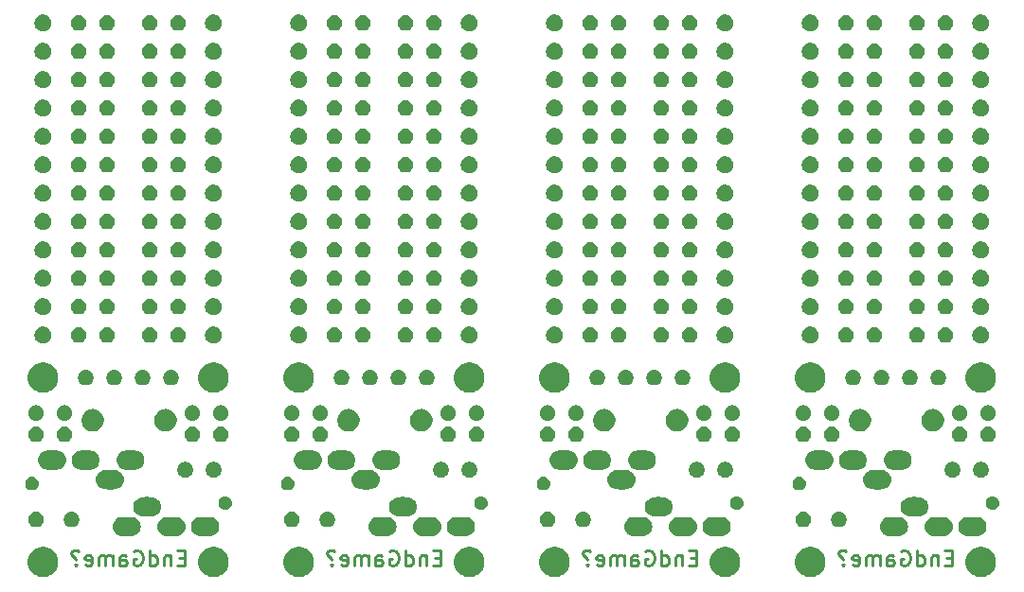
<source format=gbs>
G04 #@! TF.GenerationSoftware,KiCad,Pcbnew,5.0.2-bee76a0~70~ubuntu18.04.1*
G04 #@! TF.CreationDate,2019-11-06T22:06:30+09:00*
G04 #@! TF.ProjectId,promicro-home_panel,70726f6d-6963-4726-9f2d-686f6d655f70,1*
G04 #@! TF.SameCoordinates,Original*
G04 #@! TF.FileFunction,Soldermask,Bot*
G04 #@! TF.FilePolarity,Negative*
%FSLAX46Y46*%
G04 Gerber Fmt 4.6, Leading zero omitted, Abs format (unit mm)*
G04 Created by KiCad (PCBNEW 5.0.2-bee76a0~70~ubuntu18.04.1) date 2019年11月06日 22時06分30秒*
%MOMM*%
%LPD*%
G01*
G04 APERTURE LIST*
%ADD10C,0.250000*%
%ADD11C,0.150000*%
G04 APERTURE END LIST*
D10*
X170768333Y-96762627D02*
X170301666Y-96762627D01*
X170101666Y-97495960D02*
X170768333Y-97495960D01*
X170768333Y-96095960D01*
X170101666Y-96095960D01*
X169501666Y-96562627D02*
X169501666Y-97495960D01*
X169501666Y-96695960D02*
X169435000Y-96629293D01*
X169301666Y-96562627D01*
X169101666Y-96562627D01*
X168968333Y-96629293D01*
X168901666Y-96762627D01*
X168901666Y-97495960D01*
X167635000Y-97495960D02*
X167635000Y-96095960D01*
X167635000Y-97429293D02*
X167768333Y-97495960D01*
X168035000Y-97495960D01*
X168168333Y-97429293D01*
X168235000Y-97362627D01*
X168301666Y-97229293D01*
X168301666Y-96829293D01*
X168235000Y-96695960D01*
X168168333Y-96629293D01*
X168035000Y-96562627D01*
X167768333Y-96562627D01*
X167635000Y-96629293D01*
X166235000Y-96162627D02*
X166368333Y-96095960D01*
X166568333Y-96095960D01*
X166768333Y-96162627D01*
X166901666Y-96295960D01*
X166968333Y-96429293D01*
X167035000Y-96695960D01*
X167035000Y-96895960D01*
X166968333Y-97162627D01*
X166901666Y-97295960D01*
X166768333Y-97429293D01*
X166568333Y-97495960D01*
X166435000Y-97495960D01*
X166235000Y-97429293D01*
X166168333Y-97362627D01*
X166168333Y-96895960D01*
X166435000Y-96895960D01*
X164968333Y-97495960D02*
X164968333Y-96762627D01*
X165035000Y-96629293D01*
X165168333Y-96562627D01*
X165435000Y-96562627D01*
X165568333Y-96629293D01*
X164968333Y-97429293D02*
X165101666Y-97495960D01*
X165435000Y-97495960D01*
X165568333Y-97429293D01*
X165635000Y-97295960D01*
X165635000Y-97162627D01*
X165568333Y-97029293D01*
X165435000Y-96962627D01*
X165101666Y-96962627D01*
X164968333Y-96895960D01*
X164301666Y-97495960D02*
X164301666Y-96562627D01*
X164301666Y-96695960D02*
X164235000Y-96629293D01*
X164101666Y-96562627D01*
X163901666Y-96562627D01*
X163768333Y-96629293D01*
X163701666Y-96762627D01*
X163701666Y-97495960D01*
X163701666Y-96762627D02*
X163635000Y-96629293D01*
X163501666Y-96562627D01*
X163301666Y-96562627D01*
X163168333Y-96629293D01*
X163101666Y-96762627D01*
X163101666Y-97495960D01*
X161901666Y-97429293D02*
X162035000Y-97495960D01*
X162301666Y-97495960D01*
X162435000Y-97429293D01*
X162501666Y-97295960D01*
X162501666Y-96762627D01*
X162435000Y-96629293D01*
X162301666Y-96562627D01*
X162035000Y-96562627D01*
X161901666Y-96629293D01*
X161835000Y-96762627D01*
X161835000Y-96895960D01*
X162501666Y-97029293D01*
X161035000Y-97362627D02*
X160968333Y-97429293D01*
X161035000Y-97495960D01*
X161101666Y-97429293D01*
X161035000Y-97362627D01*
X161035000Y-97495960D01*
X161301666Y-96162627D02*
X161168333Y-96095960D01*
X160835000Y-96095960D01*
X160701666Y-96162627D01*
X160635000Y-96295960D01*
X160635000Y-96429293D01*
X160701666Y-96562627D01*
X160768333Y-96629293D01*
X160901666Y-96695960D01*
X160968333Y-96762627D01*
X161035000Y-96895960D01*
X161035000Y-96962627D01*
X147908333Y-96762627D02*
X147441666Y-96762627D01*
X147241666Y-97495960D02*
X147908333Y-97495960D01*
X147908333Y-96095960D01*
X147241666Y-96095960D01*
X146641666Y-96562627D02*
X146641666Y-97495960D01*
X146641666Y-96695960D02*
X146575000Y-96629293D01*
X146441666Y-96562627D01*
X146241666Y-96562627D01*
X146108333Y-96629293D01*
X146041666Y-96762627D01*
X146041666Y-97495960D01*
X144775000Y-97495960D02*
X144775000Y-96095960D01*
X144775000Y-97429293D02*
X144908333Y-97495960D01*
X145175000Y-97495960D01*
X145308333Y-97429293D01*
X145375000Y-97362627D01*
X145441666Y-97229293D01*
X145441666Y-96829293D01*
X145375000Y-96695960D01*
X145308333Y-96629293D01*
X145175000Y-96562627D01*
X144908333Y-96562627D01*
X144775000Y-96629293D01*
X143375000Y-96162627D02*
X143508333Y-96095960D01*
X143708333Y-96095960D01*
X143908333Y-96162627D01*
X144041666Y-96295960D01*
X144108333Y-96429293D01*
X144175000Y-96695960D01*
X144175000Y-96895960D01*
X144108333Y-97162627D01*
X144041666Y-97295960D01*
X143908333Y-97429293D01*
X143708333Y-97495960D01*
X143575000Y-97495960D01*
X143375000Y-97429293D01*
X143308333Y-97362627D01*
X143308333Y-96895960D01*
X143575000Y-96895960D01*
X142108333Y-97495960D02*
X142108333Y-96762627D01*
X142175000Y-96629293D01*
X142308333Y-96562627D01*
X142575000Y-96562627D01*
X142708333Y-96629293D01*
X142108333Y-97429293D02*
X142241666Y-97495960D01*
X142575000Y-97495960D01*
X142708333Y-97429293D01*
X142775000Y-97295960D01*
X142775000Y-97162627D01*
X142708333Y-97029293D01*
X142575000Y-96962627D01*
X142241666Y-96962627D01*
X142108333Y-96895960D01*
X141441666Y-97495960D02*
X141441666Y-96562627D01*
X141441666Y-96695960D02*
X141375000Y-96629293D01*
X141241666Y-96562627D01*
X141041666Y-96562627D01*
X140908333Y-96629293D01*
X140841666Y-96762627D01*
X140841666Y-97495960D01*
X140841666Y-96762627D02*
X140775000Y-96629293D01*
X140641666Y-96562627D01*
X140441666Y-96562627D01*
X140308333Y-96629293D01*
X140241666Y-96762627D01*
X140241666Y-97495960D01*
X139041666Y-97429293D02*
X139175000Y-97495960D01*
X139441666Y-97495960D01*
X139575000Y-97429293D01*
X139641666Y-97295960D01*
X139641666Y-96762627D01*
X139575000Y-96629293D01*
X139441666Y-96562627D01*
X139175000Y-96562627D01*
X139041666Y-96629293D01*
X138975000Y-96762627D01*
X138975000Y-96895960D01*
X139641666Y-97029293D01*
X138175000Y-97362627D02*
X138108333Y-97429293D01*
X138175000Y-97495960D01*
X138241666Y-97429293D01*
X138175000Y-97362627D01*
X138175000Y-97495960D01*
X138441666Y-96162627D02*
X138308333Y-96095960D01*
X137975000Y-96095960D01*
X137841666Y-96162627D01*
X137775000Y-96295960D01*
X137775000Y-96429293D01*
X137841666Y-96562627D01*
X137908333Y-96629293D01*
X138041666Y-96695960D01*
X138108333Y-96762627D01*
X138175000Y-96895960D01*
X138175000Y-96962627D01*
X125048333Y-96762627D02*
X124581666Y-96762627D01*
X124381666Y-97495960D02*
X125048333Y-97495960D01*
X125048333Y-96095960D01*
X124381666Y-96095960D01*
X123781666Y-96562627D02*
X123781666Y-97495960D01*
X123781666Y-96695960D02*
X123715000Y-96629293D01*
X123581666Y-96562627D01*
X123381666Y-96562627D01*
X123248333Y-96629293D01*
X123181666Y-96762627D01*
X123181666Y-97495960D01*
X121915000Y-97495960D02*
X121915000Y-96095960D01*
X121915000Y-97429293D02*
X122048333Y-97495960D01*
X122315000Y-97495960D01*
X122448333Y-97429293D01*
X122515000Y-97362627D01*
X122581666Y-97229293D01*
X122581666Y-96829293D01*
X122515000Y-96695960D01*
X122448333Y-96629293D01*
X122315000Y-96562627D01*
X122048333Y-96562627D01*
X121915000Y-96629293D01*
X120515000Y-96162627D02*
X120648333Y-96095960D01*
X120848333Y-96095960D01*
X121048333Y-96162627D01*
X121181666Y-96295960D01*
X121248333Y-96429293D01*
X121315000Y-96695960D01*
X121315000Y-96895960D01*
X121248333Y-97162627D01*
X121181666Y-97295960D01*
X121048333Y-97429293D01*
X120848333Y-97495960D01*
X120715000Y-97495960D01*
X120515000Y-97429293D01*
X120448333Y-97362627D01*
X120448333Y-96895960D01*
X120715000Y-96895960D01*
X119248333Y-97495960D02*
X119248333Y-96762627D01*
X119315000Y-96629293D01*
X119448333Y-96562627D01*
X119715000Y-96562627D01*
X119848333Y-96629293D01*
X119248333Y-97429293D02*
X119381666Y-97495960D01*
X119715000Y-97495960D01*
X119848333Y-97429293D01*
X119915000Y-97295960D01*
X119915000Y-97162627D01*
X119848333Y-97029293D01*
X119715000Y-96962627D01*
X119381666Y-96962627D01*
X119248333Y-96895960D01*
X118581666Y-97495960D02*
X118581666Y-96562627D01*
X118581666Y-96695960D02*
X118515000Y-96629293D01*
X118381666Y-96562627D01*
X118181666Y-96562627D01*
X118048333Y-96629293D01*
X117981666Y-96762627D01*
X117981666Y-97495960D01*
X117981666Y-96762627D02*
X117915000Y-96629293D01*
X117781666Y-96562627D01*
X117581666Y-96562627D01*
X117448333Y-96629293D01*
X117381666Y-96762627D01*
X117381666Y-97495960D01*
X116181666Y-97429293D02*
X116315000Y-97495960D01*
X116581666Y-97495960D01*
X116715000Y-97429293D01*
X116781666Y-97295960D01*
X116781666Y-96762627D01*
X116715000Y-96629293D01*
X116581666Y-96562627D01*
X116315000Y-96562627D01*
X116181666Y-96629293D01*
X116115000Y-96762627D01*
X116115000Y-96895960D01*
X116781666Y-97029293D01*
X115315000Y-97362627D02*
X115248333Y-97429293D01*
X115315000Y-97495960D01*
X115381666Y-97429293D01*
X115315000Y-97362627D01*
X115315000Y-97495960D01*
X115581666Y-96162627D02*
X115448333Y-96095960D01*
X115115000Y-96095960D01*
X114981666Y-96162627D01*
X114915000Y-96295960D01*
X114915000Y-96429293D01*
X114981666Y-96562627D01*
X115048333Y-96629293D01*
X115181666Y-96695960D01*
X115248333Y-96762627D01*
X115315000Y-96895960D01*
X115315000Y-96962627D01*
X102188333Y-96762627D02*
X101721666Y-96762627D01*
X101521666Y-97495960D02*
X102188333Y-97495960D01*
X102188333Y-96095960D01*
X101521666Y-96095960D01*
X100921666Y-96562627D02*
X100921666Y-97495960D01*
X100921666Y-96695960D02*
X100855000Y-96629293D01*
X100721666Y-96562627D01*
X100521666Y-96562627D01*
X100388333Y-96629293D01*
X100321666Y-96762627D01*
X100321666Y-97495960D01*
X99055000Y-97495960D02*
X99055000Y-96095960D01*
X99055000Y-97429293D02*
X99188333Y-97495960D01*
X99455000Y-97495960D01*
X99588333Y-97429293D01*
X99655000Y-97362627D01*
X99721666Y-97229293D01*
X99721666Y-96829293D01*
X99655000Y-96695960D01*
X99588333Y-96629293D01*
X99455000Y-96562627D01*
X99188333Y-96562627D01*
X99055000Y-96629293D01*
X97655000Y-96162627D02*
X97788333Y-96095960D01*
X97988333Y-96095960D01*
X98188333Y-96162627D01*
X98321666Y-96295960D01*
X98388333Y-96429293D01*
X98455000Y-96695960D01*
X98455000Y-96895960D01*
X98388333Y-97162627D01*
X98321666Y-97295960D01*
X98188333Y-97429293D01*
X97988333Y-97495960D01*
X97855000Y-97495960D01*
X97655000Y-97429293D01*
X97588333Y-97362627D01*
X97588333Y-96895960D01*
X97855000Y-96895960D01*
X96388333Y-97495960D02*
X96388333Y-96762627D01*
X96455000Y-96629293D01*
X96588333Y-96562627D01*
X96855000Y-96562627D01*
X96988333Y-96629293D01*
X96388333Y-97429293D02*
X96521666Y-97495960D01*
X96855000Y-97495960D01*
X96988333Y-97429293D01*
X97055000Y-97295960D01*
X97055000Y-97162627D01*
X96988333Y-97029293D01*
X96855000Y-96962627D01*
X96521666Y-96962627D01*
X96388333Y-96895960D01*
X95721666Y-97495960D02*
X95721666Y-96562627D01*
X95721666Y-96695960D02*
X95655000Y-96629293D01*
X95521666Y-96562627D01*
X95321666Y-96562627D01*
X95188333Y-96629293D01*
X95121666Y-96762627D01*
X95121666Y-97495960D01*
X95121666Y-96762627D02*
X95055000Y-96629293D01*
X94921666Y-96562627D01*
X94721666Y-96562627D01*
X94588333Y-96629293D01*
X94521666Y-96762627D01*
X94521666Y-97495960D01*
X93321666Y-97429293D02*
X93455000Y-97495960D01*
X93721666Y-97495960D01*
X93855000Y-97429293D01*
X93921666Y-97295960D01*
X93921666Y-96762627D01*
X93855000Y-96629293D01*
X93721666Y-96562627D01*
X93455000Y-96562627D01*
X93321666Y-96629293D01*
X93255000Y-96762627D01*
X93255000Y-96895960D01*
X93921666Y-97029293D01*
X92455000Y-97362627D02*
X92388333Y-97429293D01*
X92455000Y-97495960D01*
X92521666Y-97429293D01*
X92455000Y-97362627D01*
X92455000Y-97495960D01*
X92721666Y-96162627D02*
X92588333Y-96095960D01*
X92255000Y-96095960D01*
X92121666Y-96162627D01*
X92055000Y-96295960D01*
X92055000Y-96429293D01*
X92121666Y-96562627D01*
X92188333Y-96629293D01*
X92321666Y-96695960D01*
X92388333Y-96762627D01*
X92455000Y-96895960D01*
X92455000Y-96962627D01*
D11*
G36*
X89928778Y-95856879D02*
X90174466Y-95958646D01*
X90395578Y-96106389D01*
X90583611Y-96294422D01*
X90731354Y-96515534D01*
X90833121Y-96761222D01*
X90885000Y-97022035D01*
X90885000Y-97287965D01*
X90833121Y-97548778D01*
X90731354Y-97794466D01*
X90583611Y-98015578D01*
X90395578Y-98203611D01*
X90174466Y-98351354D01*
X89928778Y-98453121D01*
X89667965Y-98505000D01*
X89402035Y-98505000D01*
X89141222Y-98453121D01*
X88895534Y-98351354D01*
X88674422Y-98203611D01*
X88486389Y-98015578D01*
X88338646Y-97794466D01*
X88236879Y-97548778D01*
X88185000Y-97287965D01*
X88185000Y-97022035D01*
X88236879Y-96761222D01*
X88338646Y-96515534D01*
X88486389Y-96294422D01*
X88674422Y-96106389D01*
X88895534Y-95958646D01*
X89141222Y-95856879D01*
X89402035Y-95805000D01*
X89667965Y-95805000D01*
X89928778Y-95856879D01*
X89928778Y-95856879D01*
G37*
G36*
X105168778Y-95856879D02*
X105414466Y-95958646D01*
X105635578Y-96106389D01*
X105823611Y-96294422D01*
X105971354Y-96515534D01*
X106073121Y-96761222D01*
X106125000Y-97022035D01*
X106125000Y-97287965D01*
X106073121Y-97548778D01*
X105971354Y-97794466D01*
X105823611Y-98015578D01*
X105635578Y-98203611D01*
X105414466Y-98351354D01*
X105168778Y-98453121D01*
X104907965Y-98505000D01*
X104642035Y-98505000D01*
X104381222Y-98453121D01*
X104135534Y-98351354D01*
X103914422Y-98203611D01*
X103726389Y-98015578D01*
X103578646Y-97794466D01*
X103476879Y-97548778D01*
X103425000Y-97287965D01*
X103425000Y-97022035D01*
X103476879Y-96761222D01*
X103578646Y-96515534D01*
X103726389Y-96294422D01*
X103914422Y-96106389D01*
X104135534Y-95958646D01*
X104381222Y-95856879D01*
X104642035Y-95805000D01*
X104907965Y-95805000D01*
X105168778Y-95856879D01*
X105168778Y-95856879D01*
G37*
G36*
X112788778Y-95856879D02*
X113034466Y-95958646D01*
X113255578Y-96106389D01*
X113443611Y-96294422D01*
X113591354Y-96515534D01*
X113693121Y-96761222D01*
X113745000Y-97022035D01*
X113745000Y-97287965D01*
X113693121Y-97548778D01*
X113591354Y-97794466D01*
X113443611Y-98015578D01*
X113255578Y-98203611D01*
X113034466Y-98351354D01*
X112788778Y-98453121D01*
X112527965Y-98505000D01*
X112262035Y-98505000D01*
X112001222Y-98453121D01*
X111755534Y-98351354D01*
X111534422Y-98203611D01*
X111346389Y-98015578D01*
X111198646Y-97794466D01*
X111096879Y-97548778D01*
X111045000Y-97287965D01*
X111045000Y-97022035D01*
X111096879Y-96761222D01*
X111198646Y-96515534D01*
X111346389Y-96294422D01*
X111534422Y-96106389D01*
X111755534Y-95958646D01*
X112001222Y-95856879D01*
X112262035Y-95805000D01*
X112527965Y-95805000D01*
X112788778Y-95856879D01*
X112788778Y-95856879D01*
G37*
G36*
X128028778Y-95856879D02*
X128274466Y-95958646D01*
X128495578Y-96106389D01*
X128683611Y-96294422D01*
X128831354Y-96515534D01*
X128933121Y-96761222D01*
X128985000Y-97022035D01*
X128985000Y-97287965D01*
X128933121Y-97548778D01*
X128831354Y-97794466D01*
X128683611Y-98015578D01*
X128495578Y-98203611D01*
X128274466Y-98351354D01*
X128028778Y-98453121D01*
X127767965Y-98505000D01*
X127502035Y-98505000D01*
X127241222Y-98453121D01*
X126995534Y-98351354D01*
X126774422Y-98203611D01*
X126586389Y-98015578D01*
X126438646Y-97794466D01*
X126336879Y-97548778D01*
X126285000Y-97287965D01*
X126285000Y-97022035D01*
X126336879Y-96761222D01*
X126438646Y-96515534D01*
X126586389Y-96294422D01*
X126774422Y-96106389D01*
X126995534Y-95958646D01*
X127241222Y-95856879D01*
X127502035Y-95805000D01*
X127767965Y-95805000D01*
X128028778Y-95856879D01*
X128028778Y-95856879D01*
G37*
G36*
X150888778Y-95856879D02*
X151134466Y-95958646D01*
X151355578Y-96106389D01*
X151543611Y-96294422D01*
X151691354Y-96515534D01*
X151793121Y-96761222D01*
X151845000Y-97022035D01*
X151845000Y-97287965D01*
X151793121Y-97548778D01*
X151691354Y-97794466D01*
X151543611Y-98015578D01*
X151355578Y-98203611D01*
X151134466Y-98351354D01*
X150888778Y-98453121D01*
X150627965Y-98505000D01*
X150362035Y-98505000D01*
X150101222Y-98453121D01*
X149855534Y-98351354D01*
X149634422Y-98203611D01*
X149446389Y-98015578D01*
X149298646Y-97794466D01*
X149196879Y-97548778D01*
X149145000Y-97287965D01*
X149145000Y-97022035D01*
X149196879Y-96761222D01*
X149298646Y-96515534D01*
X149446389Y-96294422D01*
X149634422Y-96106389D01*
X149855534Y-95958646D01*
X150101222Y-95856879D01*
X150362035Y-95805000D01*
X150627965Y-95805000D01*
X150888778Y-95856879D01*
X150888778Y-95856879D01*
G37*
G36*
X135648778Y-95856879D02*
X135894466Y-95958646D01*
X136115578Y-96106389D01*
X136303611Y-96294422D01*
X136451354Y-96515534D01*
X136553121Y-96761222D01*
X136605000Y-97022035D01*
X136605000Y-97287965D01*
X136553121Y-97548778D01*
X136451354Y-97794466D01*
X136303611Y-98015578D01*
X136115578Y-98203611D01*
X135894466Y-98351354D01*
X135648778Y-98453121D01*
X135387965Y-98505000D01*
X135122035Y-98505000D01*
X134861222Y-98453121D01*
X134615534Y-98351354D01*
X134394422Y-98203611D01*
X134206389Y-98015578D01*
X134058646Y-97794466D01*
X133956879Y-97548778D01*
X133905000Y-97287965D01*
X133905000Y-97022035D01*
X133956879Y-96761222D01*
X134058646Y-96515534D01*
X134206389Y-96294422D01*
X134394422Y-96106389D01*
X134615534Y-95958646D01*
X134861222Y-95856879D01*
X135122035Y-95805000D01*
X135387965Y-95805000D01*
X135648778Y-95856879D01*
X135648778Y-95856879D01*
G37*
G36*
X173748778Y-95856879D02*
X173994466Y-95958646D01*
X174215578Y-96106389D01*
X174403611Y-96294422D01*
X174551354Y-96515534D01*
X174653121Y-96761222D01*
X174705000Y-97022035D01*
X174705000Y-97287965D01*
X174653121Y-97548778D01*
X174551354Y-97794466D01*
X174403611Y-98015578D01*
X174215578Y-98203611D01*
X173994466Y-98351354D01*
X173748778Y-98453121D01*
X173487965Y-98505000D01*
X173222035Y-98505000D01*
X172961222Y-98453121D01*
X172715534Y-98351354D01*
X172494422Y-98203611D01*
X172306389Y-98015578D01*
X172158646Y-97794466D01*
X172056879Y-97548778D01*
X172005000Y-97287965D01*
X172005000Y-97022035D01*
X172056879Y-96761222D01*
X172158646Y-96515534D01*
X172306389Y-96294422D01*
X172494422Y-96106389D01*
X172715534Y-95958646D01*
X172961222Y-95856879D01*
X173222035Y-95805000D01*
X173487965Y-95805000D01*
X173748778Y-95856879D01*
X173748778Y-95856879D01*
G37*
G36*
X158508778Y-95856879D02*
X158754466Y-95958646D01*
X158975578Y-96106389D01*
X159163611Y-96294422D01*
X159311354Y-96515534D01*
X159413121Y-96761222D01*
X159465000Y-97022035D01*
X159465000Y-97287965D01*
X159413121Y-97548778D01*
X159311354Y-97794466D01*
X159163611Y-98015578D01*
X158975578Y-98203611D01*
X158754466Y-98351354D01*
X158508778Y-98453121D01*
X158247965Y-98505000D01*
X157982035Y-98505000D01*
X157721222Y-98453121D01*
X157475534Y-98351354D01*
X157254422Y-98203611D01*
X157066389Y-98015578D01*
X156918646Y-97794466D01*
X156816879Y-97548778D01*
X156765000Y-97287965D01*
X156765000Y-97022035D01*
X156816879Y-96761222D01*
X156918646Y-96515534D01*
X157066389Y-96294422D01*
X157254422Y-96106389D01*
X157475534Y-95958646D01*
X157721222Y-95856879D01*
X157982035Y-95805000D01*
X158247965Y-95805000D01*
X158508778Y-95856879D01*
X158508778Y-95856879D01*
G37*
G36*
X143301630Y-93142299D02*
X143461855Y-93190903D01*
X143609520Y-93269831D01*
X143738949Y-93376051D01*
X143845169Y-93505480D01*
X143924097Y-93653145D01*
X143972701Y-93813370D01*
X143989112Y-93980000D01*
X143972701Y-94146630D01*
X143924097Y-94306855D01*
X143845169Y-94454520D01*
X143738949Y-94583949D01*
X143609520Y-94690169D01*
X143461855Y-94769097D01*
X143301630Y-94817701D01*
X143176752Y-94830000D01*
X142293248Y-94830000D01*
X142168370Y-94817701D01*
X142008145Y-94769097D01*
X141860480Y-94690169D01*
X141731051Y-94583949D01*
X141624831Y-94454520D01*
X141545903Y-94306855D01*
X141497299Y-94146630D01*
X141480888Y-93980000D01*
X141497299Y-93813370D01*
X141545903Y-93653145D01*
X141624831Y-93505480D01*
X141731051Y-93376051D01*
X141860480Y-93269831D01*
X142008145Y-93190903D01*
X142168370Y-93142299D01*
X142293248Y-93130000D01*
X143176752Y-93130000D01*
X143301630Y-93142299D01*
X143301630Y-93142299D01*
G37*
G36*
X173161630Y-93142299D02*
X173321855Y-93190903D01*
X173469520Y-93269831D01*
X173598949Y-93376051D01*
X173705169Y-93505480D01*
X173784097Y-93653145D01*
X173832701Y-93813370D01*
X173849112Y-93980000D01*
X173832701Y-94146630D01*
X173784097Y-94306855D01*
X173705169Y-94454520D01*
X173598949Y-94583949D01*
X173469520Y-94690169D01*
X173321855Y-94769097D01*
X173161630Y-94817701D01*
X173036752Y-94830000D01*
X172153248Y-94830000D01*
X172028370Y-94817701D01*
X171868145Y-94769097D01*
X171720480Y-94690169D01*
X171591051Y-94583949D01*
X171484831Y-94454520D01*
X171405903Y-94306855D01*
X171357299Y-94146630D01*
X171340888Y-93980000D01*
X171357299Y-93813370D01*
X171405903Y-93653145D01*
X171484831Y-93505480D01*
X171591051Y-93376051D01*
X171720480Y-93269831D01*
X171868145Y-93190903D01*
X172028370Y-93142299D01*
X172153248Y-93130000D01*
X173036752Y-93130000D01*
X173161630Y-93142299D01*
X173161630Y-93142299D01*
G37*
G36*
X170161630Y-93142299D02*
X170321855Y-93190903D01*
X170469520Y-93269831D01*
X170598949Y-93376051D01*
X170705169Y-93505480D01*
X170784097Y-93653145D01*
X170832701Y-93813370D01*
X170849112Y-93980000D01*
X170832701Y-94146630D01*
X170784097Y-94306855D01*
X170705169Y-94454520D01*
X170598949Y-94583949D01*
X170469520Y-94690169D01*
X170321855Y-94769097D01*
X170161630Y-94817701D01*
X170036752Y-94830000D01*
X169153248Y-94830000D01*
X169028370Y-94817701D01*
X168868145Y-94769097D01*
X168720480Y-94690169D01*
X168591051Y-94583949D01*
X168484831Y-94454520D01*
X168405903Y-94306855D01*
X168357299Y-94146630D01*
X168340888Y-93980000D01*
X168357299Y-93813370D01*
X168405903Y-93653145D01*
X168484831Y-93505480D01*
X168591051Y-93376051D01*
X168720480Y-93269831D01*
X168868145Y-93190903D01*
X169028370Y-93142299D01*
X169153248Y-93130000D01*
X170036752Y-93130000D01*
X170161630Y-93142299D01*
X170161630Y-93142299D01*
G37*
G36*
X150301630Y-93142299D02*
X150461855Y-93190903D01*
X150609520Y-93269831D01*
X150738949Y-93376051D01*
X150845169Y-93505480D01*
X150924097Y-93653145D01*
X150972701Y-93813370D01*
X150989112Y-93980000D01*
X150972701Y-94146630D01*
X150924097Y-94306855D01*
X150845169Y-94454520D01*
X150738949Y-94583949D01*
X150609520Y-94690169D01*
X150461855Y-94769097D01*
X150301630Y-94817701D01*
X150176752Y-94830000D01*
X149293248Y-94830000D01*
X149168370Y-94817701D01*
X149008145Y-94769097D01*
X148860480Y-94690169D01*
X148731051Y-94583949D01*
X148624831Y-94454520D01*
X148545903Y-94306855D01*
X148497299Y-94146630D01*
X148480888Y-93980000D01*
X148497299Y-93813370D01*
X148545903Y-93653145D01*
X148624831Y-93505480D01*
X148731051Y-93376051D01*
X148860480Y-93269831D01*
X149008145Y-93190903D01*
X149168370Y-93142299D01*
X149293248Y-93130000D01*
X150176752Y-93130000D01*
X150301630Y-93142299D01*
X150301630Y-93142299D01*
G37*
G36*
X147301630Y-93142299D02*
X147461855Y-93190903D01*
X147609520Y-93269831D01*
X147738949Y-93376051D01*
X147845169Y-93505480D01*
X147924097Y-93653145D01*
X147972701Y-93813370D01*
X147989112Y-93980000D01*
X147972701Y-94146630D01*
X147924097Y-94306855D01*
X147845169Y-94454520D01*
X147738949Y-94583949D01*
X147609520Y-94690169D01*
X147461855Y-94769097D01*
X147301630Y-94817701D01*
X147176752Y-94830000D01*
X146293248Y-94830000D01*
X146168370Y-94817701D01*
X146008145Y-94769097D01*
X145860480Y-94690169D01*
X145731051Y-94583949D01*
X145624831Y-94454520D01*
X145545903Y-94306855D01*
X145497299Y-94146630D01*
X145480888Y-93980000D01*
X145497299Y-93813370D01*
X145545903Y-93653145D01*
X145624831Y-93505480D01*
X145731051Y-93376051D01*
X145860480Y-93269831D01*
X146008145Y-93190903D01*
X146168370Y-93142299D01*
X146293248Y-93130000D01*
X147176752Y-93130000D01*
X147301630Y-93142299D01*
X147301630Y-93142299D01*
G37*
G36*
X127441630Y-93142299D02*
X127601855Y-93190903D01*
X127749520Y-93269831D01*
X127878949Y-93376051D01*
X127985169Y-93505480D01*
X128064097Y-93653145D01*
X128112701Y-93813370D01*
X128129112Y-93980000D01*
X128112701Y-94146630D01*
X128064097Y-94306855D01*
X127985169Y-94454520D01*
X127878949Y-94583949D01*
X127749520Y-94690169D01*
X127601855Y-94769097D01*
X127441630Y-94817701D01*
X127316752Y-94830000D01*
X126433248Y-94830000D01*
X126308370Y-94817701D01*
X126148145Y-94769097D01*
X126000480Y-94690169D01*
X125871051Y-94583949D01*
X125764831Y-94454520D01*
X125685903Y-94306855D01*
X125637299Y-94146630D01*
X125620888Y-93980000D01*
X125637299Y-93813370D01*
X125685903Y-93653145D01*
X125764831Y-93505480D01*
X125871051Y-93376051D01*
X126000480Y-93269831D01*
X126148145Y-93190903D01*
X126308370Y-93142299D01*
X126433248Y-93130000D01*
X127316752Y-93130000D01*
X127441630Y-93142299D01*
X127441630Y-93142299D01*
G37*
G36*
X124441630Y-93142299D02*
X124601855Y-93190903D01*
X124749520Y-93269831D01*
X124878949Y-93376051D01*
X124985169Y-93505480D01*
X125064097Y-93653145D01*
X125112701Y-93813370D01*
X125129112Y-93980000D01*
X125112701Y-94146630D01*
X125064097Y-94306855D01*
X124985169Y-94454520D01*
X124878949Y-94583949D01*
X124749520Y-94690169D01*
X124601855Y-94769097D01*
X124441630Y-94817701D01*
X124316752Y-94830000D01*
X123433248Y-94830000D01*
X123308370Y-94817701D01*
X123148145Y-94769097D01*
X123000480Y-94690169D01*
X122871051Y-94583949D01*
X122764831Y-94454520D01*
X122685903Y-94306855D01*
X122637299Y-94146630D01*
X122620888Y-93980000D01*
X122637299Y-93813370D01*
X122685903Y-93653145D01*
X122764831Y-93505480D01*
X122871051Y-93376051D01*
X123000480Y-93269831D01*
X123148145Y-93190903D01*
X123308370Y-93142299D01*
X123433248Y-93130000D01*
X124316752Y-93130000D01*
X124441630Y-93142299D01*
X124441630Y-93142299D01*
G37*
G36*
X120441630Y-93142299D02*
X120601855Y-93190903D01*
X120749520Y-93269831D01*
X120878949Y-93376051D01*
X120985169Y-93505480D01*
X121064097Y-93653145D01*
X121112701Y-93813370D01*
X121129112Y-93980000D01*
X121112701Y-94146630D01*
X121064097Y-94306855D01*
X120985169Y-94454520D01*
X120878949Y-94583949D01*
X120749520Y-94690169D01*
X120601855Y-94769097D01*
X120441630Y-94817701D01*
X120316752Y-94830000D01*
X119433248Y-94830000D01*
X119308370Y-94817701D01*
X119148145Y-94769097D01*
X119000480Y-94690169D01*
X118871051Y-94583949D01*
X118764831Y-94454520D01*
X118685903Y-94306855D01*
X118637299Y-94146630D01*
X118620888Y-93980000D01*
X118637299Y-93813370D01*
X118685903Y-93653145D01*
X118764831Y-93505480D01*
X118871051Y-93376051D01*
X119000480Y-93269831D01*
X119148145Y-93190903D01*
X119308370Y-93142299D01*
X119433248Y-93130000D01*
X120316752Y-93130000D01*
X120441630Y-93142299D01*
X120441630Y-93142299D01*
G37*
G36*
X97581630Y-93142299D02*
X97741855Y-93190903D01*
X97889520Y-93269831D01*
X98018949Y-93376051D01*
X98125169Y-93505480D01*
X98204097Y-93653145D01*
X98252701Y-93813370D01*
X98269112Y-93980000D01*
X98252701Y-94146630D01*
X98204097Y-94306855D01*
X98125169Y-94454520D01*
X98018949Y-94583949D01*
X97889520Y-94690169D01*
X97741855Y-94769097D01*
X97581630Y-94817701D01*
X97456752Y-94830000D01*
X96573248Y-94830000D01*
X96448370Y-94817701D01*
X96288145Y-94769097D01*
X96140480Y-94690169D01*
X96011051Y-94583949D01*
X95904831Y-94454520D01*
X95825903Y-94306855D01*
X95777299Y-94146630D01*
X95760888Y-93980000D01*
X95777299Y-93813370D01*
X95825903Y-93653145D01*
X95904831Y-93505480D01*
X96011051Y-93376051D01*
X96140480Y-93269831D01*
X96288145Y-93190903D01*
X96448370Y-93142299D01*
X96573248Y-93130000D01*
X97456752Y-93130000D01*
X97581630Y-93142299D01*
X97581630Y-93142299D01*
G37*
G36*
X101581630Y-93142299D02*
X101741855Y-93190903D01*
X101889520Y-93269831D01*
X102018949Y-93376051D01*
X102125169Y-93505480D01*
X102204097Y-93653145D01*
X102252701Y-93813370D01*
X102269112Y-93980000D01*
X102252701Y-94146630D01*
X102204097Y-94306855D01*
X102125169Y-94454520D01*
X102018949Y-94583949D01*
X101889520Y-94690169D01*
X101741855Y-94769097D01*
X101581630Y-94817701D01*
X101456752Y-94830000D01*
X100573248Y-94830000D01*
X100448370Y-94817701D01*
X100288145Y-94769097D01*
X100140480Y-94690169D01*
X100011051Y-94583949D01*
X99904831Y-94454520D01*
X99825903Y-94306855D01*
X99777299Y-94146630D01*
X99760888Y-93980000D01*
X99777299Y-93813370D01*
X99825903Y-93653145D01*
X99904831Y-93505480D01*
X100011051Y-93376051D01*
X100140480Y-93269831D01*
X100288145Y-93190903D01*
X100448370Y-93142299D01*
X100573248Y-93130000D01*
X101456752Y-93130000D01*
X101581630Y-93142299D01*
X101581630Y-93142299D01*
G37*
G36*
X166161630Y-93142299D02*
X166321855Y-93190903D01*
X166469520Y-93269831D01*
X166598949Y-93376051D01*
X166705169Y-93505480D01*
X166784097Y-93653145D01*
X166832701Y-93813370D01*
X166849112Y-93980000D01*
X166832701Y-94146630D01*
X166784097Y-94306855D01*
X166705169Y-94454520D01*
X166598949Y-94583949D01*
X166469520Y-94690169D01*
X166321855Y-94769097D01*
X166161630Y-94817701D01*
X166036752Y-94830000D01*
X165153248Y-94830000D01*
X165028370Y-94817701D01*
X164868145Y-94769097D01*
X164720480Y-94690169D01*
X164591051Y-94583949D01*
X164484831Y-94454520D01*
X164405903Y-94306855D01*
X164357299Y-94146630D01*
X164340888Y-93980000D01*
X164357299Y-93813370D01*
X164405903Y-93653145D01*
X164484831Y-93505480D01*
X164591051Y-93376051D01*
X164720480Y-93269831D01*
X164868145Y-93190903D01*
X165028370Y-93142299D01*
X165153248Y-93130000D01*
X166036752Y-93130000D01*
X166161630Y-93142299D01*
X166161630Y-93142299D01*
G37*
G36*
X104581630Y-93142299D02*
X104741855Y-93190903D01*
X104889520Y-93269831D01*
X105018949Y-93376051D01*
X105125169Y-93505480D01*
X105204097Y-93653145D01*
X105252701Y-93813370D01*
X105269112Y-93980000D01*
X105252701Y-94146630D01*
X105204097Y-94306855D01*
X105125169Y-94454520D01*
X105018949Y-94583949D01*
X104889520Y-94690169D01*
X104741855Y-94769097D01*
X104581630Y-94817701D01*
X104456752Y-94830000D01*
X103573248Y-94830000D01*
X103448370Y-94817701D01*
X103288145Y-94769097D01*
X103140480Y-94690169D01*
X103011051Y-94583949D01*
X102904831Y-94454520D01*
X102825903Y-94306855D01*
X102777299Y-94146630D01*
X102760888Y-93980000D01*
X102777299Y-93813370D01*
X102825903Y-93653145D01*
X102904831Y-93505480D01*
X103011051Y-93376051D01*
X103140480Y-93269831D01*
X103288145Y-93190903D01*
X103448370Y-93142299D01*
X103573248Y-93130000D01*
X104456752Y-93130000D01*
X104581630Y-93142299D01*
X104581630Y-93142299D01*
G37*
G36*
X160858745Y-92673342D02*
X160985863Y-92725996D01*
X161100271Y-92802441D01*
X161197559Y-92899729D01*
X161274004Y-93014137D01*
X161326658Y-93141255D01*
X161353500Y-93276202D01*
X161353500Y-93413798D01*
X161326658Y-93548745D01*
X161274004Y-93675863D01*
X161197559Y-93790271D01*
X161100271Y-93887559D01*
X160985863Y-93964004D01*
X160858745Y-94016658D01*
X160723798Y-94043500D01*
X160586202Y-94043500D01*
X160451255Y-94016658D01*
X160324137Y-93964004D01*
X160209729Y-93887559D01*
X160112441Y-93790271D01*
X160035996Y-93675863D01*
X159983342Y-93548745D01*
X159956500Y-93413798D01*
X159956500Y-93276202D01*
X159983342Y-93141255D01*
X160035996Y-93014137D01*
X160112441Y-92899729D01*
X160209729Y-92802441D01*
X160324137Y-92725996D01*
X160451255Y-92673342D01*
X160586202Y-92646500D01*
X160723798Y-92646500D01*
X160858745Y-92673342D01*
X160858745Y-92673342D01*
G37*
G36*
X115138745Y-92673342D02*
X115265863Y-92725996D01*
X115380271Y-92802441D01*
X115477559Y-92899729D01*
X115554004Y-93014137D01*
X115606658Y-93141255D01*
X115633500Y-93276202D01*
X115633500Y-93413798D01*
X115606658Y-93548745D01*
X115554004Y-93675863D01*
X115477559Y-93790271D01*
X115380271Y-93887559D01*
X115265863Y-93964004D01*
X115138745Y-94016658D01*
X115003798Y-94043500D01*
X114866202Y-94043500D01*
X114731255Y-94016658D01*
X114604137Y-93964004D01*
X114489729Y-93887559D01*
X114392441Y-93790271D01*
X114315996Y-93675863D01*
X114263342Y-93548745D01*
X114236500Y-93413798D01*
X114236500Y-93276202D01*
X114263342Y-93141255D01*
X114315996Y-93014137D01*
X114392441Y-92899729D01*
X114489729Y-92802441D01*
X114604137Y-92725996D01*
X114731255Y-92673342D01*
X114866202Y-92646500D01*
X115003798Y-92646500D01*
X115138745Y-92673342D01*
X115138745Y-92673342D01*
G37*
G36*
X111963745Y-92673342D02*
X112090863Y-92725996D01*
X112205271Y-92802441D01*
X112302559Y-92899729D01*
X112379004Y-93014137D01*
X112431658Y-93141255D01*
X112458500Y-93276202D01*
X112458500Y-93413798D01*
X112431658Y-93548745D01*
X112379004Y-93675863D01*
X112302559Y-93790271D01*
X112205271Y-93887559D01*
X112090863Y-93964004D01*
X111963745Y-94016658D01*
X111828798Y-94043500D01*
X111691202Y-94043500D01*
X111556255Y-94016658D01*
X111429137Y-93964004D01*
X111314729Y-93887559D01*
X111217441Y-93790271D01*
X111140996Y-93675863D01*
X111088342Y-93548745D01*
X111061500Y-93413798D01*
X111061500Y-93276202D01*
X111088342Y-93141255D01*
X111140996Y-93014137D01*
X111217441Y-92899729D01*
X111314729Y-92802441D01*
X111429137Y-92725996D01*
X111556255Y-92673342D01*
X111691202Y-92646500D01*
X111828798Y-92646500D01*
X111963745Y-92673342D01*
X111963745Y-92673342D01*
G37*
G36*
X134823745Y-92673342D02*
X134950863Y-92725996D01*
X135065271Y-92802441D01*
X135162559Y-92899729D01*
X135239004Y-93014137D01*
X135291658Y-93141255D01*
X135318500Y-93276202D01*
X135318500Y-93413798D01*
X135291658Y-93548745D01*
X135239004Y-93675863D01*
X135162559Y-93790271D01*
X135065271Y-93887559D01*
X134950863Y-93964004D01*
X134823745Y-94016658D01*
X134688798Y-94043500D01*
X134551202Y-94043500D01*
X134416255Y-94016658D01*
X134289137Y-93964004D01*
X134174729Y-93887559D01*
X134077441Y-93790271D01*
X134000996Y-93675863D01*
X133948342Y-93548745D01*
X133921500Y-93413798D01*
X133921500Y-93276202D01*
X133948342Y-93141255D01*
X134000996Y-93014137D01*
X134077441Y-92899729D01*
X134174729Y-92802441D01*
X134289137Y-92725996D01*
X134416255Y-92673342D01*
X134551202Y-92646500D01*
X134688798Y-92646500D01*
X134823745Y-92673342D01*
X134823745Y-92673342D01*
G37*
G36*
X92278745Y-92673342D02*
X92405863Y-92725996D01*
X92520271Y-92802441D01*
X92617559Y-92899729D01*
X92694004Y-93014137D01*
X92746658Y-93141255D01*
X92773500Y-93276202D01*
X92773500Y-93413798D01*
X92746658Y-93548745D01*
X92694004Y-93675863D01*
X92617559Y-93790271D01*
X92520271Y-93887559D01*
X92405863Y-93964004D01*
X92278745Y-94016658D01*
X92143798Y-94043500D01*
X92006202Y-94043500D01*
X91871255Y-94016658D01*
X91744137Y-93964004D01*
X91629729Y-93887559D01*
X91532441Y-93790271D01*
X91455996Y-93675863D01*
X91403342Y-93548745D01*
X91376500Y-93413798D01*
X91376500Y-93276202D01*
X91403342Y-93141255D01*
X91455996Y-93014137D01*
X91532441Y-92899729D01*
X91629729Y-92802441D01*
X91744137Y-92725996D01*
X91871255Y-92673342D01*
X92006202Y-92646500D01*
X92143798Y-92646500D01*
X92278745Y-92673342D01*
X92278745Y-92673342D01*
G37*
G36*
X89103745Y-92673342D02*
X89230863Y-92725996D01*
X89345271Y-92802441D01*
X89442559Y-92899729D01*
X89519004Y-93014137D01*
X89571658Y-93141255D01*
X89598500Y-93276202D01*
X89598500Y-93413798D01*
X89571658Y-93548745D01*
X89519004Y-93675863D01*
X89442559Y-93790271D01*
X89345271Y-93887559D01*
X89230863Y-93964004D01*
X89103745Y-94016658D01*
X88968798Y-94043500D01*
X88831202Y-94043500D01*
X88696255Y-94016658D01*
X88569137Y-93964004D01*
X88454729Y-93887559D01*
X88357441Y-93790271D01*
X88280996Y-93675863D01*
X88228342Y-93548745D01*
X88201500Y-93413798D01*
X88201500Y-93276202D01*
X88228342Y-93141255D01*
X88280996Y-93014137D01*
X88357441Y-92899729D01*
X88454729Y-92802441D01*
X88569137Y-92725996D01*
X88696255Y-92673342D01*
X88831202Y-92646500D01*
X88968798Y-92646500D01*
X89103745Y-92673342D01*
X89103745Y-92673342D01*
G37*
G36*
X157683745Y-92673342D02*
X157810863Y-92725996D01*
X157925271Y-92802441D01*
X158022559Y-92899729D01*
X158099004Y-93014137D01*
X158151658Y-93141255D01*
X158178500Y-93276202D01*
X158178500Y-93413798D01*
X158151658Y-93548745D01*
X158099004Y-93675863D01*
X158022559Y-93790271D01*
X157925271Y-93887559D01*
X157810863Y-93964004D01*
X157683745Y-94016658D01*
X157548798Y-94043500D01*
X157411202Y-94043500D01*
X157276255Y-94016658D01*
X157149137Y-93964004D01*
X157034729Y-93887559D01*
X156937441Y-93790271D01*
X156860996Y-93675863D01*
X156808342Y-93548745D01*
X156781500Y-93413798D01*
X156781500Y-93276202D01*
X156808342Y-93141255D01*
X156860996Y-93014137D01*
X156937441Y-92899729D01*
X157034729Y-92802441D01*
X157149137Y-92725996D01*
X157276255Y-92673342D01*
X157411202Y-92646500D01*
X157548798Y-92646500D01*
X157683745Y-92673342D01*
X157683745Y-92673342D01*
G37*
G36*
X137998745Y-92673342D02*
X138125863Y-92725996D01*
X138240271Y-92802441D01*
X138337559Y-92899729D01*
X138414004Y-93014137D01*
X138466658Y-93141255D01*
X138493500Y-93276202D01*
X138493500Y-93413798D01*
X138466658Y-93548745D01*
X138414004Y-93675863D01*
X138337559Y-93790271D01*
X138240271Y-93887559D01*
X138125863Y-93964004D01*
X137998745Y-94016658D01*
X137863798Y-94043500D01*
X137726202Y-94043500D01*
X137591255Y-94016658D01*
X137464137Y-93964004D01*
X137349729Y-93887559D01*
X137252441Y-93790271D01*
X137175996Y-93675863D01*
X137123342Y-93548745D01*
X137096500Y-93413798D01*
X137096500Y-93276202D01*
X137123342Y-93141255D01*
X137175996Y-93014137D01*
X137252441Y-92899729D01*
X137349729Y-92802441D01*
X137464137Y-92725996D01*
X137591255Y-92673342D01*
X137726202Y-92646500D01*
X137863798Y-92646500D01*
X137998745Y-92673342D01*
X137998745Y-92673342D01*
G37*
G36*
X144701012Y-91303057D02*
X144701015Y-91303058D01*
X144701014Y-91303058D01*
X144810207Y-91348287D01*
X144826146Y-91358937D01*
X144847751Y-91370485D01*
X144871200Y-91377598D01*
X144895587Y-91380000D01*
X145006752Y-91380000D01*
X145131630Y-91392299D01*
X145291855Y-91440903D01*
X145439520Y-91519831D01*
X145568949Y-91626051D01*
X145675169Y-91755480D01*
X145754097Y-91903145D01*
X145802701Y-92063370D01*
X145819112Y-92230000D01*
X145802701Y-92396630D01*
X145754097Y-92556855D01*
X145675169Y-92704520D01*
X145568949Y-92833949D01*
X145439520Y-92940169D01*
X145291855Y-93019097D01*
X145131630Y-93067701D01*
X145006752Y-93080000D01*
X144123248Y-93080000D01*
X143998370Y-93067701D01*
X143838145Y-93019097D01*
X143690480Y-92940169D01*
X143561051Y-92833949D01*
X143454831Y-92704520D01*
X143375903Y-92556855D01*
X143327299Y-92396630D01*
X143310888Y-92230000D01*
X143327299Y-92063370D01*
X143375903Y-91903145D01*
X143454831Y-91755480D01*
X143561051Y-91626051D01*
X143690480Y-91519831D01*
X143838145Y-91440903D01*
X143998370Y-91392299D01*
X144123248Y-91380000D01*
X144156413Y-91380000D01*
X144180799Y-91377598D01*
X144204248Y-91370485D01*
X144225854Y-91358937D01*
X144241793Y-91348287D01*
X144350986Y-91303058D01*
X144350985Y-91303058D01*
X144350988Y-91303057D01*
X144466904Y-91280000D01*
X144585096Y-91280000D01*
X144701012Y-91303057D01*
X144701012Y-91303057D01*
G37*
G36*
X121841012Y-91303057D02*
X121841015Y-91303058D01*
X121841014Y-91303058D01*
X121950207Y-91348287D01*
X121966146Y-91358937D01*
X121987751Y-91370485D01*
X122011200Y-91377598D01*
X122035587Y-91380000D01*
X122146752Y-91380000D01*
X122271630Y-91392299D01*
X122431855Y-91440903D01*
X122579520Y-91519831D01*
X122708949Y-91626051D01*
X122815169Y-91755480D01*
X122894097Y-91903145D01*
X122942701Y-92063370D01*
X122959112Y-92230000D01*
X122942701Y-92396630D01*
X122894097Y-92556855D01*
X122815169Y-92704520D01*
X122708949Y-92833949D01*
X122579520Y-92940169D01*
X122431855Y-93019097D01*
X122271630Y-93067701D01*
X122146752Y-93080000D01*
X121263248Y-93080000D01*
X121138370Y-93067701D01*
X120978145Y-93019097D01*
X120830480Y-92940169D01*
X120701051Y-92833949D01*
X120594831Y-92704520D01*
X120515903Y-92556855D01*
X120467299Y-92396630D01*
X120450888Y-92230000D01*
X120467299Y-92063370D01*
X120515903Y-91903145D01*
X120594831Y-91755480D01*
X120701051Y-91626051D01*
X120830480Y-91519831D01*
X120978145Y-91440903D01*
X121138370Y-91392299D01*
X121263248Y-91380000D01*
X121296413Y-91380000D01*
X121320799Y-91377598D01*
X121344248Y-91370485D01*
X121365854Y-91358937D01*
X121381793Y-91348287D01*
X121490986Y-91303058D01*
X121490985Y-91303058D01*
X121490988Y-91303057D01*
X121606904Y-91280000D01*
X121725096Y-91280000D01*
X121841012Y-91303057D01*
X121841012Y-91303057D01*
G37*
G36*
X98981012Y-91303057D02*
X98981015Y-91303058D01*
X98981014Y-91303058D01*
X99090207Y-91348287D01*
X99106146Y-91358937D01*
X99127751Y-91370485D01*
X99151200Y-91377598D01*
X99175587Y-91380000D01*
X99286752Y-91380000D01*
X99411630Y-91392299D01*
X99571855Y-91440903D01*
X99719520Y-91519831D01*
X99848949Y-91626051D01*
X99955169Y-91755480D01*
X100034097Y-91903145D01*
X100082701Y-92063370D01*
X100099112Y-92230000D01*
X100082701Y-92396630D01*
X100034097Y-92556855D01*
X99955169Y-92704520D01*
X99848949Y-92833949D01*
X99719520Y-92940169D01*
X99571855Y-93019097D01*
X99411630Y-93067701D01*
X99286752Y-93080000D01*
X98403248Y-93080000D01*
X98278370Y-93067701D01*
X98118145Y-93019097D01*
X97970480Y-92940169D01*
X97841051Y-92833949D01*
X97734831Y-92704520D01*
X97655903Y-92556855D01*
X97607299Y-92396630D01*
X97590888Y-92230000D01*
X97607299Y-92063370D01*
X97655903Y-91903145D01*
X97734831Y-91755480D01*
X97841051Y-91626051D01*
X97970480Y-91519831D01*
X98118145Y-91440903D01*
X98278370Y-91392299D01*
X98403248Y-91380000D01*
X98436413Y-91380000D01*
X98460799Y-91377598D01*
X98484248Y-91370485D01*
X98505854Y-91358937D01*
X98521793Y-91348287D01*
X98630986Y-91303058D01*
X98630985Y-91303058D01*
X98630988Y-91303057D01*
X98746904Y-91280000D01*
X98865096Y-91280000D01*
X98981012Y-91303057D01*
X98981012Y-91303057D01*
G37*
G36*
X167561012Y-91303057D02*
X167561015Y-91303058D01*
X167561014Y-91303058D01*
X167670207Y-91348287D01*
X167686146Y-91358937D01*
X167707751Y-91370485D01*
X167731200Y-91377598D01*
X167755587Y-91380000D01*
X167866752Y-91380000D01*
X167991630Y-91392299D01*
X168151855Y-91440903D01*
X168299520Y-91519831D01*
X168428949Y-91626051D01*
X168535169Y-91755480D01*
X168614097Y-91903145D01*
X168662701Y-92063370D01*
X168679112Y-92230000D01*
X168662701Y-92396630D01*
X168614097Y-92556855D01*
X168535169Y-92704520D01*
X168428949Y-92833949D01*
X168299520Y-92940169D01*
X168151855Y-93019097D01*
X167991630Y-93067701D01*
X167866752Y-93080000D01*
X166983248Y-93080000D01*
X166858370Y-93067701D01*
X166698145Y-93019097D01*
X166550480Y-92940169D01*
X166421051Y-92833949D01*
X166314831Y-92704520D01*
X166235903Y-92556855D01*
X166187299Y-92396630D01*
X166170888Y-92230000D01*
X166187299Y-92063370D01*
X166235903Y-91903145D01*
X166314831Y-91755480D01*
X166421051Y-91626051D01*
X166550480Y-91519831D01*
X166698145Y-91440903D01*
X166858370Y-91392299D01*
X166983248Y-91380000D01*
X167016413Y-91380000D01*
X167040799Y-91377598D01*
X167064248Y-91370485D01*
X167085854Y-91358937D01*
X167101793Y-91348287D01*
X167210986Y-91303058D01*
X167210985Y-91303058D01*
X167210988Y-91303057D01*
X167326904Y-91280000D01*
X167445096Y-91280000D01*
X167561012Y-91303057D01*
X167561012Y-91303057D01*
G37*
G36*
X128851412Y-91303057D02*
X128960607Y-91348287D01*
X129058881Y-91413952D01*
X129142448Y-91497519D01*
X129208113Y-91595793D01*
X129253343Y-91704988D01*
X129276400Y-91820904D01*
X129276400Y-91939096D01*
X129253343Y-92055012D01*
X129208113Y-92164207D01*
X129142448Y-92262481D01*
X129058881Y-92346048D01*
X128960607Y-92411713D01*
X128851412Y-92456943D01*
X128735496Y-92480000D01*
X128617304Y-92480000D01*
X128501388Y-92456943D01*
X128392193Y-92411713D01*
X128293919Y-92346048D01*
X128210352Y-92262481D01*
X128144687Y-92164207D01*
X128099457Y-92055012D01*
X128076400Y-91939096D01*
X128076400Y-91820904D01*
X128099457Y-91704988D01*
X128144687Y-91595793D01*
X128210352Y-91497519D01*
X128293919Y-91413952D01*
X128392193Y-91348287D01*
X128501388Y-91303057D01*
X128617304Y-91280000D01*
X128735496Y-91280000D01*
X128851412Y-91303057D01*
X128851412Y-91303057D01*
G37*
G36*
X151711412Y-91303057D02*
X151820607Y-91348287D01*
X151918881Y-91413952D01*
X152002448Y-91497519D01*
X152068113Y-91595793D01*
X152113343Y-91704988D01*
X152136400Y-91820904D01*
X152136400Y-91939096D01*
X152113343Y-92055012D01*
X152068113Y-92164207D01*
X152002448Y-92262481D01*
X151918881Y-92346048D01*
X151820607Y-92411713D01*
X151711412Y-92456943D01*
X151595496Y-92480000D01*
X151477304Y-92480000D01*
X151361388Y-92456943D01*
X151252193Y-92411713D01*
X151153919Y-92346048D01*
X151070352Y-92262481D01*
X151004687Y-92164207D01*
X150959457Y-92055012D01*
X150936400Y-91939096D01*
X150936400Y-91820904D01*
X150959457Y-91704988D01*
X151004687Y-91595793D01*
X151070352Y-91497519D01*
X151153919Y-91413952D01*
X151252193Y-91348287D01*
X151361388Y-91303057D01*
X151477304Y-91280000D01*
X151595496Y-91280000D01*
X151711412Y-91303057D01*
X151711412Y-91303057D01*
G37*
G36*
X105991412Y-91303057D02*
X106100607Y-91348287D01*
X106198881Y-91413952D01*
X106282448Y-91497519D01*
X106348113Y-91595793D01*
X106393343Y-91704988D01*
X106416400Y-91820904D01*
X106416400Y-91939096D01*
X106393343Y-92055012D01*
X106348113Y-92164207D01*
X106282448Y-92262481D01*
X106198881Y-92346048D01*
X106100607Y-92411713D01*
X105991412Y-92456943D01*
X105875496Y-92480000D01*
X105757304Y-92480000D01*
X105641388Y-92456943D01*
X105532193Y-92411713D01*
X105433919Y-92346048D01*
X105350352Y-92262481D01*
X105284687Y-92164207D01*
X105239457Y-92055012D01*
X105216400Y-91939096D01*
X105216400Y-91820904D01*
X105239457Y-91704988D01*
X105284687Y-91595793D01*
X105350352Y-91497519D01*
X105433919Y-91413952D01*
X105532193Y-91348287D01*
X105641388Y-91303057D01*
X105757304Y-91280000D01*
X105875496Y-91280000D01*
X105991412Y-91303057D01*
X105991412Y-91303057D01*
G37*
G36*
X174571412Y-91303057D02*
X174680607Y-91348287D01*
X174778881Y-91413952D01*
X174862448Y-91497519D01*
X174928113Y-91595793D01*
X174973343Y-91704988D01*
X174996400Y-91820904D01*
X174996400Y-91939096D01*
X174973343Y-92055012D01*
X174928113Y-92164207D01*
X174862448Y-92262481D01*
X174778881Y-92346048D01*
X174680607Y-92411713D01*
X174571412Y-92456943D01*
X174455496Y-92480000D01*
X174337304Y-92480000D01*
X174221388Y-92456943D01*
X174112193Y-92411713D01*
X174013919Y-92346048D01*
X173930352Y-92262481D01*
X173864687Y-92164207D01*
X173819457Y-92055012D01*
X173796400Y-91939096D01*
X173796400Y-91820904D01*
X173819457Y-91704988D01*
X173864687Y-91595793D01*
X173930352Y-91497519D01*
X174013919Y-91413952D01*
X174112193Y-91348287D01*
X174221388Y-91303057D01*
X174337304Y-91280000D01*
X174455496Y-91280000D01*
X174571412Y-91303057D01*
X174571412Y-91303057D01*
G37*
G36*
X111578612Y-89553057D02*
X111687807Y-89598287D01*
X111786081Y-89663952D01*
X111869648Y-89747519D01*
X111935313Y-89845793D01*
X111980543Y-89954988D01*
X112003600Y-90070904D01*
X112003600Y-90189096D01*
X111980543Y-90305012D01*
X111935313Y-90414207D01*
X111869648Y-90512481D01*
X111786081Y-90596048D01*
X111687807Y-90661713D01*
X111578612Y-90706943D01*
X111462696Y-90730000D01*
X111344504Y-90730000D01*
X111228588Y-90706943D01*
X111119393Y-90661713D01*
X111021119Y-90596048D01*
X110937552Y-90512481D01*
X110871887Y-90414207D01*
X110826657Y-90305012D01*
X110803600Y-90189096D01*
X110803600Y-90070904D01*
X110826657Y-89954988D01*
X110871887Y-89845793D01*
X110937552Y-89747519D01*
X111021119Y-89663952D01*
X111119393Y-89598287D01*
X111228588Y-89553057D01*
X111344504Y-89530000D01*
X111462696Y-89530000D01*
X111578612Y-89553057D01*
X111578612Y-89553057D01*
G37*
G36*
X88718612Y-89553057D02*
X88827807Y-89598287D01*
X88926081Y-89663952D01*
X89009648Y-89747519D01*
X89075313Y-89845793D01*
X89120543Y-89954988D01*
X89143600Y-90070904D01*
X89143600Y-90189096D01*
X89120543Y-90305012D01*
X89075313Y-90414207D01*
X89009648Y-90512481D01*
X88926081Y-90596048D01*
X88827807Y-90661713D01*
X88718612Y-90706943D01*
X88602696Y-90730000D01*
X88484504Y-90730000D01*
X88368588Y-90706943D01*
X88259393Y-90661713D01*
X88161119Y-90596048D01*
X88077552Y-90512481D01*
X88011887Y-90414207D01*
X87966657Y-90305012D01*
X87943600Y-90189096D01*
X87943600Y-90070904D01*
X87966657Y-89954988D01*
X88011887Y-89845793D01*
X88077552Y-89747519D01*
X88161119Y-89663952D01*
X88259393Y-89598287D01*
X88368588Y-89553057D01*
X88484504Y-89530000D01*
X88602696Y-89530000D01*
X88718612Y-89553057D01*
X88718612Y-89553057D01*
G37*
G36*
X118941630Y-88942299D02*
X119101855Y-88990903D01*
X119249520Y-89069831D01*
X119378949Y-89176051D01*
X119485169Y-89305480D01*
X119564097Y-89453145D01*
X119612701Y-89613370D01*
X119629112Y-89780000D01*
X119612701Y-89946630D01*
X119564097Y-90106855D01*
X119485169Y-90254520D01*
X119378949Y-90383949D01*
X119249520Y-90490169D01*
X119101855Y-90569097D01*
X118941630Y-90617701D01*
X118816752Y-90630000D01*
X118783587Y-90630000D01*
X118759201Y-90632402D01*
X118735752Y-90639515D01*
X118714146Y-90651063D01*
X118698207Y-90661713D01*
X118634242Y-90688208D01*
X118589012Y-90706943D01*
X118473096Y-90730000D01*
X118354904Y-90730000D01*
X118238988Y-90706943D01*
X118193758Y-90688208D01*
X118129793Y-90661713D01*
X118113854Y-90651063D01*
X118092249Y-90639515D01*
X118068800Y-90632402D01*
X118044413Y-90630000D01*
X117933248Y-90630000D01*
X117808370Y-90617701D01*
X117648145Y-90569097D01*
X117500480Y-90490169D01*
X117371051Y-90383949D01*
X117264831Y-90254520D01*
X117185903Y-90106855D01*
X117137299Y-89946630D01*
X117120888Y-89780000D01*
X117137299Y-89613370D01*
X117185903Y-89453145D01*
X117264831Y-89305480D01*
X117371051Y-89176051D01*
X117500480Y-89069831D01*
X117648145Y-88990903D01*
X117808370Y-88942299D01*
X117933248Y-88930000D01*
X118816752Y-88930000D01*
X118941630Y-88942299D01*
X118941630Y-88942299D01*
G37*
G36*
X96081630Y-88942299D02*
X96241855Y-88990903D01*
X96389520Y-89069831D01*
X96518949Y-89176051D01*
X96625169Y-89305480D01*
X96704097Y-89453145D01*
X96752701Y-89613370D01*
X96769112Y-89780000D01*
X96752701Y-89946630D01*
X96704097Y-90106855D01*
X96625169Y-90254520D01*
X96518949Y-90383949D01*
X96389520Y-90490169D01*
X96241855Y-90569097D01*
X96081630Y-90617701D01*
X95956752Y-90630000D01*
X95923587Y-90630000D01*
X95899201Y-90632402D01*
X95875752Y-90639515D01*
X95854146Y-90651063D01*
X95838207Y-90661713D01*
X95774242Y-90688208D01*
X95729012Y-90706943D01*
X95613096Y-90730000D01*
X95494904Y-90730000D01*
X95378988Y-90706943D01*
X95333758Y-90688208D01*
X95269793Y-90661713D01*
X95253854Y-90651063D01*
X95232249Y-90639515D01*
X95208800Y-90632402D01*
X95184413Y-90630000D01*
X95073248Y-90630000D01*
X94948370Y-90617701D01*
X94788145Y-90569097D01*
X94640480Y-90490169D01*
X94511051Y-90383949D01*
X94404831Y-90254520D01*
X94325903Y-90106855D01*
X94277299Y-89946630D01*
X94260888Y-89780000D01*
X94277299Y-89613370D01*
X94325903Y-89453145D01*
X94404831Y-89305480D01*
X94511051Y-89176051D01*
X94640480Y-89069831D01*
X94788145Y-88990903D01*
X94948370Y-88942299D01*
X95073248Y-88930000D01*
X95956752Y-88930000D01*
X96081630Y-88942299D01*
X96081630Y-88942299D01*
G37*
G36*
X134438612Y-89553057D02*
X134547807Y-89598287D01*
X134646081Y-89663952D01*
X134729648Y-89747519D01*
X134795313Y-89845793D01*
X134840543Y-89954988D01*
X134863600Y-90070904D01*
X134863600Y-90189096D01*
X134840543Y-90305012D01*
X134795313Y-90414207D01*
X134729648Y-90512481D01*
X134646081Y-90596048D01*
X134547807Y-90661713D01*
X134438612Y-90706943D01*
X134322696Y-90730000D01*
X134204504Y-90730000D01*
X134088588Y-90706943D01*
X133979393Y-90661713D01*
X133881119Y-90596048D01*
X133797552Y-90512481D01*
X133731887Y-90414207D01*
X133686657Y-90305012D01*
X133663600Y-90189096D01*
X133663600Y-90070904D01*
X133686657Y-89954988D01*
X133731887Y-89845793D01*
X133797552Y-89747519D01*
X133881119Y-89663952D01*
X133979393Y-89598287D01*
X134088588Y-89553057D01*
X134204504Y-89530000D01*
X134322696Y-89530000D01*
X134438612Y-89553057D01*
X134438612Y-89553057D01*
G37*
G36*
X157298612Y-89553057D02*
X157407807Y-89598287D01*
X157506081Y-89663952D01*
X157589648Y-89747519D01*
X157655313Y-89845793D01*
X157700543Y-89954988D01*
X157723600Y-90070904D01*
X157723600Y-90189096D01*
X157700543Y-90305012D01*
X157655313Y-90414207D01*
X157589648Y-90512481D01*
X157506081Y-90596048D01*
X157407807Y-90661713D01*
X157298612Y-90706943D01*
X157182696Y-90730000D01*
X157064504Y-90730000D01*
X156948588Y-90706943D01*
X156839393Y-90661713D01*
X156741119Y-90596048D01*
X156657552Y-90512481D01*
X156591887Y-90414207D01*
X156546657Y-90305012D01*
X156523600Y-90189096D01*
X156523600Y-90070904D01*
X156546657Y-89954988D01*
X156591887Y-89845793D01*
X156657552Y-89747519D01*
X156741119Y-89663952D01*
X156839393Y-89598287D01*
X156948588Y-89553057D01*
X157064504Y-89530000D01*
X157182696Y-89530000D01*
X157298612Y-89553057D01*
X157298612Y-89553057D01*
G37*
G36*
X141801630Y-88942299D02*
X141961855Y-88990903D01*
X142109520Y-89069831D01*
X142238949Y-89176051D01*
X142345169Y-89305480D01*
X142424097Y-89453145D01*
X142472701Y-89613370D01*
X142489112Y-89780000D01*
X142472701Y-89946630D01*
X142424097Y-90106855D01*
X142345169Y-90254520D01*
X142238949Y-90383949D01*
X142109520Y-90490169D01*
X141961855Y-90569097D01*
X141801630Y-90617701D01*
X141676752Y-90630000D01*
X141643587Y-90630000D01*
X141619201Y-90632402D01*
X141595752Y-90639515D01*
X141574146Y-90651063D01*
X141558207Y-90661713D01*
X141494242Y-90688208D01*
X141449012Y-90706943D01*
X141333096Y-90730000D01*
X141214904Y-90730000D01*
X141098988Y-90706943D01*
X141053758Y-90688208D01*
X140989793Y-90661713D01*
X140973854Y-90651063D01*
X140952249Y-90639515D01*
X140928800Y-90632402D01*
X140904413Y-90630000D01*
X140793248Y-90630000D01*
X140668370Y-90617701D01*
X140508145Y-90569097D01*
X140360480Y-90490169D01*
X140231051Y-90383949D01*
X140124831Y-90254520D01*
X140045903Y-90106855D01*
X139997299Y-89946630D01*
X139980888Y-89780000D01*
X139997299Y-89613370D01*
X140045903Y-89453145D01*
X140124831Y-89305480D01*
X140231051Y-89176051D01*
X140360480Y-89069831D01*
X140508145Y-88990903D01*
X140668370Y-88942299D01*
X140793248Y-88930000D01*
X141676752Y-88930000D01*
X141801630Y-88942299D01*
X141801630Y-88942299D01*
G37*
G36*
X164661630Y-88942299D02*
X164821855Y-88990903D01*
X164969520Y-89069831D01*
X165098949Y-89176051D01*
X165205169Y-89305480D01*
X165284097Y-89453145D01*
X165332701Y-89613370D01*
X165349112Y-89780000D01*
X165332701Y-89946630D01*
X165284097Y-90106855D01*
X165205169Y-90254520D01*
X165098949Y-90383949D01*
X164969520Y-90490169D01*
X164821855Y-90569097D01*
X164661630Y-90617701D01*
X164536752Y-90630000D01*
X164503587Y-90630000D01*
X164479201Y-90632402D01*
X164455752Y-90639515D01*
X164434146Y-90651063D01*
X164418207Y-90661713D01*
X164354242Y-90688208D01*
X164309012Y-90706943D01*
X164193096Y-90730000D01*
X164074904Y-90730000D01*
X163958988Y-90706943D01*
X163913758Y-90688208D01*
X163849793Y-90661713D01*
X163833854Y-90651063D01*
X163812249Y-90639515D01*
X163788800Y-90632402D01*
X163764413Y-90630000D01*
X163653248Y-90630000D01*
X163528370Y-90617701D01*
X163368145Y-90569097D01*
X163220480Y-90490169D01*
X163091051Y-90383949D01*
X162984831Y-90254520D01*
X162905903Y-90106855D01*
X162857299Y-89946630D01*
X162840888Y-89780000D01*
X162857299Y-89613370D01*
X162905903Y-89453145D01*
X162984831Y-89305480D01*
X163091051Y-89176051D01*
X163220480Y-89069831D01*
X163368145Y-88990903D01*
X163528370Y-88942299D01*
X163653248Y-88930000D01*
X164536752Y-88930000D01*
X164661630Y-88942299D01*
X164661630Y-88942299D01*
G37*
G36*
X125298745Y-88228342D02*
X125425863Y-88280996D01*
X125540271Y-88357441D01*
X125637559Y-88454729D01*
X125714004Y-88569137D01*
X125766658Y-88696255D01*
X125793500Y-88831202D01*
X125793500Y-88968798D01*
X125766658Y-89103745D01*
X125714004Y-89230863D01*
X125637559Y-89345271D01*
X125540271Y-89442559D01*
X125425863Y-89519004D01*
X125298745Y-89571658D01*
X125163798Y-89598500D01*
X125026202Y-89598500D01*
X124891255Y-89571658D01*
X124764137Y-89519004D01*
X124649729Y-89442559D01*
X124552441Y-89345271D01*
X124475996Y-89230863D01*
X124423342Y-89103745D01*
X124396500Y-88968798D01*
X124396500Y-88831202D01*
X124423342Y-88696255D01*
X124475996Y-88569137D01*
X124552441Y-88454729D01*
X124649729Y-88357441D01*
X124764137Y-88280996D01*
X124891255Y-88228342D01*
X125026202Y-88201500D01*
X125163798Y-88201500D01*
X125298745Y-88228342D01*
X125298745Y-88228342D01*
G37*
G36*
X127838745Y-88228342D02*
X127965863Y-88280996D01*
X128080271Y-88357441D01*
X128177559Y-88454729D01*
X128254004Y-88569137D01*
X128306658Y-88696255D01*
X128333500Y-88831202D01*
X128333500Y-88968798D01*
X128306658Y-89103745D01*
X128254004Y-89230863D01*
X128177559Y-89345271D01*
X128080271Y-89442559D01*
X127965863Y-89519004D01*
X127838745Y-89571658D01*
X127703798Y-89598500D01*
X127566202Y-89598500D01*
X127431255Y-89571658D01*
X127304137Y-89519004D01*
X127189729Y-89442559D01*
X127092441Y-89345271D01*
X127015996Y-89230863D01*
X126963342Y-89103745D01*
X126936500Y-88968798D01*
X126936500Y-88831202D01*
X126963342Y-88696255D01*
X127015996Y-88569137D01*
X127092441Y-88454729D01*
X127189729Y-88357441D01*
X127304137Y-88280996D01*
X127431255Y-88228342D01*
X127566202Y-88201500D01*
X127703798Y-88201500D01*
X127838745Y-88228342D01*
X127838745Y-88228342D01*
G37*
G36*
X102438745Y-88228342D02*
X102565863Y-88280996D01*
X102680271Y-88357441D01*
X102777559Y-88454729D01*
X102854004Y-88569137D01*
X102906658Y-88696255D01*
X102933500Y-88831202D01*
X102933500Y-88968798D01*
X102906658Y-89103745D01*
X102854004Y-89230863D01*
X102777559Y-89345271D01*
X102680271Y-89442559D01*
X102565863Y-89519004D01*
X102438745Y-89571658D01*
X102303798Y-89598500D01*
X102166202Y-89598500D01*
X102031255Y-89571658D01*
X101904137Y-89519004D01*
X101789729Y-89442559D01*
X101692441Y-89345271D01*
X101615996Y-89230863D01*
X101563342Y-89103745D01*
X101536500Y-88968798D01*
X101536500Y-88831202D01*
X101563342Y-88696255D01*
X101615996Y-88569137D01*
X101692441Y-88454729D01*
X101789729Y-88357441D01*
X101904137Y-88280996D01*
X102031255Y-88228342D01*
X102166202Y-88201500D01*
X102303798Y-88201500D01*
X102438745Y-88228342D01*
X102438745Y-88228342D01*
G37*
G36*
X104978745Y-88228342D02*
X105105863Y-88280996D01*
X105220271Y-88357441D01*
X105317559Y-88454729D01*
X105394004Y-88569137D01*
X105446658Y-88696255D01*
X105473500Y-88831202D01*
X105473500Y-88968798D01*
X105446658Y-89103745D01*
X105394004Y-89230863D01*
X105317559Y-89345271D01*
X105220271Y-89442559D01*
X105105863Y-89519004D01*
X104978745Y-89571658D01*
X104843798Y-89598500D01*
X104706202Y-89598500D01*
X104571255Y-89571658D01*
X104444137Y-89519004D01*
X104329729Y-89442559D01*
X104232441Y-89345271D01*
X104155996Y-89230863D01*
X104103342Y-89103745D01*
X104076500Y-88968798D01*
X104076500Y-88831202D01*
X104103342Y-88696255D01*
X104155996Y-88569137D01*
X104232441Y-88454729D01*
X104329729Y-88357441D01*
X104444137Y-88280996D01*
X104571255Y-88228342D01*
X104706202Y-88201500D01*
X104843798Y-88201500D01*
X104978745Y-88228342D01*
X104978745Y-88228342D01*
G37*
G36*
X148158745Y-88228342D02*
X148285863Y-88280996D01*
X148400271Y-88357441D01*
X148497559Y-88454729D01*
X148574004Y-88569137D01*
X148626658Y-88696255D01*
X148653500Y-88831202D01*
X148653500Y-88968798D01*
X148626658Y-89103745D01*
X148574004Y-89230863D01*
X148497559Y-89345271D01*
X148400271Y-89442559D01*
X148285863Y-89519004D01*
X148158745Y-89571658D01*
X148023798Y-89598500D01*
X147886202Y-89598500D01*
X147751255Y-89571658D01*
X147624137Y-89519004D01*
X147509729Y-89442559D01*
X147412441Y-89345271D01*
X147335996Y-89230863D01*
X147283342Y-89103745D01*
X147256500Y-88968798D01*
X147256500Y-88831202D01*
X147283342Y-88696255D01*
X147335996Y-88569137D01*
X147412441Y-88454729D01*
X147509729Y-88357441D01*
X147624137Y-88280996D01*
X147751255Y-88228342D01*
X147886202Y-88201500D01*
X148023798Y-88201500D01*
X148158745Y-88228342D01*
X148158745Y-88228342D01*
G37*
G36*
X150698745Y-88228342D02*
X150825863Y-88280996D01*
X150940271Y-88357441D01*
X151037559Y-88454729D01*
X151114004Y-88569137D01*
X151166658Y-88696255D01*
X151193500Y-88831202D01*
X151193500Y-88968798D01*
X151166658Y-89103745D01*
X151114004Y-89230863D01*
X151037559Y-89345271D01*
X150940271Y-89442559D01*
X150825863Y-89519004D01*
X150698745Y-89571658D01*
X150563798Y-89598500D01*
X150426202Y-89598500D01*
X150291255Y-89571658D01*
X150164137Y-89519004D01*
X150049729Y-89442559D01*
X149952441Y-89345271D01*
X149875996Y-89230863D01*
X149823342Y-89103745D01*
X149796500Y-88968798D01*
X149796500Y-88831202D01*
X149823342Y-88696255D01*
X149875996Y-88569137D01*
X149952441Y-88454729D01*
X150049729Y-88357441D01*
X150164137Y-88280996D01*
X150291255Y-88228342D01*
X150426202Y-88201500D01*
X150563798Y-88201500D01*
X150698745Y-88228342D01*
X150698745Y-88228342D01*
G37*
G36*
X171018745Y-88228342D02*
X171145863Y-88280996D01*
X171260271Y-88357441D01*
X171357559Y-88454729D01*
X171434004Y-88569137D01*
X171486658Y-88696255D01*
X171513500Y-88831202D01*
X171513500Y-88968798D01*
X171486658Y-89103745D01*
X171434004Y-89230863D01*
X171357559Y-89345271D01*
X171260271Y-89442559D01*
X171145863Y-89519004D01*
X171018745Y-89571658D01*
X170883798Y-89598500D01*
X170746202Y-89598500D01*
X170611255Y-89571658D01*
X170484137Y-89519004D01*
X170369729Y-89442559D01*
X170272441Y-89345271D01*
X170195996Y-89230863D01*
X170143342Y-89103745D01*
X170116500Y-88968798D01*
X170116500Y-88831202D01*
X170143342Y-88696255D01*
X170195996Y-88569137D01*
X170272441Y-88454729D01*
X170369729Y-88357441D01*
X170484137Y-88280996D01*
X170611255Y-88228342D01*
X170746202Y-88201500D01*
X170883798Y-88201500D01*
X171018745Y-88228342D01*
X171018745Y-88228342D01*
G37*
G36*
X173558745Y-88228342D02*
X173685863Y-88280996D01*
X173800271Y-88357441D01*
X173897559Y-88454729D01*
X173974004Y-88569137D01*
X174026658Y-88696255D01*
X174053500Y-88831202D01*
X174053500Y-88968798D01*
X174026658Y-89103745D01*
X173974004Y-89230863D01*
X173897559Y-89345271D01*
X173800271Y-89442559D01*
X173685863Y-89519004D01*
X173558745Y-89571658D01*
X173423798Y-89598500D01*
X173286202Y-89598500D01*
X173151255Y-89571658D01*
X173024137Y-89519004D01*
X172909729Y-89442559D01*
X172812441Y-89345271D01*
X172735996Y-89230863D01*
X172683342Y-89103745D01*
X172656500Y-88968798D01*
X172656500Y-88831202D01*
X172683342Y-88696255D01*
X172735996Y-88569137D01*
X172812441Y-88454729D01*
X172909729Y-88357441D01*
X173024137Y-88280996D01*
X173151255Y-88228342D01*
X173286202Y-88201500D01*
X173423798Y-88201500D01*
X173558745Y-88228342D01*
X173558745Y-88228342D01*
G37*
G36*
X139631630Y-87192299D02*
X139791855Y-87240903D01*
X139939520Y-87319831D01*
X140068949Y-87426051D01*
X140175169Y-87555480D01*
X140254097Y-87703145D01*
X140302701Y-87863370D01*
X140319112Y-88030000D01*
X140302701Y-88196630D01*
X140254097Y-88356855D01*
X140175169Y-88504520D01*
X140068949Y-88633949D01*
X139939520Y-88740169D01*
X139791855Y-88819097D01*
X139631630Y-88867701D01*
X139506752Y-88880000D01*
X138623248Y-88880000D01*
X138498370Y-88867701D01*
X138338145Y-88819097D01*
X138190480Y-88740169D01*
X138061051Y-88633949D01*
X137954831Y-88504520D01*
X137875903Y-88356855D01*
X137827299Y-88196630D01*
X137810888Y-88030000D01*
X137827299Y-87863370D01*
X137875903Y-87703145D01*
X137954831Y-87555480D01*
X138061051Y-87426051D01*
X138190480Y-87319831D01*
X138338145Y-87240903D01*
X138498370Y-87192299D01*
X138623248Y-87180000D01*
X139506752Y-87180000D01*
X139631630Y-87192299D01*
X139631630Y-87192299D01*
G37*
G36*
X120771630Y-87192299D02*
X120931855Y-87240903D01*
X121079520Y-87319831D01*
X121208949Y-87426051D01*
X121315169Y-87555480D01*
X121394097Y-87703145D01*
X121442701Y-87863370D01*
X121459112Y-88030000D01*
X121442701Y-88196630D01*
X121394097Y-88356855D01*
X121315169Y-88504520D01*
X121208949Y-88633949D01*
X121079520Y-88740169D01*
X120931855Y-88819097D01*
X120771630Y-88867701D01*
X120646752Y-88880000D01*
X119763248Y-88880000D01*
X119638370Y-88867701D01*
X119478145Y-88819097D01*
X119330480Y-88740169D01*
X119201051Y-88633949D01*
X119094831Y-88504520D01*
X119015903Y-88356855D01*
X118967299Y-88196630D01*
X118950888Y-88030000D01*
X118967299Y-87863370D01*
X119015903Y-87703145D01*
X119094831Y-87555480D01*
X119201051Y-87426051D01*
X119330480Y-87319831D01*
X119478145Y-87240903D01*
X119638370Y-87192299D01*
X119763248Y-87180000D01*
X120646752Y-87180000D01*
X120771630Y-87192299D01*
X120771630Y-87192299D01*
G37*
G36*
X166491630Y-87192299D02*
X166651855Y-87240903D01*
X166799520Y-87319831D01*
X166928949Y-87426051D01*
X167035169Y-87555480D01*
X167114097Y-87703145D01*
X167162701Y-87863370D01*
X167179112Y-88030000D01*
X167162701Y-88196630D01*
X167114097Y-88356855D01*
X167035169Y-88504520D01*
X166928949Y-88633949D01*
X166799520Y-88740169D01*
X166651855Y-88819097D01*
X166491630Y-88867701D01*
X166366752Y-88880000D01*
X165483248Y-88880000D01*
X165358370Y-88867701D01*
X165198145Y-88819097D01*
X165050480Y-88740169D01*
X164921051Y-88633949D01*
X164814831Y-88504520D01*
X164735903Y-88356855D01*
X164687299Y-88196630D01*
X164670888Y-88030000D01*
X164687299Y-87863370D01*
X164735903Y-87703145D01*
X164814831Y-87555480D01*
X164921051Y-87426051D01*
X165050480Y-87319831D01*
X165198145Y-87240903D01*
X165358370Y-87192299D01*
X165483248Y-87180000D01*
X166366752Y-87180000D01*
X166491630Y-87192299D01*
X166491630Y-87192299D01*
G37*
G36*
X162491630Y-87192299D02*
X162651855Y-87240903D01*
X162799520Y-87319831D01*
X162928949Y-87426051D01*
X163035169Y-87555480D01*
X163114097Y-87703145D01*
X163162701Y-87863370D01*
X163179112Y-88030000D01*
X163162701Y-88196630D01*
X163114097Y-88356855D01*
X163035169Y-88504520D01*
X162928949Y-88633949D01*
X162799520Y-88740169D01*
X162651855Y-88819097D01*
X162491630Y-88867701D01*
X162366752Y-88880000D01*
X161483248Y-88880000D01*
X161358370Y-88867701D01*
X161198145Y-88819097D01*
X161050480Y-88740169D01*
X160921051Y-88633949D01*
X160814831Y-88504520D01*
X160735903Y-88356855D01*
X160687299Y-88196630D01*
X160670888Y-88030000D01*
X160687299Y-87863370D01*
X160735903Y-87703145D01*
X160814831Y-87555480D01*
X160921051Y-87426051D01*
X161050480Y-87319831D01*
X161198145Y-87240903D01*
X161358370Y-87192299D01*
X161483248Y-87180000D01*
X162366752Y-87180000D01*
X162491630Y-87192299D01*
X162491630Y-87192299D01*
G37*
G36*
X159491630Y-87192299D02*
X159651855Y-87240903D01*
X159799520Y-87319831D01*
X159928949Y-87426051D01*
X160035169Y-87555480D01*
X160114097Y-87703145D01*
X160162701Y-87863370D01*
X160179112Y-88030000D01*
X160162701Y-88196630D01*
X160114097Y-88356855D01*
X160035169Y-88504520D01*
X159928949Y-88633949D01*
X159799520Y-88740169D01*
X159651855Y-88819097D01*
X159491630Y-88867701D01*
X159366752Y-88880000D01*
X158483248Y-88880000D01*
X158358370Y-88867701D01*
X158198145Y-88819097D01*
X158050480Y-88740169D01*
X157921051Y-88633949D01*
X157814831Y-88504520D01*
X157735903Y-88356855D01*
X157687299Y-88196630D01*
X157670888Y-88030000D01*
X157687299Y-87863370D01*
X157735903Y-87703145D01*
X157814831Y-87555480D01*
X157921051Y-87426051D01*
X158050480Y-87319831D01*
X158198145Y-87240903D01*
X158358370Y-87192299D01*
X158483248Y-87180000D01*
X159366752Y-87180000D01*
X159491630Y-87192299D01*
X159491630Y-87192299D01*
G37*
G36*
X90911630Y-87192299D02*
X91071855Y-87240903D01*
X91219520Y-87319831D01*
X91348949Y-87426051D01*
X91455169Y-87555480D01*
X91534097Y-87703145D01*
X91582701Y-87863370D01*
X91599112Y-88030000D01*
X91582701Y-88196630D01*
X91534097Y-88356855D01*
X91455169Y-88504520D01*
X91348949Y-88633949D01*
X91219520Y-88740169D01*
X91071855Y-88819097D01*
X90911630Y-88867701D01*
X90786752Y-88880000D01*
X89903248Y-88880000D01*
X89778370Y-88867701D01*
X89618145Y-88819097D01*
X89470480Y-88740169D01*
X89341051Y-88633949D01*
X89234831Y-88504520D01*
X89155903Y-88356855D01*
X89107299Y-88196630D01*
X89090888Y-88030000D01*
X89107299Y-87863370D01*
X89155903Y-87703145D01*
X89234831Y-87555480D01*
X89341051Y-87426051D01*
X89470480Y-87319831D01*
X89618145Y-87240903D01*
X89778370Y-87192299D01*
X89903248Y-87180000D01*
X90786752Y-87180000D01*
X90911630Y-87192299D01*
X90911630Y-87192299D01*
G37*
G36*
X116771630Y-87192299D02*
X116931855Y-87240903D01*
X117079520Y-87319831D01*
X117208949Y-87426051D01*
X117315169Y-87555480D01*
X117394097Y-87703145D01*
X117442701Y-87863370D01*
X117459112Y-88030000D01*
X117442701Y-88196630D01*
X117394097Y-88356855D01*
X117315169Y-88504520D01*
X117208949Y-88633949D01*
X117079520Y-88740169D01*
X116931855Y-88819097D01*
X116771630Y-88867701D01*
X116646752Y-88880000D01*
X115763248Y-88880000D01*
X115638370Y-88867701D01*
X115478145Y-88819097D01*
X115330480Y-88740169D01*
X115201051Y-88633949D01*
X115094831Y-88504520D01*
X115015903Y-88356855D01*
X114967299Y-88196630D01*
X114950888Y-88030000D01*
X114967299Y-87863370D01*
X115015903Y-87703145D01*
X115094831Y-87555480D01*
X115201051Y-87426051D01*
X115330480Y-87319831D01*
X115478145Y-87240903D01*
X115638370Y-87192299D01*
X115763248Y-87180000D01*
X116646752Y-87180000D01*
X116771630Y-87192299D01*
X116771630Y-87192299D01*
G37*
G36*
X136631630Y-87192299D02*
X136791855Y-87240903D01*
X136939520Y-87319831D01*
X137068949Y-87426051D01*
X137175169Y-87555480D01*
X137254097Y-87703145D01*
X137302701Y-87863370D01*
X137319112Y-88030000D01*
X137302701Y-88196630D01*
X137254097Y-88356855D01*
X137175169Y-88504520D01*
X137068949Y-88633949D01*
X136939520Y-88740169D01*
X136791855Y-88819097D01*
X136631630Y-88867701D01*
X136506752Y-88880000D01*
X135623248Y-88880000D01*
X135498370Y-88867701D01*
X135338145Y-88819097D01*
X135190480Y-88740169D01*
X135061051Y-88633949D01*
X134954831Y-88504520D01*
X134875903Y-88356855D01*
X134827299Y-88196630D01*
X134810888Y-88030000D01*
X134827299Y-87863370D01*
X134875903Y-87703145D01*
X134954831Y-87555480D01*
X135061051Y-87426051D01*
X135190480Y-87319831D01*
X135338145Y-87240903D01*
X135498370Y-87192299D01*
X135623248Y-87180000D01*
X136506752Y-87180000D01*
X136631630Y-87192299D01*
X136631630Y-87192299D01*
G37*
G36*
X93911630Y-87192299D02*
X94071855Y-87240903D01*
X94219520Y-87319831D01*
X94348949Y-87426051D01*
X94455169Y-87555480D01*
X94534097Y-87703145D01*
X94582701Y-87863370D01*
X94599112Y-88030000D01*
X94582701Y-88196630D01*
X94534097Y-88356855D01*
X94455169Y-88504520D01*
X94348949Y-88633949D01*
X94219520Y-88740169D01*
X94071855Y-88819097D01*
X93911630Y-88867701D01*
X93786752Y-88880000D01*
X92903248Y-88880000D01*
X92778370Y-88867701D01*
X92618145Y-88819097D01*
X92470480Y-88740169D01*
X92341051Y-88633949D01*
X92234831Y-88504520D01*
X92155903Y-88356855D01*
X92107299Y-88196630D01*
X92090888Y-88030000D01*
X92107299Y-87863370D01*
X92155903Y-87703145D01*
X92234831Y-87555480D01*
X92341051Y-87426051D01*
X92470480Y-87319831D01*
X92618145Y-87240903D01*
X92778370Y-87192299D01*
X92903248Y-87180000D01*
X93786752Y-87180000D01*
X93911630Y-87192299D01*
X93911630Y-87192299D01*
G37*
G36*
X97911630Y-87192299D02*
X98071855Y-87240903D01*
X98219520Y-87319831D01*
X98348949Y-87426051D01*
X98455169Y-87555480D01*
X98534097Y-87703145D01*
X98582701Y-87863370D01*
X98599112Y-88030000D01*
X98582701Y-88196630D01*
X98534097Y-88356855D01*
X98455169Y-88504520D01*
X98348949Y-88633949D01*
X98219520Y-88740169D01*
X98071855Y-88819097D01*
X97911630Y-88867701D01*
X97786752Y-88880000D01*
X96903248Y-88880000D01*
X96778370Y-88867701D01*
X96618145Y-88819097D01*
X96470480Y-88740169D01*
X96341051Y-88633949D01*
X96234831Y-88504520D01*
X96155903Y-88356855D01*
X96107299Y-88196630D01*
X96090888Y-88030000D01*
X96107299Y-87863370D01*
X96155903Y-87703145D01*
X96234831Y-87555480D01*
X96341051Y-87426051D01*
X96470480Y-87319831D01*
X96618145Y-87240903D01*
X96778370Y-87192299D01*
X96903248Y-87180000D01*
X97786752Y-87180000D01*
X97911630Y-87192299D01*
X97911630Y-87192299D01*
G37*
G36*
X113771630Y-87192299D02*
X113931855Y-87240903D01*
X114079520Y-87319831D01*
X114208949Y-87426051D01*
X114315169Y-87555480D01*
X114394097Y-87703145D01*
X114442701Y-87863370D01*
X114459112Y-88030000D01*
X114442701Y-88196630D01*
X114394097Y-88356855D01*
X114315169Y-88504520D01*
X114208949Y-88633949D01*
X114079520Y-88740169D01*
X113931855Y-88819097D01*
X113771630Y-88867701D01*
X113646752Y-88880000D01*
X112763248Y-88880000D01*
X112638370Y-88867701D01*
X112478145Y-88819097D01*
X112330480Y-88740169D01*
X112201051Y-88633949D01*
X112094831Y-88504520D01*
X112015903Y-88356855D01*
X111967299Y-88196630D01*
X111950888Y-88030000D01*
X111967299Y-87863370D01*
X112015903Y-87703145D01*
X112094831Y-87555480D01*
X112201051Y-87426051D01*
X112330480Y-87319831D01*
X112478145Y-87240903D01*
X112638370Y-87192299D01*
X112763248Y-87180000D01*
X113646752Y-87180000D01*
X113771630Y-87192299D01*
X113771630Y-87192299D01*
G37*
G36*
X143631630Y-87192299D02*
X143791855Y-87240903D01*
X143939520Y-87319831D01*
X144068949Y-87426051D01*
X144175169Y-87555480D01*
X144254097Y-87703145D01*
X144302701Y-87863370D01*
X144319112Y-88030000D01*
X144302701Y-88196630D01*
X144254097Y-88356855D01*
X144175169Y-88504520D01*
X144068949Y-88633949D01*
X143939520Y-88740169D01*
X143791855Y-88819097D01*
X143631630Y-88867701D01*
X143506752Y-88880000D01*
X142623248Y-88880000D01*
X142498370Y-88867701D01*
X142338145Y-88819097D01*
X142190480Y-88740169D01*
X142061051Y-88633949D01*
X141954831Y-88504520D01*
X141875903Y-88356855D01*
X141827299Y-88196630D01*
X141810888Y-88030000D01*
X141827299Y-87863370D01*
X141875903Y-87703145D01*
X141954831Y-87555480D01*
X142061051Y-87426051D01*
X142190480Y-87319831D01*
X142338145Y-87240903D01*
X142498370Y-87192299D01*
X142623248Y-87180000D01*
X143506752Y-87180000D01*
X143631630Y-87192299D01*
X143631630Y-87192299D01*
G37*
G36*
X171653745Y-85053342D02*
X171780863Y-85105996D01*
X171895271Y-85182441D01*
X171992559Y-85279729D01*
X172069004Y-85394137D01*
X172121658Y-85521255D01*
X172148500Y-85656202D01*
X172148500Y-85793798D01*
X172121658Y-85928745D01*
X172069004Y-86055863D01*
X171992559Y-86170271D01*
X171895271Y-86267559D01*
X171780863Y-86344004D01*
X171653745Y-86396658D01*
X171518798Y-86423500D01*
X171381202Y-86423500D01*
X171246255Y-86396658D01*
X171119137Y-86344004D01*
X171004729Y-86267559D01*
X170907441Y-86170271D01*
X170830996Y-86055863D01*
X170778342Y-85928745D01*
X170751500Y-85793798D01*
X170751500Y-85656202D01*
X170778342Y-85521255D01*
X170830996Y-85394137D01*
X170907441Y-85279729D01*
X171004729Y-85182441D01*
X171119137Y-85105996D01*
X171246255Y-85053342D01*
X171381202Y-85026500D01*
X171518798Y-85026500D01*
X171653745Y-85053342D01*
X171653745Y-85053342D01*
G37*
G36*
X89103745Y-85053342D02*
X89230863Y-85105996D01*
X89345271Y-85182441D01*
X89442559Y-85279729D01*
X89519004Y-85394137D01*
X89571658Y-85521255D01*
X89598500Y-85656202D01*
X89598500Y-85793798D01*
X89571658Y-85928745D01*
X89519004Y-86055863D01*
X89442559Y-86170271D01*
X89345271Y-86267559D01*
X89230863Y-86344004D01*
X89103745Y-86396658D01*
X88968798Y-86423500D01*
X88831202Y-86423500D01*
X88696255Y-86396658D01*
X88569137Y-86344004D01*
X88454729Y-86267559D01*
X88357441Y-86170271D01*
X88280996Y-86055863D01*
X88228342Y-85928745D01*
X88201500Y-85793798D01*
X88201500Y-85656202D01*
X88228342Y-85521255D01*
X88280996Y-85394137D01*
X88357441Y-85279729D01*
X88454729Y-85182441D01*
X88569137Y-85105996D01*
X88696255Y-85053342D01*
X88831202Y-85026500D01*
X88968798Y-85026500D01*
X89103745Y-85053342D01*
X89103745Y-85053342D01*
G37*
G36*
X91643745Y-85053342D02*
X91770863Y-85105996D01*
X91885271Y-85182441D01*
X91982559Y-85279729D01*
X92059004Y-85394137D01*
X92111658Y-85521255D01*
X92138500Y-85656202D01*
X92138500Y-85793798D01*
X92111658Y-85928745D01*
X92059004Y-86055863D01*
X91982559Y-86170271D01*
X91885271Y-86267559D01*
X91770863Y-86344004D01*
X91643745Y-86396658D01*
X91508798Y-86423500D01*
X91371202Y-86423500D01*
X91236255Y-86396658D01*
X91109137Y-86344004D01*
X90994729Y-86267559D01*
X90897441Y-86170271D01*
X90820996Y-86055863D01*
X90768342Y-85928745D01*
X90741500Y-85793798D01*
X90741500Y-85656202D01*
X90768342Y-85521255D01*
X90820996Y-85394137D01*
X90897441Y-85279729D01*
X90994729Y-85182441D01*
X91109137Y-85105996D01*
X91236255Y-85053342D01*
X91371202Y-85026500D01*
X91508798Y-85026500D01*
X91643745Y-85053342D01*
X91643745Y-85053342D01*
G37*
G36*
X103073745Y-85053342D02*
X103200863Y-85105996D01*
X103315271Y-85182441D01*
X103412559Y-85279729D01*
X103489004Y-85394137D01*
X103541658Y-85521255D01*
X103568500Y-85656202D01*
X103568500Y-85793798D01*
X103541658Y-85928745D01*
X103489004Y-86055863D01*
X103412559Y-86170271D01*
X103315271Y-86267559D01*
X103200863Y-86344004D01*
X103073745Y-86396658D01*
X102938798Y-86423500D01*
X102801202Y-86423500D01*
X102666255Y-86396658D01*
X102539137Y-86344004D01*
X102424729Y-86267559D01*
X102327441Y-86170271D01*
X102250996Y-86055863D01*
X102198342Y-85928745D01*
X102171500Y-85793798D01*
X102171500Y-85656202D01*
X102198342Y-85521255D01*
X102250996Y-85394137D01*
X102327441Y-85279729D01*
X102424729Y-85182441D01*
X102539137Y-85105996D01*
X102666255Y-85053342D01*
X102801202Y-85026500D01*
X102938798Y-85026500D01*
X103073745Y-85053342D01*
X103073745Y-85053342D01*
G37*
G36*
X105613745Y-85053342D02*
X105740863Y-85105996D01*
X105855271Y-85182441D01*
X105952559Y-85279729D01*
X106029004Y-85394137D01*
X106081658Y-85521255D01*
X106108500Y-85656202D01*
X106108500Y-85793798D01*
X106081658Y-85928745D01*
X106029004Y-86055863D01*
X105952559Y-86170271D01*
X105855271Y-86267559D01*
X105740863Y-86344004D01*
X105613745Y-86396658D01*
X105478798Y-86423500D01*
X105341202Y-86423500D01*
X105206255Y-86396658D01*
X105079137Y-86344004D01*
X104964729Y-86267559D01*
X104867441Y-86170271D01*
X104790996Y-86055863D01*
X104738342Y-85928745D01*
X104711500Y-85793798D01*
X104711500Y-85656202D01*
X104738342Y-85521255D01*
X104790996Y-85394137D01*
X104867441Y-85279729D01*
X104964729Y-85182441D01*
X105079137Y-85105996D01*
X105206255Y-85053342D01*
X105341202Y-85026500D01*
X105478798Y-85026500D01*
X105613745Y-85053342D01*
X105613745Y-85053342D01*
G37*
G36*
X125933745Y-85053342D02*
X126060863Y-85105996D01*
X126175271Y-85182441D01*
X126272559Y-85279729D01*
X126349004Y-85394137D01*
X126401658Y-85521255D01*
X126428500Y-85656202D01*
X126428500Y-85793798D01*
X126401658Y-85928745D01*
X126349004Y-86055863D01*
X126272559Y-86170271D01*
X126175271Y-86267559D01*
X126060863Y-86344004D01*
X125933745Y-86396658D01*
X125798798Y-86423500D01*
X125661202Y-86423500D01*
X125526255Y-86396658D01*
X125399137Y-86344004D01*
X125284729Y-86267559D01*
X125187441Y-86170271D01*
X125110996Y-86055863D01*
X125058342Y-85928745D01*
X125031500Y-85793798D01*
X125031500Y-85656202D01*
X125058342Y-85521255D01*
X125110996Y-85394137D01*
X125187441Y-85279729D01*
X125284729Y-85182441D01*
X125399137Y-85105996D01*
X125526255Y-85053342D01*
X125661202Y-85026500D01*
X125798798Y-85026500D01*
X125933745Y-85053342D01*
X125933745Y-85053342D01*
G37*
G36*
X148793745Y-85053342D02*
X148920863Y-85105996D01*
X149035271Y-85182441D01*
X149132559Y-85279729D01*
X149209004Y-85394137D01*
X149261658Y-85521255D01*
X149288500Y-85656202D01*
X149288500Y-85793798D01*
X149261658Y-85928745D01*
X149209004Y-86055863D01*
X149132559Y-86170271D01*
X149035271Y-86267559D01*
X148920863Y-86344004D01*
X148793745Y-86396658D01*
X148658798Y-86423500D01*
X148521202Y-86423500D01*
X148386255Y-86396658D01*
X148259137Y-86344004D01*
X148144729Y-86267559D01*
X148047441Y-86170271D01*
X147970996Y-86055863D01*
X147918342Y-85928745D01*
X147891500Y-85793798D01*
X147891500Y-85656202D01*
X147918342Y-85521255D01*
X147970996Y-85394137D01*
X148047441Y-85279729D01*
X148144729Y-85182441D01*
X148259137Y-85105996D01*
X148386255Y-85053342D01*
X148521202Y-85026500D01*
X148658798Y-85026500D01*
X148793745Y-85053342D01*
X148793745Y-85053342D01*
G37*
G36*
X128473745Y-85053342D02*
X128600863Y-85105996D01*
X128715271Y-85182441D01*
X128812559Y-85279729D01*
X128889004Y-85394137D01*
X128941658Y-85521255D01*
X128968500Y-85656202D01*
X128968500Y-85793798D01*
X128941658Y-85928745D01*
X128889004Y-86055863D01*
X128812559Y-86170271D01*
X128715271Y-86267559D01*
X128600863Y-86344004D01*
X128473745Y-86396658D01*
X128338798Y-86423500D01*
X128201202Y-86423500D01*
X128066255Y-86396658D01*
X127939137Y-86344004D01*
X127824729Y-86267559D01*
X127727441Y-86170271D01*
X127650996Y-86055863D01*
X127598342Y-85928745D01*
X127571500Y-85793798D01*
X127571500Y-85656202D01*
X127598342Y-85521255D01*
X127650996Y-85394137D01*
X127727441Y-85279729D01*
X127824729Y-85182441D01*
X127939137Y-85105996D01*
X128066255Y-85053342D01*
X128201202Y-85026500D01*
X128338798Y-85026500D01*
X128473745Y-85053342D01*
X128473745Y-85053342D01*
G37*
G36*
X151333745Y-85053342D02*
X151460863Y-85105996D01*
X151575271Y-85182441D01*
X151672559Y-85279729D01*
X151749004Y-85394137D01*
X151801658Y-85521255D01*
X151828500Y-85656202D01*
X151828500Y-85793798D01*
X151801658Y-85928745D01*
X151749004Y-86055863D01*
X151672559Y-86170271D01*
X151575271Y-86267559D01*
X151460863Y-86344004D01*
X151333745Y-86396658D01*
X151198798Y-86423500D01*
X151061202Y-86423500D01*
X150926255Y-86396658D01*
X150799137Y-86344004D01*
X150684729Y-86267559D01*
X150587441Y-86170271D01*
X150510996Y-86055863D01*
X150458342Y-85928745D01*
X150431500Y-85793798D01*
X150431500Y-85656202D01*
X150458342Y-85521255D01*
X150510996Y-85394137D01*
X150587441Y-85279729D01*
X150684729Y-85182441D01*
X150799137Y-85105996D01*
X150926255Y-85053342D01*
X151061202Y-85026500D01*
X151198798Y-85026500D01*
X151333745Y-85053342D01*
X151333745Y-85053342D01*
G37*
G36*
X174193745Y-85053342D02*
X174320863Y-85105996D01*
X174435271Y-85182441D01*
X174532559Y-85279729D01*
X174609004Y-85394137D01*
X174661658Y-85521255D01*
X174688500Y-85656202D01*
X174688500Y-85793798D01*
X174661658Y-85928745D01*
X174609004Y-86055863D01*
X174532559Y-86170271D01*
X174435271Y-86267559D01*
X174320863Y-86344004D01*
X174193745Y-86396658D01*
X174058798Y-86423500D01*
X173921202Y-86423500D01*
X173786255Y-86396658D01*
X173659137Y-86344004D01*
X173544729Y-86267559D01*
X173447441Y-86170271D01*
X173370996Y-86055863D01*
X173318342Y-85928745D01*
X173291500Y-85793798D01*
X173291500Y-85656202D01*
X173318342Y-85521255D01*
X173370996Y-85394137D01*
X173447441Y-85279729D01*
X173544729Y-85182441D01*
X173659137Y-85105996D01*
X173786255Y-85053342D01*
X173921202Y-85026500D01*
X174058798Y-85026500D01*
X174193745Y-85053342D01*
X174193745Y-85053342D01*
G37*
G36*
X137363745Y-85053342D02*
X137490863Y-85105996D01*
X137605271Y-85182441D01*
X137702559Y-85279729D01*
X137779004Y-85394137D01*
X137831658Y-85521255D01*
X137858500Y-85656202D01*
X137858500Y-85793798D01*
X137831658Y-85928745D01*
X137779004Y-86055863D01*
X137702559Y-86170271D01*
X137605271Y-86267559D01*
X137490863Y-86344004D01*
X137363745Y-86396658D01*
X137228798Y-86423500D01*
X137091202Y-86423500D01*
X136956255Y-86396658D01*
X136829137Y-86344004D01*
X136714729Y-86267559D01*
X136617441Y-86170271D01*
X136540996Y-86055863D01*
X136488342Y-85928745D01*
X136461500Y-85793798D01*
X136461500Y-85656202D01*
X136488342Y-85521255D01*
X136540996Y-85394137D01*
X136617441Y-85279729D01*
X136714729Y-85182441D01*
X136829137Y-85105996D01*
X136956255Y-85053342D01*
X137091202Y-85026500D01*
X137228798Y-85026500D01*
X137363745Y-85053342D01*
X137363745Y-85053342D01*
G37*
G36*
X134823745Y-85053342D02*
X134950863Y-85105996D01*
X135065271Y-85182441D01*
X135162559Y-85279729D01*
X135239004Y-85394137D01*
X135291658Y-85521255D01*
X135318500Y-85656202D01*
X135318500Y-85793798D01*
X135291658Y-85928745D01*
X135239004Y-86055863D01*
X135162559Y-86170271D01*
X135065271Y-86267559D01*
X134950863Y-86344004D01*
X134823745Y-86396658D01*
X134688798Y-86423500D01*
X134551202Y-86423500D01*
X134416255Y-86396658D01*
X134289137Y-86344004D01*
X134174729Y-86267559D01*
X134077441Y-86170271D01*
X134000996Y-86055863D01*
X133948342Y-85928745D01*
X133921500Y-85793798D01*
X133921500Y-85656202D01*
X133948342Y-85521255D01*
X134000996Y-85394137D01*
X134077441Y-85279729D01*
X134174729Y-85182441D01*
X134289137Y-85105996D01*
X134416255Y-85053342D01*
X134551202Y-85026500D01*
X134688798Y-85026500D01*
X134823745Y-85053342D01*
X134823745Y-85053342D01*
G37*
G36*
X157683745Y-85053342D02*
X157810863Y-85105996D01*
X157925271Y-85182441D01*
X158022559Y-85279729D01*
X158099004Y-85394137D01*
X158151658Y-85521255D01*
X158178500Y-85656202D01*
X158178500Y-85793798D01*
X158151658Y-85928745D01*
X158099004Y-86055863D01*
X158022559Y-86170271D01*
X157925271Y-86267559D01*
X157810863Y-86344004D01*
X157683745Y-86396658D01*
X157548798Y-86423500D01*
X157411202Y-86423500D01*
X157276255Y-86396658D01*
X157149137Y-86344004D01*
X157034729Y-86267559D01*
X156937441Y-86170271D01*
X156860996Y-86055863D01*
X156808342Y-85928745D01*
X156781500Y-85793798D01*
X156781500Y-85656202D01*
X156808342Y-85521255D01*
X156860996Y-85394137D01*
X156937441Y-85279729D01*
X157034729Y-85182441D01*
X157149137Y-85105996D01*
X157276255Y-85053342D01*
X157411202Y-85026500D01*
X157548798Y-85026500D01*
X157683745Y-85053342D01*
X157683745Y-85053342D01*
G37*
G36*
X114503745Y-85053342D02*
X114630863Y-85105996D01*
X114745271Y-85182441D01*
X114842559Y-85279729D01*
X114919004Y-85394137D01*
X114971658Y-85521255D01*
X114998500Y-85656202D01*
X114998500Y-85793798D01*
X114971658Y-85928745D01*
X114919004Y-86055863D01*
X114842559Y-86170271D01*
X114745271Y-86267559D01*
X114630863Y-86344004D01*
X114503745Y-86396658D01*
X114368798Y-86423500D01*
X114231202Y-86423500D01*
X114096255Y-86396658D01*
X113969137Y-86344004D01*
X113854729Y-86267559D01*
X113757441Y-86170271D01*
X113680996Y-86055863D01*
X113628342Y-85928745D01*
X113601500Y-85793798D01*
X113601500Y-85656202D01*
X113628342Y-85521255D01*
X113680996Y-85394137D01*
X113757441Y-85279729D01*
X113854729Y-85182441D01*
X113969137Y-85105996D01*
X114096255Y-85053342D01*
X114231202Y-85026500D01*
X114368798Y-85026500D01*
X114503745Y-85053342D01*
X114503745Y-85053342D01*
G37*
G36*
X160223745Y-85053342D02*
X160350863Y-85105996D01*
X160465271Y-85182441D01*
X160562559Y-85279729D01*
X160639004Y-85394137D01*
X160691658Y-85521255D01*
X160718500Y-85656202D01*
X160718500Y-85793798D01*
X160691658Y-85928745D01*
X160639004Y-86055863D01*
X160562559Y-86170271D01*
X160465271Y-86267559D01*
X160350863Y-86344004D01*
X160223745Y-86396658D01*
X160088798Y-86423500D01*
X159951202Y-86423500D01*
X159816255Y-86396658D01*
X159689137Y-86344004D01*
X159574729Y-86267559D01*
X159477441Y-86170271D01*
X159400996Y-86055863D01*
X159348342Y-85928745D01*
X159321500Y-85793798D01*
X159321500Y-85656202D01*
X159348342Y-85521255D01*
X159400996Y-85394137D01*
X159477441Y-85279729D01*
X159574729Y-85182441D01*
X159689137Y-85105996D01*
X159816255Y-85053342D01*
X159951202Y-85026500D01*
X160088798Y-85026500D01*
X160223745Y-85053342D01*
X160223745Y-85053342D01*
G37*
G36*
X111963745Y-85053342D02*
X112090863Y-85105996D01*
X112205271Y-85182441D01*
X112302559Y-85279729D01*
X112379004Y-85394137D01*
X112431658Y-85521255D01*
X112458500Y-85656202D01*
X112458500Y-85793798D01*
X112431658Y-85928745D01*
X112379004Y-86055863D01*
X112302559Y-86170271D01*
X112205271Y-86267559D01*
X112090863Y-86344004D01*
X111963745Y-86396658D01*
X111828798Y-86423500D01*
X111691202Y-86423500D01*
X111556255Y-86396658D01*
X111429137Y-86344004D01*
X111314729Y-86267559D01*
X111217441Y-86170271D01*
X111140996Y-86055863D01*
X111088342Y-85928745D01*
X111061500Y-85793798D01*
X111061500Y-85656202D01*
X111088342Y-85521255D01*
X111140996Y-85394137D01*
X111217441Y-85279729D01*
X111314729Y-85182441D01*
X111429137Y-85105996D01*
X111556255Y-85053342D01*
X111691202Y-85026500D01*
X111828798Y-85026500D01*
X111963745Y-85053342D01*
X111963745Y-85053342D01*
G37*
G36*
X123515770Y-83470372D02*
X123631689Y-83493429D01*
X123813678Y-83568811D01*
X123977463Y-83678249D01*
X124116751Y-83817537D01*
X124226189Y-83981322D01*
X124301571Y-84163311D01*
X124340000Y-84356509D01*
X124340000Y-84553491D01*
X124301571Y-84746689D01*
X124226189Y-84928678D01*
X124116751Y-85092463D01*
X123977463Y-85231751D01*
X123813678Y-85341189D01*
X123631689Y-85416571D01*
X123515770Y-85439628D01*
X123438493Y-85455000D01*
X123241507Y-85455000D01*
X123164230Y-85439628D01*
X123048311Y-85416571D01*
X122866322Y-85341189D01*
X122702537Y-85231751D01*
X122563249Y-85092463D01*
X122453811Y-84928678D01*
X122378429Y-84746689D01*
X122340000Y-84553491D01*
X122340000Y-84356509D01*
X122378429Y-84163311D01*
X122453811Y-83981322D01*
X122563249Y-83817537D01*
X122702537Y-83678249D01*
X122866322Y-83568811D01*
X123048311Y-83493429D01*
X123164230Y-83470372D01*
X123241507Y-83455000D01*
X123438493Y-83455000D01*
X123515770Y-83470372D01*
X123515770Y-83470372D01*
G37*
G36*
X146375770Y-83470372D02*
X146491689Y-83493429D01*
X146673678Y-83568811D01*
X146837463Y-83678249D01*
X146976751Y-83817537D01*
X147086189Y-83981322D01*
X147161571Y-84163311D01*
X147200000Y-84356509D01*
X147200000Y-84553491D01*
X147161571Y-84746689D01*
X147086189Y-84928678D01*
X146976751Y-85092463D01*
X146837463Y-85231751D01*
X146673678Y-85341189D01*
X146491689Y-85416571D01*
X146375770Y-85439628D01*
X146298493Y-85455000D01*
X146101507Y-85455000D01*
X146024230Y-85439628D01*
X145908311Y-85416571D01*
X145726322Y-85341189D01*
X145562537Y-85231751D01*
X145423249Y-85092463D01*
X145313811Y-84928678D01*
X145238429Y-84746689D01*
X145200000Y-84553491D01*
X145200000Y-84356509D01*
X145238429Y-84163311D01*
X145313811Y-83981322D01*
X145423249Y-83817537D01*
X145562537Y-83678249D01*
X145726322Y-83568811D01*
X145908311Y-83493429D01*
X146024230Y-83470372D01*
X146101507Y-83455000D01*
X146298493Y-83455000D01*
X146375770Y-83470372D01*
X146375770Y-83470372D01*
G37*
G36*
X162735770Y-83470372D02*
X162851689Y-83493429D01*
X163033678Y-83568811D01*
X163197463Y-83678249D01*
X163336751Y-83817537D01*
X163446189Y-83981322D01*
X163521571Y-84163311D01*
X163560000Y-84356509D01*
X163560000Y-84553491D01*
X163521571Y-84746689D01*
X163446189Y-84928678D01*
X163336751Y-85092463D01*
X163197463Y-85231751D01*
X163033678Y-85341189D01*
X162851689Y-85416571D01*
X162735770Y-85439628D01*
X162658493Y-85455000D01*
X162461507Y-85455000D01*
X162384230Y-85439628D01*
X162268311Y-85416571D01*
X162086322Y-85341189D01*
X161922537Y-85231751D01*
X161783249Y-85092463D01*
X161673811Y-84928678D01*
X161598429Y-84746689D01*
X161560000Y-84553491D01*
X161560000Y-84356509D01*
X161598429Y-84163311D01*
X161673811Y-83981322D01*
X161783249Y-83817537D01*
X161922537Y-83678249D01*
X162086322Y-83568811D01*
X162268311Y-83493429D01*
X162384230Y-83470372D01*
X162461507Y-83455000D01*
X162658493Y-83455000D01*
X162735770Y-83470372D01*
X162735770Y-83470372D01*
G37*
G36*
X117015770Y-83470372D02*
X117131689Y-83493429D01*
X117313678Y-83568811D01*
X117477463Y-83678249D01*
X117616751Y-83817537D01*
X117726189Y-83981322D01*
X117801571Y-84163311D01*
X117840000Y-84356509D01*
X117840000Y-84553491D01*
X117801571Y-84746689D01*
X117726189Y-84928678D01*
X117616751Y-85092463D01*
X117477463Y-85231751D01*
X117313678Y-85341189D01*
X117131689Y-85416571D01*
X117015770Y-85439628D01*
X116938493Y-85455000D01*
X116741507Y-85455000D01*
X116664230Y-85439628D01*
X116548311Y-85416571D01*
X116366322Y-85341189D01*
X116202537Y-85231751D01*
X116063249Y-85092463D01*
X115953811Y-84928678D01*
X115878429Y-84746689D01*
X115840000Y-84553491D01*
X115840000Y-84356509D01*
X115878429Y-84163311D01*
X115953811Y-83981322D01*
X116063249Y-83817537D01*
X116202537Y-83678249D01*
X116366322Y-83568811D01*
X116548311Y-83493429D01*
X116664230Y-83470372D01*
X116741507Y-83455000D01*
X116938493Y-83455000D01*
X117015770Y-83470372D01*
X117015770Y-83470372D01*
G37*
G36*
X94155770Y-83470372D02*
X94271689Y-83493429D01*
X94453678Y-83568811D01*
X94617463Y-83678249D01*
X94756751Y-83817537D01*
X94866189Y-83981322D01*
X94941571Y-84163311D01*
X94980000Y-84356509D01*
X94980000Y-84553491D01*
X94941571Y-84746689D01*
X94866189Y-84928678D01*
X94756751Y-85092463D01*
X94617463Y-85231751D01*
X94453678Y-85341189D01*
X94271689Y-85416571D01*
X94155770Y-85439628D01*
X94078493Y-85455000D01*
X93881507Y-85455000D01*
X93804230Y-85439628D01*
X93688311Y-85416571D01*
X93506322Y-85341189D01*
X93342537Y-85231751D01*
X93203249Y-85092463D01*
X93093811Y-84928678D01*
X93018429Y-84746689D01*
X92980000Y-84553491D01*
X92980000Y-84356509D01*
X93018429Y-84163311D01*
X93093811Y-83981322D01*
X93203249Y-83817537D01*
X93342537Y-83678249D01*
X93506322Y-83568811D01*
X93688311Y-83493429D01*
X93804230Y-83470372D01*
X93881507Y-83455000D01*
X94078493Y-83455000D01*
X94155770Y-83470372D01*
X94155770Y-83470372D01*
G37*
G36*
X100655770Y-83470372D02*
X100771689Y-83493429D01*
X100953678Y-83568811D01*
X101117463Y-83678249D01*
X101256751Y-83817537D01*
X101366189Y-83981322D01*
X101441571Y-84163311D01*
X101480000Y-84356509D01*
X101480000Y-84553491D01*
X101441571Y-84746689D01*
X101366189Y-84928678D01*
X101256751Y-85092463D01*
X101117463Y-85231751D01*
X100953678Y-85341189D01*
X100771689Y-85416571D01*
X100655770Y-85439628D01*
X100578493Y-85455000D01*
X100381507Y-85455000D01*
X100304230Y-85439628D01*
X100188311Y-85416571D01*
X100006322Y-85341189D01*
X99842537Y-85231751D01*
X99703249Y-85092463D01*
X99593811Y-84928678D01*
X99518429Y-84746689D01*
X99480000Y-84553491D01*
X99480000Y-84356509D01*
X99518429Y-84163311D01*
X99593811Y-83981322D01*
X99703249Y-83817537D01*
X99842537Y-83678249D01*
X100006322Y-83568811D01*
X100188311Y-83493429D01*
X100304230Y-83470372D01*
X100381507Y-83455000D01*
X100578493Y-83455000D01*
X100655770Y-83470372D01*
X100655770Y-83470372D01*
G37*
G36*
X139875770Y-83470372D02*
X139991689Y-83493429D01*
X140173678Y-83568811D01*
X140337463Y-83678249D01*
X140476751Y-83817537D01*
X140586189Y-83981322D01*
X140661571Y-84163311D01*
X140700000Y-84356509D01*
X140700000Y-84553491D01*
X140661571Y-84746689D01*
X140586189Y-84928678D01*
X140476751Y-85092463D01*
X140337463Y-85231751D01*
X140173678Y-85341189D01*
X139991689Y-85416571D01*
X139875770Y-85439628D01*
X139798493Y-85455000D01*
X139601507Y-85455000D01*
X139524230Y-85439628D01*
X139408311Y-85416571D01*
X139226322Y-85341189D01*
X139062537Y-85231751D01*
X138923249Y-85092463D01*
X138813811Y-84928678D01*
X138738429Y-84746689D01*
X138700000Y-84553491D01*
X138700000Y-84356509D01*
X138738429Y-84163311D01*
X138813811Y-83981322D01*
X138923249Y-83817537D01*
X139062537Y-83678249D01*
X139226322Y-83568811D01*
X139408311Y-83493429D01*
X139524230Y-83470372D01*
X139601507Y-83455000D01*
X139798493Y-83455000D01*
X139875770Y-83470372D01*
X139875770Y-83470372D01*
G37*
G36*
X169235770Y-83470372D02*
X169351689Y-83493429D01*
X169533678Y-83568811D01*
X169697463Y-83678249D01*
X169836751Y-83817537D01*
X169946189Y-83981322D01*
X170021571Y-84163311D01*
X170060000Y-84356509D01*
X170060000Y-84553491D01*
X170021571Y-84746689D01*
X169946189Y-84928678D01*
X169836751Y-85092463D01*
X169697463Y-85231751D01*
X169533678Y-85341189D01*
X169351689Y-85416571D01*
X169235770Y-85439628D01*
X169158493Y-85455000D01*
X168961507Y-85455000D01*
X168884230Y-85439628D01*
X168768311Y-85416571D01*
X168586322Y-85341189D01*
X168422537Y-85231751D01*
X168283249Y-85092463D01*
X168173811Y-84928678D01*
X168098429Y-84746689D01*
X168060000Y-84553491D01*
X168060000Y-84356509D01*
X168098429Y-84163311D01*
X168173811Y-83981322D01*
X168283249Y-83817537D01*
X168422537Y-83678249D01*
X168586322Y-83568811D01*
X168768311Y-83493429D01*
X168884230Y-83470372D01*
X168961507Y-83455000D01*
X169158493Y-83455000D01*
X169235770Y-83470372D01*
X169235770Y-83470372D01*
G37*
G36*
X134823745Y-83148342D02*
X134950863Y-83200996D01*
X135065271Y-83277441D01*
X135162559Y-83374729D01*
X135239004Y-83489137D01*
X135291658Y-83616255D01*
X135318500Y-83751202D01*
X135318500Y-83888798D01*
X135291658Y-84023745D01*
X135239004Y-84150863D01*
X135162559Y-84265271D01*
X135065271Y-84362559D01*
X134950863Y-84439004D01*
X134823745Y-84491658D01*
X134688798Y-84518500D01*
X134551202Y-84518500D01*
X134416255Y-84491658D01*
X134289137Y-84439004D01*
X134174729Y-84362559D01*
X134077441Y-84265271D01*
X134000996Y-84150863D01*
X133948342Y-84023745D01*
X133921500Y-83888798D01*
X133921500Y-83751202D01*
X133948342Y-83616255D01*
X134000996Y-83489137D01*
X134077441Y-83374729D01*
X134174729Y-83277441D01*
X134289137Y-83200996D01*
X134416255Y-83148342D01*
X134551202Y-83121500D01*
X134688798Y-83121500D01*
X134823745Y-83148342D01*
X134823745Y-83148342D01*
G37*
G36*
X89103745Y-83148342D02*
X89230863Y-83200996D01*
X89345271Y-83277441D01*
X89442559Y-83374729D01*
X89519004Y-83489137D01*
X89571658Y-83616255D01*
X89598500Y-83751202D01*
X89598500Y-83888798D01*
X89571658Y-84023745D01*
X89519004Y-84150863D01*
X89442559Y-84265271D01*
X89345271Y-84362559D01*
X89230863Y-84439004D01*
X89103745Y-84491658D01*
X88968798Y-84518500D01*
X88831202Y-84518500D01*
X88696255Y-84491658D01*
X88569137Y-84439004D01*
X88454729Y-84362559D01*
X88357441Y-84265271D01*
X88280996Y-84150863D01*
X88228342Y-84023745D01*
X88201500Y-83888798D01*
X88201500Y-83751202D01*
X88228342Y-83616255D01*
X88280996Y-83489137D01*
X88357441Y-83374729D01*
X88454729Y-83277441D01*
X88569137Y-83200996D01*
X88696255Y-83148342D01*
X88831202Y-83121500D01*
X88968798Y-83121500D01*
X89103745Y-83148342D01*
X89103745Y-83148342D01*
G37*
G36*
X91643745Y-83148342D02*
X91770863Y-83200996D01*
X91885271Y-83277441D01*
X91982559Y-83374729D01*
X92059004Y-83489137D01*
X92111658Y-83616255D01*
X92138500Y-83751202D01*
X92138500Y-83888798D01*
X92111658Y-84023745D01*
X92059004Y-84150863D01*
X91982559Y-84265271D01*
X91885271Y-84362559D01*
X91770863Y-84439004D01*
X91643745Y-84491658D01*
X91508798Y-84518500D01*
X91371202Y-84518500D01*
X91236255Y-84491658D01*
X91109137Y-84439004D01*
X90994729Y-84362559D01*
X90897441Y-84265271D01*
X90820996Y-84150863D01*
X90768342Y-84023745D01*
X90741500Y-83888798D01*
X90741500Y-83751202D01*
X90768342Y-83616255D01*
X90820996Y-83489137D01*
X90897441Y-83374729D01*
X90994729Y-83277441D01*
X91109137Y-83200996D01*
X91236255Y-83148342D01*
X91371202Y-83121500D01*
X91508798Y-83121500D01*
X91643745Y-83148342D01*
X91643745Y-83148342D01*
G37*
G36*
X103073745Y-83148342D02*
X103200863Y-83200996D01*
X103315271Y-83277441D01*
X103412559Y-83374729D01*
X103489004Y-83489137D01*
X103541658Y-83616255D01*
X103568500Y-83751202D01*
X103568500Y-83888798D01*
X103541658Y-84023745D01*
X103489004Y-84150863D01*
X103412559Y-84265271D01*
X103315271Y-84362559D01*
X103200863Y-84439004D01*
X103073745Y-84491658D01*
X102938798Y-84518500D01*
X102801202Y-84518500D01*
X102666255Y-84491658D01*
X102539137Y-84439004D01*
X102424729Y-84362559D01*
X102327441Y-84265271D01*
X102250996Y-84150863D01*
X102198342Y-84023745D01*
X102171500Y-83888798D01*
X102171500Y-83751202D01*
X102198342Y-83616255D01*
X102250996Y-83489137D01*
X102327441Y-83374729D01*
X102424729Y-83277441D01*
X102539137Y-83200996D01*
X102666255Y-83148342D01*
X102801202Y-83121500D01*
X102938798Y-83121500D01*
X103073745Y-83148342D01*
X103073745Y-83148342D01*
G37*
G36*
X105613745Y-83148342D02*
X105740863Y-83200996D01*
X105855271Y-83277441D01*
X105952559Y-83374729D01*
X106029004Y-83489137D01*
X106081658Y-83616255D01*
X106108500Y-83751202D01*
X106108500Y-83888798D01*
X106081658Y-84023745D01*
X106029004Y-84150863D01*
X105952559Y-84265271D01*
X105855271Y-84362559D01*
X105740863Y-84439004D01*
X105613745Y-84491658D01*
X105478798Y-84518500D01*
X105341202Y-84518500D01*
X105206255Y-84491658D01*
X105079137Y-84439004D01*
X104964729Y-84362559D01*
X104867441Y-84265271D01*
X104790996Y-84150863D01*
X104738342Y-84023745D01*
X104711500Y-83888798D01*
X104711500Y-83751202D01*
X104738342Y-83616255D01*
X104790996Y-83489137D01*
X104867441Y-83374729D01*
X104964729Y-83277441D01*
X105079137Y-83200996D01*
X105206255Y-83148342D01*
X105341202Y-83121500D01*
X105478798Y-83121500D01*
X105613745Y-83148342D01*
X105613745Y-83148342D01*
G37*
G36*
X114503745Y-83148342D02*
X114630863Y-83200996D01*
X114745271Y-83277441D01*
X114842559Y-83374729D01*
X114919004Y-83489137D01*
X114971658Y-83616255D01*
X114998500Y-83751202D01*
X114998500Y-83888798D01*
X114971658Y-84023745D01*
X114919004Y-84150863D01*
X114842559Y-84265271D01*
X114745271Y-84362559D01*
X114630863Y-84439004D01*
X114503745Y-84491658D01*
X114368798Y-84518500D01*
X114231202Y-84518500D01*
X114096255Y-84491658D01*
X113969137Y-84439004D01*
X113854729Y-84362559D01*
X113757441Y-84265271D01*
X113680996Y-84150863D01*
X113628342Y-84023745D01*
X113601500Y-83888798D01*
X113601500Y-83751202D01*
X113628342Y-83616255D01*
X113680996Y-83489137D01*
X113757441Y-83374729D01*
X113854729Y-83277441D01*
X113969137Y-83200996D01*
X114096255Y-83148342D01*
X114231202Y-83121500D01*
X114368798Y-83121500D01*
X114503745Y-83148342D01*
X114503745Y-83148342D01*
G37*
G36*
X125933745Y-83148342D02*
X126060863Y-83200996D01*
X126175271Y-83277441D01*
X126272559Y-83374729D01*
X126349004Y-83489137D01*
X126401658Y-83616255D01*
X126428500Y-83751202D01*
X126428500Y-83888798D01*
X126401658Y-84023745D01*
X126349004Y-84150863D01*
X126272559Y-84265271D01*
X126175271Y-84362559D01*
X126060863Y-84439004D01*
X125933745Y-84491658D01*
X125798798Y-84518500D01*
X125661202Y-84518500D01*
X125526255Y-84491658D01*
X125399137Y-84439004D01*
X125284729Y-84362559D01*
X125187441Y-84265271D01*
X125110996Y-84150863D01*
X125058342Y-84023745D01*
X125031500Y-83888798D01*
X125031500Y-83751202D01*
X125058342Y-83616255D01*
X125110996Y-83489137D01*
X125187441Y-83374729D01*
X125284729Y-83277441D01*
X125399137Y-83200996D01*
X125526255Y-83148342D01*
X125661202Y-83121500D01*
X125798798Y-83121500D01*
X125933745Y-83148342D01*
X125933745Y-83148342D01*
G37*
G36*
X128473745Y-83148342D02*
X128600863Y-83200996D01*
X128715271Y-83277441D01*
X128812559Y-83374729D01*
X128889004Y-83489137D01*
X128941658Y-83616255D01*
X128968500Y-83751202D01*
X128968500Y-83888798D01*
X128941658Y-84023745D01*
X128889004Y-84150863D01*
X128812559Y-84265271D01*
X128715271Y-84362559D01*
X128600863Y-84439004D01*
X128473745Y-84491658D01*
X128338798Y-84518500D01*
X128201202Y-84518500D01*
X128066255Y-84491658D01*
X127939137Y-84439004D01*
X127824729Y-84362559D01*
X127727441Y-84265271D01*
X127650996Y-84150863D01*
X127598342Y-84023745D01*
X127571500Y-83888798D01*
X127571500Y-83751202D01*
X127598342Y-83616255D01*
X127650996Y-83489137D01*
X127727441Y-83374729D01*
X127824729Y-83277441D01*
X127939137Y-83200996D01*
X128066255Y-83148342D01*
X128201202Y-83121500D01*
X128338798Y-83121500D01*
X128473745Y-83148342D01*
X128473745Y-83148342D01*
G37*
G36*
X137363745Y-83148342D02*
X137490863Y-83200996D01*
X137605271Y-83277441D01*
X137702559Y-83374729D01*
X137779004Y-83489137D01*
X137831658Y-83616255D01*
X137858500Y-83751202D01*
X137858500Y-83888798D01*
X137831658Y-84023745D01*
X137779004Y-84150863D01*
X137702559Y-84265271D01*
X137605271Y-84362559D01*
X137490863Y-84439004D01*
X137363745Y-84491658D01*
X137228798Y-84518500D01*
X137091202Y-84518500D01*
X136956255Y-84491658D01*
X136829137Y-84439004D01*
X136714729Y-84362559D01*
X136617441Y-84265271D01*
X136540996Y-84150863D01*
X136488342Y-84023745D01*
X136461500Y-83888798D01*
X136461500Y-83751202D01*
X136488342Y-83616255D01*
X136540996Y-83489137D01*
X136617441Y-83374729D01*
X136714729Y-83277441D01*
X136829137Y-83200996D01*
X136956255Y-83148342D01*
X137091202Y-83121500D01*
X137228798Y-83121500D01*
X137363745Y-83148342D01*
X137363745Y-83148342D01*
G37*
G36*
X151333745Y-83148342D02*
X151460863Y-83200996D01*
X151575271Y-83277441D01*
X151672559Y-83374729D01*
X151749004Y-83489137D01*
X151801658Y-83616255D01*
X151828500Y-83751202D01*
X151828500Y-83888798D01*
X151801658Y-84023745D01*
X151749004Y-84150863D01*
X151672559Y-84265271D01*
X151575271Y-84362559D01*
X151460863Y-84439004D01*
X151333745Y-84491658D01*
X151198798Y-84518500D01*
X151061202Y-84518500D01*
X150926255Y-84491658D01*
X150799137Y-84439004D01*
X150684729Y-84362559D01*
X150587441Y-84265271D01*
X150510996Y-84150863D01*
X150458342Y-84023745D01*
X150431500Y-83888798D01*
X150431500Y-83751202D01*
X150458342Y-83616255D01*
X150510996Y-83489137D01*
X150587441Y-83374729D01*
X150684729Y-83277441D01*
X150799137Y-83200996D01*
X150926255Y-83148342D01*
X151061202Y-83121500D01*
X151198798Y-83121500D01*
X151333745Y-83148342D01*
X151333745Y-83148342D01*
G37*
G36*
X157683745Y-83148342D02*
X157810863Y-83200996D01*
X157925271Y-83277441D01*
X158022559Y-83374729D01*
X158099004Y-83489137D01*
X158151658Y-83616255D01*
X158178500Y-83751202D01*
X158178500Y-83888798D01*
X158151658Y-84023745D01*
X158099004Y-84150863D01*
X158022559Y-84265271D01*
X157925271Y-84362559D01*
X157810863Y-84439004D01*
X157683745Y-84491658D01*
X157548798Y-84518500D01*
X157411202Y-84518500D01*
X157276255Y-84491658D01*
X157149137Y-84439004D01*
X157034729Y-84362559D01*
X156937441Y-84265271D01*
X156860996Y-84150863D01*
X156808342Y-84023745D01*
X156781500Y-83888798D01*
X156781500Y-83751202D01*
X156808342Y-83616255D01*
X156860996Y-83489137D01*
X156937441Y-83374729D01*
X157034729Y-83277441D01*
X157149137Y-83200996D01*
X157276255Y-83148342D01*
X157411202Y-83121500D01*
X157548798Y-83121500D01*
X157683745Y-83148342D01*
X157683745Y-83148342D01*
G37*
G36*
X160223745Y-83148342D02*
X160350863Y-83200996D01*
X160465271Y-83277441D01*
X160562559Y-83374729D01*
X160639004Y-83489137D01*
X160691658Y-83616255D01*
X160718500Y-83751202D01*
X160718500Y-83888798D01*
X160691658Y-84023745D01*
X160639004Y-84150863D01*
X160562559Y-84265271D01*
X160465271Y-84362559D01*
X160350863Y-84439004D01*
X160223745Y-84491658D01*
X160088798Y-84518500D01*
X159951202Y-84518500D01*
X159816255Y-84491658D01*
X159689137Y-84439004D01*
X159574729Y-84362559D01*
X159477441Y-84265271D01*
X159400996Y-84150863D01*
X159348342Y-84023745D01*
X159321500Y-83888798D01*
X159321500Y-83751202D01*
X159348342Y-83616255D01*
X159400996Y-83489137D01*
X159477441Y-83374729D01*
X159574729Y-83277441D01*
X159689137Y-83200996D01*
X159816255Y-83148342D01*
X159951202Y-83121500D01*
X160088798Y-83121500D01*
X160223745Y-83148342D01*
X160223745Y-83148342D01*
G37*
G36*
X171653745Y-83148342D02*
X171780863Y-83200996D01*
X171895271Y-83277441D01*
X171992559Y-83374729D01*
X172069004Y-83489137D01*
X172121658Y-83616255D01*
X172148500Y-83751202D01*
X172148500Y-83888798D01*
X172121658Y-84023745D01*
X172069004Y-84150863D01*
X171992559Y-84265271D01*
X171895271Y-84362559D01*
X171780863Y-84439004D01*
X171653745Y-84491658D01*
X171518798Y-84518500D01*
X171381202Y-84518500D01*
X171246255Y-84491658D01*
X171119137Y-84439004D01*
X171004729Y-84362559D01*
X170907441Y-84265271D01*
X170830996Y-84150863D01*
X170778342Y-84023745D01*
X170751500Y-83888798D01*
X170751500Y-83751202D01*
X170778342Y-83616255D01*
X170830996Y-83489137D01*
X170907441Y-83374729D01*
X171004729Y-83277441D01*
X171119137Y-83200996D01*
X171246255Y-83148342D01*
X171381202Y-83121500D01*
X171518798Y-83121500D01*
X171653745Y-83148342D01*
X171653745Y-83148342D01*
G37*
G36*
X174193745Y-83148342D02*
X174320863Y-83200996D01*
X174435271Y-83277441D01*
X174532559Y-83374729D01*
X174609004Y-83489137D01*
X174661658Y-83616255D01*
X174688500Y-83751202D01*
X174688500Y-83888798D01*
X174661658Y-84023745D01*
X174609004Y-84150863D01*
X174532559Y-84265271D01*
X174435271Y-84362559D01*
X174320863Y-84439004D01*
X174193745Y-84491658D01*
X174058798Y-84518500D01*
X173921202Y-84518500D01*
X173786255Y-84491658D01*
X173659137Y-84439004D01*
X173544729Y-84362559D01*
X173447441Y-84265271D01*
X173370996Y-84150863D01*
X173318342Y-84023745D01*
X173291500Y-83888798D01*
X173291500Y-83751202D01*
X173318342Y-83616255D01*
X173370996Y-83489137D01*
X173447441Y-83374729D01*
X173544729Y-83277441D01*
X173659137Y-83200996D01*
X173786255Y-83148342D01*
X173921202Y-83121500D01*
X174058798Y-83121500D01*
X174193745Y-83148342D01*
X174193745Y-83148342D01*
G37*
G36*
X148793745Y-83148342D02*
X148920863Y-83200996D01*
X149035271Y-83277441D01*
X149132559Y-83374729D01*
X149209004Y-83489137D01*
X149261658Y-83616255D01*
X149288500Y-83751202D01*
X149288500Y-83888798D01*
X149261658Y-84023745D01*
X149209004Y-84150863D01*
X149132559Y-84265271D01*
X149035271Y-84362559D01*
X148920863Y-84439004D01*
X148793745Y-84491658D01*
X148658798Y-84518500D01*
X148521202Y-84518500D01*
X148386255Y-84491658D01*
X148259137Y-84439004D01*
X148144729Y-84362559D01*
X148047441Y-84265271D01*
X147970996Y-84150863D01*
X147918342Y-84023745D01*
X147891500Y-83888798D01*
X147891500Y-83751202D01*
X147918342Y-83616255D01*
X147970996Y-83489137D01*
X148047441Y-83374729D01*
X148144729Y-83277441D01*
X148259137Y-83200996D01*
X148386255Y-83148342D01*
X148521202Y-83121500D01*
X148658798Y-83121500D01*
X148793745Y-83148342D01*
X148793745Y-83148342D01*
G37*
G36*
X111963745Y-83148342D02*
X112090863Y-83200996D01*
X112205271Y-83277441D01*
X112302559Y-83374729D01*
X112379004Y-83489137D01*
X112431658Y-83616255D01*
X112458500Y-83751202D01*
X112458500Y-83888798D01*
X112431658Y-84023745D01*
X112379004Y-84150863D01*
X112302559Y-84265271D01*
X112205271Y-84362559D01*
X112090863Y-84439004D01*
X111963745Y-84491658D01*
X111828798Y-84518500D01*
X111691202Y-84518500D01*
X111556255Y-84491658D01*
X111429137Y-84439004D01*
X111314729Y-84362559D01*
X111217441Y-84265271D01*
X111140996Y-84150863D01*
X111088342Y-84023745D01*
X111061500Y-83888798D01*
X111061500Y-83751202D01*
X111088342Y-83616255D01*
X111140996Y-83489137D01*
X111217441Y-83374729D01*
X111314729Y-83277441D01*
X111429137Y-83200996D01*
X111556255Y-83148342D01*
X111691202Y-83121500D01*
X111828798Y-83121500D01*
X111963745Y-83148342D01*
X111963745Y-83148342D01*
G37*
G36*
X150888778Y-79346879D02*
X151134466Y-79448646D01*
X151355578Y-79596389D01*
X151543611Y-79784422D01*
X151691354Y-80005534D01*
X151793121Y-80251222D01*
X151845000Y-80512035D01*
X151845000Y-80777965D01*
X151793121Y-81038778D01*
X151691354Y-81284466D01*
X151543611Y-81505578D01*
X151355578Y-81693611D01*
X151134466Y-81841354D01*
X150888778Y-81943121D01*
X150627965Y-81995000D01*
X150362035Y-81995000D01*
X150101222Y-81943121D01*
X149855534Y-81841354D01*
X149634422Y-81693611D01*
X149446389Y-81505578D01*
X149298646Y-81284466D01*
X149196879Y-81038778D01*
X149145000Y-80777965D01*
X149145000Y-80512035D01*
X149196879Y-80251222D01*
X149298646Y-80005534D01*
X149446389Y-79784422D01*
X149634422Y-79596389D01*
X149855534Y-79448646D01*
X150101222Y-79346879D01*
X150362035Y-79295000D01*
X150627965Y-79295000D01*
X150888778Y-79346879D01*
X150888778Y-79346879D01*
G37*
G36*
X89928778Y-79346879D02*
X90174466Y-79448646D01*
X90395578Y-79596389D01*
X90583611Y-79784422D01*
X90731354Y-80005534D01*
X90833121Y-80251222D01*
X90885000Y-80512035D01*
X90885000Y-80777965D01*
X90833121Y-81038778D01*
X90731354Y-81284466D01*
X90583611Y-81505578D01*
X90395578Y-81693611D01*
X90174466Y-81841354D01*
X89928778Y-81943121D01*
X89667965Y-81995000D01*
X89402035Y-81995000D01*
X89141222Y-81943121D01*
X88895534Y-81841354D01*
X88674422Y-81693611D01*
X88486389Y-81505578D01*
X88338646Y-81284466D01*
X88236879Y-81038778D01*
X88185000Y-80777965D01*
X88185000Y-80512035D01*
X88236879Y-80251222D01*
X88338646Y-80005534D01*
X88486389Y-79784422D01*
X88674422Y-79596389D01*
X88895534Y-79448646D01*
X89141222Y-79346879D01*
X89402035Y-79295000D01*
X89667965Y-79295000D01*
X89928778Y-79346879D01*
X89928778Y-79346879D01*
G37*
G36*
X105168778Y-79346879D02*
X105414466Y-79448646D01*
X105635578Y-79596389D01*
X105823611Y-79784422D01*
X105971354Y-80005534D01*
X106073121Y-80251222D01*
X106125000Y-80512035D01*
X106125000Y-80777965D01*
X106073121Y-81038778D01*
X105971354Y-81284466D01*
X105823611Y-81505578D01*
X105635578Y-81693611D01*
X105414466Y-81841354D01*
X105168778Y-81943121D01*
X104907965Y-81995000D01*
X104642035Y-81995000D01*
X104381222Y-81943121D01*
X104135534Y-81841354D01*
X103914422Y-81693611D01*
X103726389Y-81505578D01*
X103578646Y-81284466D01*
X103476879Y-81038778D01*
X103425000Y-80777965D01*
X103425000Y-80512035D01*
X103476879Y-80251222D01*
X103578646Y-80005534D01*
X103726389Y-79784422D01*
X103914422Y-79596389D01*
X104135534Y-79448646D01*
X104381222Y-79346879D01*
X104642035Y-79295000D01*
X104907965Y-79295000D01*
X105168778Y-79346879D01*
X105168778Y-79346879D01*
G37*
G36*
X112788778Y-79346879D02*
X113034466Y-79448646D01*
X113255578Y-79596389D01*
X113443611Y-79784422D01*
X113591354Y-80005534D01*
X113693121Y-80251222D01*
X113745000Y-80512035D01*
X113745000Y-80777965D01*
X113693121Y-81038778D01*
X113591354Y-81284466D01*
X113443611Y-81505578D01*
X113255578Y-81693611D01*
X113034466Y-81841354D01*
X112788778Y-81943121D01*
X112527965Y-81995000D01*
X112262035Y-81995000D01*
X112001222Y-81943121D01*
X111755534Y-81841354D01*
X111534422Y-81693611D01*
X111346389Y-81505578D01*
X111198646Y-81284466D01*
X111096879Y-81038778D01*
X111045000Y-80777965D01*
X111045000Y-80512035D01*
X111096879Y-80251222D01*
X111198646Y-80005534D01*
X111346389Y-79784422D01*
X111534422Y-79596389D01*
X111755534Y-79448646D01*
X112001222Y-79346879D01*
X112262035Y-79295000D01*
X112527965Y-79295000D01*
X112788778Y-79346879D01*
X112788778Y-79346879D01*
G37*
G36*
X135648778Y-79346879D02*
X135894466Y-79448646D01*
X136115578Y-79596389D01*
X136303611Y-79784422D01*
X136451354Y-80005534D01*
X136553121Y-80251222D01*
X136605000Y-80512035D01*
X136605000Y-80777965D01*
X136553121Y-81038778D01*
X136451354Y-81284466D01*
X136303611Y-81505578D01*
X136115578Y-81693611D01*
X135894466Y-81841354D01*
X135648778Y-81943121D01*
X135387965Y-81995000D01*
X135122035Y-81995000D01*
X134861222Y-81943121D01*
X134615534Y-81841354D01*
X134394422Y-81693611D01*
X134206389Y-81505578D01*
X134058646Y-81284466D01*
X133956879Y-81038778D01*
X133905000Y-80777965D01*
X133905000Y-80512035D01*
X133956879Y-80251222D01*
X134058646Y-80005534D01*
X134206389Y-79784422D01*
X134394422Y-79596389D01*
X134615534Y-79448646D01*
X134861222Y-79346879D01*
X135122035Y-79295000D01*
X135387965Y-79295000D01*
X135648778Y-79346879D01*
X135648778Y-79346879D01*
G37*
G36*
X158508778Y-79346879D02*
X158754466Y-79448646D01*
X158975578Y-79596389D01*
X159163611Y-79784422D01*
X159311354Y-80005534D01*
X159413121Y-80251222D01*
X159465000Y-80512035D01*
X159465000Y-80777965D01*
X159413121Y-81038778D01*
X159311354Y-81284466D01*
X159163611Y-81505578D01*
X158975578Y-81693611D01*
X158754466Y-81841354D01*
X158508778Y-81943121D01*
X158247965Y-81995000D01*
X157982035Y-81995000D01*
X157721222Y-81943121D01*
X157475534Y-81841354D01*
X157254422Y-81693611D01*
X157066389Y-81505578D01*
X156918646Y-81284466D01*
X156816879Y-81038778D01*
X156765000Y-80777965D01*
X156765000Y-80512035D01*
X156816879Y-80251222D01*
X156918646Y-80005534D01*
X157066389Y-79784422D01*
X157254422Y-79596389D01*
X157475534Y-79448646D01*
X157721222Y-79346879D01*
X157982035Y-79295000D01*
X158247965Y-79295000D01*
X158508778Y-79346879D01*
X158508778Y-79346879D01*
G37*
G36*
X128028778Y-79346879D02*
X128274466Y-79448646D01*
X128495578Y-79596389D01*
X128683611Y-79784422D01*
X128831354Y-80005534D01*
X128933121Y-80251222D01*
X128985000Y-80512035D01*
X128985000Y-80777965D01*
X128933121Y-81038778D01*
X128831354Y-81284466D01*
X128683611Y-81505578D01*
X128495578Y-81693611D01*
X128274466Y-81841354D01*
X128028778Y-81943121D01*
X127767965Y-81995000D01*
X127502035Y-81995000D01*
X127241222Y-81943121D01*
X126995534Y-81841354D01*
X126774422Y-81693611D01*
X126586389Y-81505578D01*
X126438646Y-81284466D01*
X126336879Y-81038778D01*
X126285000Y-80777965D01*
X126285000Y-80512035D01*
X126336879Y-80251222D01*
X126438646Y-80005534D01*
X126586389Y-79784422D01*
X126774422Y-79596389D01*
X126995534Y-79448646D01*
X127241222Y-79346879D01*
X127502035Y-79295000D01*
X127767965Y-79295000D01*
X128028778Y-79346879D01*
X128028778Y-79346879D01*
G37*
G36*
X173748778Y-79346879D02*
X173994466Y-79448646D01*
X174215578Y-79596389D01*
X174403611Y-79784422D01*
X174551354Y-80005534D01*
X174653121Y-80251222D01*
X174705000Y-80512035D01*
X174705000Y-80777965D01*
X174653121Y-81038778D01*
X174551354Y-81284466D01*
X174403611Y-81505578D01*
X174215578Y-81693611D01*
X173994466Y-81841354D01*
X173748778Y-81943121D01*
X173487965Y-81995000D01*
X173222035Y-81995000D01*
X172961222Y-81943121D01*
X172715534Y-81841354D01*
X172494422Y-81693611D01*
X172306389Y-81505578D01*
X172158646Y-81284466D01*
X172056879Y-81038778D01*
X172005000Y-80777965D01*
X172005000Y-80512035D01*
X172056879Y-80251222D01*
X172158646Y-80005534D01*
X172306389Y-79784422D01*
X172494422Y-79596389D01*
X172715534Y-79448646D01*
X172961222Y-79346879D01*
X173222035Y-79295000D01*
X173487965Y-79295000D01*
X173748778Y-79346879D01*
X173748778Y-79346879D01*
G37*
G36*
X121488745Y-79973342D02*
X121615863Y-80025996D01*
X121730271Y-80102441D01*
X121827559Y-80199729D01*
X121904004Y-80314137D01*
X121956658Y-80441255D01*
X121983500Y-80576202D01*
X121983500Y-80713798D01*
X121956658Y-80848745D01*
X121904004Y-80975863D01*
X121827559Y-81090271D01*
X121730271Y-81187559D01*
X121615863Y-81264004D01*
X121488745Y-81316658D01*
X121353798Y-81343500D01*
X121216202Y-81343500D01*
X121081255Y-81316658D01*
X120954137Y-81264004D01*
X120839729Y-81187559D01*
X120742441Y-81090271D01*
X120665996Y-80975863D01*
X120613342Y-80848745D01*
X120586500Y-80713798D01*
X120586500Y-80576202D01*
X120613342Y-80441255D01*
X120665996Y-80314137D01*
X120742441Y-80199729D01*
X120839729Y-80102441D01*
X120954137Y-80025996D01*
X121081255Y-79973342D01*
X121216202Y-79946500D01*
X121353798Y-79946500D01*
X121488745Y-79973342D01*
X121488745Y-79973342D01*
G37*
G36*
X93548745Y-79973342D02*
X93675863Y-80025996D01*
X93790271Y-80102441D01*
X93887559Y-80199729D01*
X93964004Y-80314137D01*
X94016658Y-80441255D01*
X94043500Y-80576202D01*
X94043500Y-80713798D01*
X94016658Y-80848745D01*
X93964004Y-80975863D01*
X93887559Y-81090271D01*
X93790271Y-81187559D01*
X93675863Y-81264004D01*
X93548745Y-81316658D01*
X93413798Y-81343500D01*
X93276202Y-81343500D01*
X93141255Y-81316658D01*
X93014137Y-81264004D01*
X92899729Y-81187559D01*
X92802441Y-81090271D01*
X92725996Y-80975863D01*
X92673342Y-80848745D01*
X92646500Y-80713798D01*
X92646500Y-80576202D01*
X92673342Y-80441255D01*
X92725996Y-80314137D01*
X92802441Y-80199729D01*
X92899729Y-80102441D01*
X93014137Y-80025996D01*
X93141255Y-79973342D01*
X93276202Y-79946500D01*
X93413798Y-79946500D01*
X93548745Y-79973342D01*
X93548745Y-79973342D01*
G37*
G36*
X124028745Y-79973342D02*
X124155863Y-80025996D01*
X124270271Y-80102441D01*
X124367559Y-80199729D01*
X124444004Y-80314137D01*
X124496658Y-80441255D01*
X124523500Y-80576202D01*
X124523500Y-80713798D01*
X124496658Y-80848745D01*
X124444004Y-80975863D01*
X124367559Y-81090271D01*
X124270271Y-81187559D01*
X124155863Y-81264004D01*
X124028745Y-81316658D01*
X123893798Y-81343500D01*
X123756202Y-81343500D01*
X123621255Y-81316658D01*
X123494137Y-81264004D01*
X123379729Y-81187559D01*
X123282441Y-81090271D01*
X123205996Y-80975863D01*
X123153342Y-80848745D01*
X123126500Y-80713798D01*
X123126500Y-80576202D01*
X123153342Y-80441255D01*
X123205996Y-80314137D01*
X123282441Y-80199729D01*
X123379729Y-80102441D01*
X123494137Y-80025996D01*
X123621255Y-79973342D01*
X123756202Y-79946500D01*
X123893798Y-79946500D01*
X124028745Y-79973342D01*
X124028745Y-79973342D01*
G37*
G36*
X162128745Y-79973342D02*
X162255863Y-80025996D01*
X162370271Y-80102441D01*
X162467559Y-80199729D01*
X162544004Y-80314137D01*
X162596658Y-80441255D01*
X162623500Y-80576202D01*
X162623500Y-80713798D01*
X162596658Y-80848745D01*
X162544004Y-80975863D01*
X162467559Y-81090271D01*
X162370271Y-81187559D01*
X162255863Y-81264004D01*
X162128745Y-81316658D01*
X161993798Y-81343500D01*
X161856202Y-81343500D01*
X161721255Y-81316658D01*
X161594137Y-81264004D01*
X161479729Y-81187559D01*
X161382441Y-81090271D01*
X161305996Y-80975863D01*
X161253342Y-80848745D01*
X161226500Y-80713798D01*
X161226500Y-80576202D01*
X161253342Y-80441255D01*
X161305996Y-80314137D01*
X161382441Y-80199729D01*
X161479729Y-80102441D01*
X161594137Y-80025996D01*
X161721255Y-79973342D01*
X161856202Y-79946500D01*
X161993798Y-79946500D01*
X162128745Y-79973342D01*
X162128745Y-79973342D01*
G37*
G36*
X164668745Y-79973342D02*
X164795863Y-80025996D01*
X164910271Y-80102441D01*
X165007559Y-80199729D01*
X165084004Y-80314137D01*
X165136658Y-80441255D01*
X165163500Y-80576202D01*
X165163500Y-80713798D01*
X165136658Y-80848745D01*
X165084004Y-80975863D01*
X165007559Y-81090271D01*
X164910271Y-81187559D01*
X164795863Y-81264004D01*
X164668745Y-81316658D01*
X164533798Y-81343500D01*
X164396202Y-81343500D01*
X164261255Y-81316658D01*
X164134137Y-81264004D01*
X164019729Y-81187559D01*
X163922441Y-81090271D01*
X163845996Y-80975863D01*
X163793342Y-80848745D01*
X163766500Y-80713798D01*
X163766500Y-80576202D01*
X163793342Y-80441255D01*
X163845996Y-80314137D01*
X163922441Y-80199729D01*
X164019729Y-80102441D01*
X164134137Y-80025996D01*
X164261255Y-79973342D01*
X164396202Y-79946500D01*
X164533798Y-79946500D01*
X164668745Y-79973342D01*
X164668745Y-79973342D01*
G37*
G36*
X96088745Y-79973342D02*
X96215863Y-80025996D01*
X96330271Y-80102441D01*
X96427559Y-80199729D01*
X96504004Y-80314137D01*
X96556658Y-80441255D01*
X96583500Y-80576202D01*
X96583500Y-80713798D01*
X96556658Y-80848745D01*
X96504004Y-80975863D01*
X96427559Y-81090271D01*
X96330271Y-81187559D01*
X96215863Y-81264004D01*
X96088745Y-81316658D01*
X95953798Y-81343500D01*
X95816202Y-81343500D01*
X95681255Y-81316658D01*
X95554137Y-81264004D01*
X95439729Y-81187559D01*
X95342441Y-81090271D01*
X95265996Y-80975863D01*
X95213342Y-80848745D01*
X95186500Y-80713798D01*
X95186500Y-80576202D01*
X95213342Y-80441255D01*
X95265996Y-80314137D01*
X95342441Y-80199729D01*
X95439729Y-80102441D01*
X95554137Y-80025996D01*
X95681255Y-79973342D01*
X95816202Y-79946500D01*
X95953798Y-79946500D01*
X96088745Y-79973342D01*
X96088745Y-79973342D01*
G37*
G36*
X144348745Y-79973342D02*
X144475863Y-80025996D01*
X144590271Y-80102441D01*
X144687559Y-80199729D01*
X144764004Y-80314137D01*
X144816658Y-80441255D01*
X144843500Y-80576202D01*
X144843500Y-80713798D01*
X144816658Y-80848745D01*
X144764004Y-80975863D01*
X144687559Y-81090271D01*
X144590271Y-81187559D01*
X144475863Y-81264004D01*
X144348745Y-81316658D01*
X144213798Y-81343500D01*
X144076202Y-81343500D01*
X143941255Y-81316658D01*
X143814137Y-81264004D01*
X143699729Y-81187559D01*
X143602441Y-81090271D01*
X143525996Y-80975863D01*
X143473342Y-80848745D01*
X143446500Y-80713798D01*
X143446500Y-80576202D01*
X143473342Y-80441255D01*
X143525996Y-80314137D01*
X143602441Y-80199729D01*
X143699729Y-80102441D01*
X143814137Y-80025996D01*
X143941255Y-79973342D01*
X144076202Y-79946500D01*
X144213798Y-79946500D01*
X144348745Y-79973342D01*
X144348745Y-79973342D01*
G37*
G36*
X141808745Y-79973342D02*
X141935863Y-80025996D01*
X142050271Y-80102441D01*
X142147559Y-80199729D01*
X142224004Y-80314137D01*
X142276658Y-80441255D01*
X142303500Y-80576202D01*
X142303500Y-80713798D01*
X142276658Y-80848745D01*
X142224004Y-80975863D01*
X142147559Y-81090271D01*
X142050271Y-81187559D01*
X141935863Y-81264004D01*
X141808745Y-81316658D01*
X141673798Y-81343500D01*
X141536202Y-81343500D01*
X141401255Y-81316658D01*
X141274137Y-81264004D01*
X141159729Y-81187559D01*
X141062441Y-81090271D01*
X140985996Y-80975863D01*
X140933342Y-80848745D01*
X140906500Y-80713798D01*
X140906500Y-80576202D01*
X140933342Y-80441255D01*
X140985996Y-80314137D01*
X141062441Y-80199729D01*
X141159729Y-80102441D01*
X141274137Y-80025996D01*
X141401255Y-79973342D01*
X141536202Y-79946500D01*
X141673798Y-79946500D01*
X141808745Y-79973342D01*
X141808745Y-79973342D01*
G37*
G36*
X98628745Y-79973342D02*
X98755863Y-80025996D01*
X98870271Y-80102441D01*
X98967559Y-80199729D01*
X99044004Y-80314137D01*
X99096658Y-80441255D01*
X99123500Y-80576202D01*
X99123500Y-80713798D01*
X99096658Y-80848745D01*
X99044004Y-80975863D01*
X98967559Y-81090271D01*
X98870271Y-81187559D01*
X98755863Y-81264004D01*
X98628745Y-81316658D01*
X98493798Y-81343500D01*
X98356202Y-81343500D01*
X98221255Y-81316658D01*
X98094137Y-81264004D01*
X97979729Y-81187559D01*
X97882441Y-81090271D01*
X97805996Y-80975863D01*
X97753342Y-80848745D01*
X97726500Y-80713798D01*
X97726500Y-80576202D01*
X97753342Y-80441255D01*
X97805996Y-80314137D01*
X97882441Y-80199729D01*
X97979729Y-80102441D01*
X98094137Y-80025996D01*
X98221255Y-79973342D01*
X98356202Y-79946500D01*
X98493798Y-79946500D01*
X98628745Y-79973342D01*
X98628745Y-79973342D01*
G37*
G36*
X101168745Y-79973342D02*
X101295863Y-80025996D01*
X101410271Y-80102441D01*
X101507559Y-80199729D01*
X101584004Y-80314137D01*
X101636658Y-80441255D01*
X101663500Y-80576202D01*
X101663500Y-80713798D01*
X101636658Y-80848745D01*
X101584004Y-80975863D01*
X101507559Y-81090271D01*
X101410271Y-81187559D01*
X101295863Y-81264004D01*
X101168745Y-81316658D01*
X101033798Y-81343500D01*
X100896202Y-81343500D01*
X100761255Y-81316658D01*
X100634137Y-81264004D01*
X100519729Y-81187559D01*
X100422441Y-81090271D01*
X100345996Y-80975863D01*
X100293342Y-80848745D01*
X100266500Y-80713798D01*
X100266500Y-80576202D01*
X100293342Y-80441255D01*
X100345996Y-80314137D01*
X100422441Y-80199729D01*
X100519729Y-80102441D01*
X100634137Y-80025996D01*
X100761255Y-79973342D01*
X100896202Y-79946500D01*
X101033798Y-79946500D01*
X101168745Y-79973342D01*
X101168745Y-79973342D01*
G37*
G36*
X116408745Y-79973342D02*
X116535863Y-80025996D01*
X116650271Y-80102441D01*
X116747559Y-80199729D01*
X116824004Y-80314137D01*
X116876658Y-80441255D01*
X116903500Y-80576202D01*
X116903500Y-80713798D01*
X116876658Y-80848745D01*
X116824004Y-80975863D01*
X116747559Y-81090271D01*
X116650271Y-81187559D01*
X116535863Y-81264004D01*
X116408745Y-81316658D01*
X116273798Y-81343500D01*
X116136202Y-81343500D01*
X116001255Y-81316658D01*
X115874137Y-81264004D01*
X115759729Y-81187559D01*
X115662441Y-81090271D01*
X115585996Y-80975863D01*
X115533342Y-80848745D01*
X115506500Y-80713798D01*
X115506500Y-80576202D01*
X115533342Y-80441255D01*
X115585996Y-80314137D01*
X115662441Y-80199729D01*
X115759729Y-80102441D01*
X115874137Y-80025996D01*
X116001255Y-79973342D01*
X116136202Y-79946500D01*
X116273798Y-79946500D01*
X116408745Y-79973342D01*
X116408745Y-79973342D01*
G37*
G36*
X118948745Y-79973342D02*
X119075863Y-80025996D01*
X119190271Y-80102441D01*
X119287559Y-80199729D01*
X119364004Y-80314137D01*
X119416658Y-80441255D01*
X119443500Y-80576202D01*
X119443500Y-80713798D01*
X119416658Y-80848745D01*
X119364004Y-80975863D01*
X119287559Y-81090271D01*
X119190271Y-81187559D01*
X119075863Y-81264004D01*
X118948745Y-81316658D01*
X118813798Y-81343500D01*
X118676202Y-81343500D01*
X118541255Y-81316658D01*
X118414137Y-81264004D01*
X118299729Y-81187559D01*
X118202441Y-81090271D01*
X118125996Y-80975863D01*
X118073342Y-80848745D01*
X118046500Y-80713798D01*
X118046500Y-80576202D01*
X118073342Y-80441255D01*
X118125996Y-80314137D01*
X118202441Y-80199729D01*
X118299729Y-80102441D01*
X118414137Y-80025996D01*
X118541255Y-79973342D01*
X118676202Y-79946500D01*
X118813798Y-79946500D01*
X118948745Y-79973342D01*
X118948745Y-79973342D01*
G37*
G36*
X169748745Y-79973342D02*
X169875863Y-80025996D01*
X169990271Y-80102441D01*
X170087559Y-80199729D01*
X170164004Y-80314137D01*
X170216658Y-80441255D01*
X170243500Y-80576202D01*
X170243500Y-80713798D01*
X170216658Y-80848745D01*
X170164004Y-80975863D01*
X170087559Y-81090271D01*
X169990271Y-81187559D01*
X169875863Y-81264004D01*
X169748745Y-81316658D01*
X169613798Y-81343500D01*
X169476202Y-81343500D01*
X169341255Y-81316658D01*
X169214137Y-81264004D01*
X169099729Y-81187559D01*
X169002441Y-81090271D01*
X168925996Y-80975863D01*
X168873342Y-80848745D01*
X168846500Y-80713798D01*
X168846500Y-80576202D01*
X168873342Y-80441255D01*
X168925996Y-80314137D01*
X169002441Y-80199729D01*
X169099729Y-80102441D01*
X169214137Y-80025996D01*
X169341255Y-79973342D01*
X169476202Y-79946500D01*
X169613798Y-79946500D01*
X169748745Y-79973342D01*
X169748745Y-79973342D01*
G37*
G36*
X167208745Y-79973342D02*
X167335863Y-80025996D01*
X167450271Y-80102441D01*
X167547559Y-80199729D01*
X167624004Y-80314137D01*
X167676658Y-80441255D01*
X167703500Y-80576202D01*
X167703500Y-80713798D01*
X167676658Y-80848745D01*
X167624004Y-80975863D01*
X167547559Y-81090271D01*
X167450271Y-81187559D01*
X167335863Y-81264004D01*
X167208745Y-81316658D01*
X167073798Y-81343500D01*
X166936202Y-81343500D01*
X166801255Y-81316658D01*
X166674137Y-81264004D01*
X166559729Y-81187559D01*
X166462441Y-81090271D01*
X166385996Y-80975863D01*
X166333342Y-80848745D01*
X166306500Y-80713798D01*
X166306500Y-80576202D01*
X166333342Y-80441255D01*
X166385996Y-80314137D01*
X166462441Y-80199729D01*
X166559729Y-80102441D01*
X166674137Y-80025996D01*
X166801255Y-79973342D01*
X166936202Y-79946500D01*
X167073798Y-79946500D01*
X167208745Y-79973342D01*
X167208745Y-79973342D01*
G37*
G36*
X146888745Y-79973342D02*
X147015863Y-80025996D01*
X147130271Y-80102441D01*
X147227559Y-80199729D01*
X147304004Y-80314137D01*
X147356658Y-80441255D01*
X147383500Y-80576202D01*
X147383500Y-80713798D01*
X147356658Y-80848745D01*
X147304004Y-80975863D01*
X147227559Y-81090271D01*
X147130271Y-81187559D01*
X147015863Y-81264004D01*
X146888745Y-81316658D01*
X146753798Y-81343500D01*
X146616202Y-81343500D01*
X146481255Y-81316658D01*
X146354137Y-81264004D01*
X146239729Y-81187559D01*
X146142441Y-81090271D01*
X146065996Y-80975863D01*
X146013342Y-80848745D01*
X145986500Y-80713798D01*
X145986500Y-80576202D01*
X146013342Y-80441255D01*
X146065996Y-80314137D01*
X146142441Y-80199729D01*
X146239729Y-80102441D01*
X146354137Y-80025996D01*
X146481255Y-79973342D01*
X146616202Y-79946500D01*
X146753798Y-79946500D01*
X146888745Y-79973342D01*
X146888745Y-79973342D01*
G37*
G36*
X139268745Y-79973342D02*
X139395863Y-80025996D01*
X139510271Y-80102441D01*
X139607559Y-80199729D01*
X139684004Y-80314137D01*
X139736658Y-80441255D01*
X139763500Y-80576202D01*
X139763500Y-80713798D01*
X139736658Y-80848745D01*
X139684004Y-80975863D01*
X139607559Y-81090271D01*
X139510271Y-81187559D01*
X139395863Y-81264004D01*
X139268745Y-81316658D01*
X139133798Y-81343500D01*
X138996202Y-81343500D01*
X138861255Y-81316658D01*
X138734137Y-81264004D01*
X138619729Y-81187559D01*
X138522441Y-81090271D01*
X138445996Y-80975863D01*
X138393342Y-80848745D01*
X138366500Y-80713798D01*
X138366500Y-80576202D01*
X138393342Y-80441255D01*
X138445996Y-80314137D01*
X138522441Y-80199729D01*
X138619729Y-80102441D01*
X138734137Y-80025996D01*
X138861255Y-79973342D01*
X138996202Y-79946500D01*
X139133798Y-79946500D01*
X139268745Y-79973342D01*
X139268745Y-79973342D01*
G37*
G36*
X127808195Y-76092522D02*
X127857267Y-76102283D01*
X127939874Y-76136500D01*
X127995942Y-76159724D01*
X128120750Y-76243118D01*
X128226882Y-76349250D01*
X128310276Y-76474058D01*
X128367717Y-76612734D01*
X128397000Y-76759948D01*
X128397000Y-76910052D01*
X128367717Y-77057266D01*
X128310276Y-77195942D01*
X128226882Y-77320750D01*
X128120750Y-77426882D01*
X128120747Y-77426884D01*
X127995942Y-77510276D01*
X127857267Y-77567717D01*
X127808195Y-77577478D01*
X127710052Y-77597000D01*
X127559948Y-77597000D01*
X127461805Y-77577478D01*
X127412733Y-77567717D01*
X127274058Y-77510276D01*
X127149253Y-77426884D01*
X127149250Y-77426882D01*
X127043118Y-77320750D01*
X126959724Y-77195942D01*
X126902283Y-77057266D01*
X126873000Y-76910052D01*
X126873000Y-76759948D01*
X126902283Y-76612734D01*
X126959724Y-76474058D01*
X127043118Y-76349250D01*
X127149250Y-76243118D01*
X127274058Y-76159724D01*
X127330126Y-76136500D01*
X127412733Y-76102283D01*
X127461805Y-76092522D01*
X127559948Y-76073000D01*
X127710052Y-76073000D01*
X127808195Y-76092522D01*
X127808195Y-76092522D01*
G37*
G36*
X89708195Y-76092522D02*
X89757267Y-76102283D01*
X89839874Y-76136500D01*
X89895942Y-76159724D01*
X90020750Y-76243118D01*
X90126882Y-76349250D01*
X90210276Y-76474058D01*
X90267717Y-76612734D01*
X90297000Y-76759948D01*
X90297000Y-76910052D01*
X90267717Y-77057266D01*
X90210276Y-77195942D01*
X90126882Y-77320750D01*
X90020750Y-77426882D01*
X90020747Y-77426884D01*
X89895942Y-77510276D01*
X89757267Y-77567717D01*
X89708195Y-77577478D01*
X89610052Y-77597000D01*
X89459948Y-77597000D01*
X89361805Y-77577478D01*
X89312733Y-77567717D01*
X89174058Y-77510276D01*
X89049253Y-77426884D01*
X89049250Y-77426882D01*
X88943118Y-77320750D01*
X88859724Y-77195942D01*
X88802283Y-77057266D01*
X88773000Y-76910052D01*
X88773000Y-76759948D01*
X88802283Y-76612734D01*
X88859724Y-76474058D01*
X88943118Y-76349250D01*
X89049250Y-76243118D01*
X89174058Y-76159724D01*
X89230126Y-76136500D01*
X89312733Y-76102283D01*
X89361805Y-76092522D01*
X89459948Y-76073000D01*
X89610052Y-76073000D01*
X89708195Y-76092522D01*
X89708195Y-76092522D01*
G37*
G36*
X104948195Y-76092522D02*
X104997267Y-76102283D01*
X105079874Y-76136500D01*
X105135942Y-76159724D01*
X105260750Y-76243118D01*
X105366882Y-76349250D01*
X105450276Y-76474058D01*
X105507717Y-76612734D01*
X105537000Y-76759948D01*
X105537000Y-76910052D01*
X105507717Y-77057266D01*
X105450276Y-77195942D01*
X105366882Y-77320750D01*
X105260750Y-77426882D01*
X105260747Y-77426884D01*
X105135942Y-77510276D01*
X104997267Y-77567717D01*
X104948195Y-77577478D01*
X104850052Y-77597000D01*
X104699948Y-77597000D01*
X104601805Y-77577478D01*
X104552733Y-77567717D01*
X104414058Y-77510276D01*
X104289253Y-77426884D01*
X104289250Y-77426882D01*
X104183118Y-77320750D01*
X104099724Y-77195942D01*
X104042283Y-77057266D01*
X104013000Y-76910052D01*
X104013000Y-76759948D01*
X104042283Y-76612734D01*
X104099724Y-76474058D01*
X104183118Y-76349250D01*
X104289250Y-76243118D01*
X104414058Y-76159724D01*
X104470126Y-76136500D01*
X104552733Y-76102283D01*
X104601805Y-76092522D01*
X104699948Y-76073000D01*
X104850052Y-76073000D01*
X104948195Y-76092522D01*
X104948195Y-76092522D01*
G37*
G36*
X112568195Y-76092522D02*
X112617267Y-76102283D01*
X112699874Y-76136500D01*
X112755942Y-76159724D01*
X112880750Y-76243118D01*
X112986882Y-76349250D01*
X113070276Y-76474058D01*
X113127717Y-76612734D01*
X113157000Y-76759948D01*
X113157000Y-76910052D01*
X113127717Y-77057266D01*
X113070276Y-77195942D01*
X112986882Y-77320750D01*
X112880750Y-77426882D01*
X112880747Y-77426884D01*
X112755942Y-77510276D01*
X112617267Y-77567717D01*
X112568195Y-77577478D01*
X112470052Y-77597000D01*
X112319948Y-77597000D01*
X112221805Y-77577478D01*
X112172733Y-77567717D01*
X112034058Y-77510276D01*
X111909253Y-77426884D01*
X111909250Y-77426882D01*
X111803118Y-77320750D01*
X111719724Y-77195942D01*
X111662283Y-77057266D01*
X111633000Y-76910052D01*
X111633000Y-76759948D01*
X111662283Y-76612734D01*
X111719724Y-76474058D01*
X111803118Y-76349250D01*
X111909250Y-76243118D01*
X112034058Y-76159724D01*
X112090126Y-76136500D01*
X112172733Y-76102283D01*
X112221805Y-76092522D01*
X112319948Y-76073000D01*
X112470052Y-76073000D01*
X112568195Y-76092522D01*
X112568195Y-76092522D01*
G37*
G36*
X135428195Y-76092522D02*
X135477267Y-76102283D01*
X135559874Y-76136500D01*
X135615942Y-76159724D01*
X135740750Y-76243118D01*
X135846882Y-76349250D01*
X135930276Y-76474058D01*
X135987717Y-76612734D01*
X136017000Y-76759948D01*
X136017000Y-76910052D01*
X135987717Y-77057266D01*
X135930276Y-77195942D01*
X135846882Y-77320750D01*
X135740750Y-77426882D01*
X135740747Y-77426884D01*
X135615942Y-77510276D01*
X135477267Y-77567717D01*
X135428195Y-77577478D01*
X135330052Y-77597000D01*
X135179948Y-77597000D01*
X135081805Y-77577478D01*
X135032733Y-77567717D01*
X134894058Y-77510276D01*
X134769253Y-77426884D01*
X134769250Y-77426882D01*
X134663118Y-77320750D01*
X134579724Y-77195942D01*
X134522283Y-77057266D01*
X134493000Y-76910052D01*
X134493000Y-76759948D01*
X134522283Y-76612734D01*
X134579724Y-76474058D01*
X134663118Y-76349250D01*
X134769250Y-76243118D01*
X134894058Y-76159724D01*
X134950126Y-76136500D01*
X135032733Y-76102283D01*
X135081805Y-76092522D01*
X135179948Y-76073000D01*
X135330052Y-76073000D01*
X135428195Y-76092522D01*
X135428195Y-76092522D01*
G37*
G36*
X150668195Y-76092522D02*
X150717267Y-76102283D01*
X150799874Y-76136500D01*
X150855942Y-76159724D01*
X150980750Y-76243118D01*
X151086882Y-76349250D01*
X151170276Y-76474058D01*
X151227717Y-76612734D01*
X151257000Y-76759948D01*
X151257000Y-76910052D01*
X151227717Y-77057266D01*
X151170276Y-77195942D01*
X151086882Y-77320750D01*
X150980750Y-77426882D01*
X150980747Y-77426884D01*
X150855942Y-77510276D01*
X150717267Y-77567717D01*
X150668195Y-77577478D01*
X150570052Y-77597000D01*
X150419948Y-77597000D01*
X150321805Y-77577478D01*
X150272733Y-77567717D01*
X150134058Y-77510276D01*
X150009253Y-77426884D01*
X150009250Y-77426882D01*
X149903118Y-77320750D01*
X149819724Y-77195942D01*
X149762283Y-77057266D01*
X149733000Y-76910052D01*
X149733000Y-76759948D01*
X149762283Y-76612734D01*
X149819724Y-76474058D01*
X149903118Y-76349250D01*
X150009250Y-76243118D01*
X150134058Y-76159724D01*
X150190126Y-76136500D01*
X150272733Y-76102283D01*
X150321805Y-76092522D01*
X150419948Y-76073000D01*
X150570052Y-76073000D01*
X150668195Y-76092522D01*
X150668195Y-76092522D01*
G37*
G36*
X173528195Y-76092522D02*
X173577267Y-76102283D01*
X173659874Y-76136500D01*
X173715942Y-76159724D01*
X173840750Y-76243118D01*
X173946882Y-76349250D01*
X174030276Y-76474058D01*
X174087717Y-76612734D01*
X174117000Y-76759948D01*
X174117000Y-76910052D01*
X174087717Y-77057266D01*
X174030276Y-77195942D01*
X173946882Y-77320750D01*
X173840750Y-77426882D01*
X173840747Y-77426884D01*
X173715942Y-77510276D01*
X173577267Y-77567717D01*
X173528195Y-77577478D01*
X173430052Y-77597000D01*
X173279948Y-77597000D01*
X173181805Y-77577478D01*
X173132733Y-77567717D01*
X172994058Y-77510276D01*
X172869253Y-77426884D01*
X172869250Y-77426882D01*
X172763118Y-77320750D01*
X172679724Y-77195942D01*
X172622283Y-77057266D01*
X172593000Y-76910052D01*
X172593000Y-76759948D01*
X172622283Y-76612734D01*
X172679724Y-76474058D01*
X172763118Y-76349250D01*
X172869250Y-76243118D01*
X172994058Y-76159724D01*
X173050126Y-76136500D01*
X173132733Y-76102283D01*
X173181805Y-76092522D01*
X173279948Y-76073000D01*
X173430052Y-76073000D01*
X173528195Y-76092522D01*
X173528195Y-76092522D01*
G37*
G36*
X158288195Y-76092522D02*
X158337267Y-76102283D01*
X158419874Y-76136500D01*
X158475942Y-76159724D01*
X158600750Y-76243118D01*
X158706882Y-76349250D01*
X158790276Y-76474058D01*
X158847717Y-76612734D01*
X158877000Y-76759948D01*
X158877000Y-76910052D01*
X158847717Y-77057266D01*
X158790276Y-77195942D01*
X158706882Y-77320750D01*
X158600750Y-77426882D01*
X158600747Y-77426884D01*
X158475942Y-77510276D01*
X158337267Y-77567717D01*
X158288195Y-77577478D01*
X158190052Y-77597000D01*
X158039948Y-77597000D01*
X157941805Y-77577478D01*
X157892733Y-77567717D01*
X157754058Y-77510276D01*
X157629253Y-77426884D01*
X157629250Y-77426882D01*
X157523118Y-77320750D01*
X157439724Y-77195942D01*
X157382283Y-77057266D01*
X157353000Y-76910052D01*
X157353000Y-76759948D01*
X157382283Y-76612734D01*
X157439724Y-76474058D01*
X157523118Y-76349250D01*
X157629250Y-76243118D01*
X157754058Y-76159724D01*
X157810126Y-76136500D01*
X157892733Y-76102283D01*
X157941805Y-76092522D01*
X158039948Y-76073000D01*
X158190052Y-76073000D01*
X158288195Y-76092522D01*
X158288195Y-76092522D01*
G37*
G36*
X115773745Y-76163342D02*
X115900863Y-76215996D01*
X116015271Y-76292441D01*
X116112559Y-76389729D01*
X116189004Y-76504137D01*
X116241658Y-76631255D01*
X116268500Y-76766202D01*
X116268500Y-76903798D01*
X116241658Y-77038745D01*
X116189004Y-77165863D01*
X116112559Y-77280271D01*
X116015271Y-77377559D01*
X115900863Y-77454004D01*
X115773745Y-77506658D01*
X115638798Y-77533500D01*
X115501202Y-77533500D01*
X115366255Y-77506658D01*
X115239137Y-77454004D01*
X115124729Y-77377559D01*
X115027441Y-77280271D01*
X114950996Y-77165863D01*
X114898342Y-77038745D01*
X114871500Y-76903798D01*
X114871500Y-76766202D01*
X114898342Y-76631255D01*
X114950996Y-76504137D01*
X115027441Y-76389729D01*
X115124729Y-76292441D01*
X115239137Y-76215996D01*
X115366255Y-76163342D01*
X115501202Y-76136500D01*
X115638798Y-76136500D01*
X115773745Y-76163342D01*
X115773745Y-76163342D01*
G37*
G36*
X92913745Y-76163342D02*
X93040863Y-76215996D01*
X93155271Y-76292441D01*
X93252559Y-76389729D01*
X93329004Y-76504137D01*
X93381658Y-76631255D01*
X93408500Y-76766202D01*
X93408500Y-76903798D01*
X93381658Y-77038745D01*
X93329004Y-77165863D01*
X93252559Y-77280271D01*
X93155271Y-77377559D01*
X93040863Y-77454004D01*
X92913745Y-77506658D01*
X92778798Y-77533500D01*
X92641202Y-77533500D01*
X92506255Y-77506658D01*
X92379137Y-77454004D01*
X92264729Y-77377559D01*
X92167441Y-77280271D01*
X92090996Y-77165863D01*
X92038342Y-77038745D01*
X92011500Y-76903798D01*
X92011500Y-76766202D01*
X92038342Y-76631255D01*
X92090996Y-76504137D01*
X92167441Y-76389729D01*
X92264729Y-76292441D01*
X92379137Y-76215996D01*
X92506255Y-76163342D01*
X92641202Y-76136500D01*
X92778798Y-76136500D01*
X92913745Y-76163342D01*
X92913745Y-76163342D01*
G37*
G36*
X101803745Y-76163342D02*
X101930863Y-76215996D01*
X102045271Y-76292441D01*
X102142559Y-76389729D01*
X102219004Y-76504137D01*
X102271658Y-76631255D01*
X102298500Y-76766202D01*
X102298500Y-76903798D01*
X102271658Y-77038745D01*
X102219004Y-77165863D01*
X102142559Y-77280271D01*
X102045271Y-77377559D01*
X101930863Y-77454004D01*
X101803745Y-77506658D01*
X101668798Y-77533500D01*
X101531202Y-77533500D01*
X101396255Y-77506658D01*
X101269137Y-77454004D01*
X101154729Y-77377559D01*
X101057441Y-77280271D01*
X100980996Y-77165863D01*
X100928342Y-77038745D01*
X100901500Y-76903798D01*
X100901500Y-76766202D01*
X100928342Y-76631255D01*
X100980996Y-76504137D01*
X101057441Y-76389729D01*
X101154729Y-76292441D01*
X101269137Y-76215996D01*
X101396255Y-76163342D01*
X101531202Y-76136500D01*
X101668798Y-76136500D01*
X101803745Y-76163342D01*
X101803745Y-76163342D01*
G37*
G36*
X164033745Y-76163342D02*
X164160863Y-76215996D01*
X164275271Y-76292441D01*
X164372559Y-76389729D01*
X164449004Y-76504137D01*
X164501658Y-76631255D01*
X164528500Y-76766202D01*
X164528500Y-76903798D01*
X164501658Y-77038745D01*
X164449004Y-77165863D01*
X164372559Y-77280271D01*
X164275271Y-77377559D01*
X164160863Y-77454004D01*
X164033745Y-77506658D01*
X163898798Y-77533500D01*
X163761202Y-77533500D01*
X163626255Y-77506658D01*
X163499137Y-77454004D01*
X163384729Y-77377559D01*
X163287441Y-77280271D01*
X163210996Y-77165863D01*
X163158342Y-77038745D01*
X163131500Y-76903798D01*
X163131500Y-76766202D01*
X163158342Y-76631255D01*
X163210996Y-76504137D01*
X163287441Y-76389729D01*
X163384729Y-76292441D01*
X163499137Y-76215996D01*
X163626255Y-76163342D01*
X163761202Y-76136500D01*
X163898798Y-76136500D01*
X164033745Y-76163342D01*
X164033745Y-76163342D01*
G37*
G36*
X118313745Y-76163342D02*
X118440863Y-76215996D01*
X118555271Y-76292441D01*
X118652559Y-76389729D01*
X118729004Y-76504137D01*
X118781658Y-76631255D01*
X118808500Y-76766202D01*
X118808500Y-76903798D01*
X118781658Y-77038745D01*
X118729004Y-77165863D01*
X118652559Y-77280271D01*
X118555271Y-77377559D01*
X118440863Y-77454004D01*
X118313745Y-77506658D01*
X118178798Y-77533500D01*
X118041202Y-77533500D01*
X117906255Y-77506658D01*
X117779137Y-77454004D01*
X117664729Y-77377559D01*
X117567441Y-77280271D01*
X117490996Y-77165863D01*
X117438342Y-77038745D01*
X117411500Y-76903798D01*
X117411500Y-76766202D01*
X117438342Y-76631255D01*
X117490996Y-76504137D01*
X117567441Y-76389729D01*
X117664729Y-76292441D01*
X117779137Y-76215996D01*
X117906255Y-76163342D01*
X118041202Y-76136500D01*
X118178798Y-76136500D01*
X118313745Y-76163342D01*
X118313745Y-76163342D01*
G37*
G36*
X95453745Y-76163342D02*
X95580863Y-76215996D01*
X95695271Y-76292441D01*
X95792559Y-76389729D01*
X95869004Y-76504137D01*
X95921658Y-76631255D01*
X95948500Y-76766202D01*
X95948500Y-76903798D01*
X95921658Y-77038745D01*
X95869004Y-77165863D01*
X95792559Y-77280271D01*
X95695271Y-77377559D01*
X95580863Y-77454004D01*
X95453745Y-77506658D01*
X95318798Y-77533500D01*
X95181202Y-77533500D01*
X95046255Y-77506658D01*
X94919137Y-77454004D01*
X94804729Y-77377559D01*
X94707441Y-77280271D01*
X94630996Y-77165863D01*
X94578342Y-77038745D01*
X94551500Y-76903798D01*
X94551500Y-76766202D01*
X94578342Y-76631255D01*
X94630996Y-76504137D01*
X94707441Y-76389729D01*
X94804729Y-76292441D01*
X94919137Y-76215996D01*
X95046255Y-76163342D01*
X95181202Y-76136500D01*
X95318798Y-76136500D01*
X95453745Y-76163342D01*
X95453745Y-76163342D01*
G37*
G36*
X99263745Y-76163342D02*
X99390863Y-76215996D01*
X99505271Y-76292441D01*
X99602559Y-76389729D01*
X99679004Y-76504137D01*
X99731658Y-76631255D01*
X99758500Y-76766202D01*
X99758500Y-76903798D01*
X99731658Y-77038745D01*
X99679004Y-77165863D01*
X99602559Y-77280271D01*
X99505271Y-77377559D01*
X99390863Y-77454004D01*
X99263745Y-77506658D01*
X99128798Y-77533500D01*
X98991202Y-77533500D01*
X98856255Y-77506658D01*
X98729137Y-77454004D01*
X98614729Y-77377559D01*
X98517441Y-77280271D01*
X98440996Y-77165863D01*
X98388342Y-77038745D01*
X98361500Y-76903798D01*
X98361500Y-76766202D01*
X98388342Y-76631255D01*
X98440996Y-76504137D01*
X98517441Y-76389729D01*
X98614729Y-76292441D01*
X98729137Y-76215996D01*
X98856255Y-76163342D01*
X98991202Y-76136500D01*
X99128798Y-76136500D01*
X99263745Y-76163342D01*
X99263745Y-76163342D01*
G37*
G36*
X122123745Y-76163342D02*
X122250863Y-76215996D01*
X122365271Y-76292441D01*
X122462559Y-76389729D01*
X122539004Y-76504137D01*
X122591658Y-76631255D01*
X122618500Y-76766202D01*
X122618500Y-76903798D01*
X122591658Y-77038745D01*
X122539004Y-77165863D01*
X122462559Y-77280271D01*
X122365271Y-77377559D01*
X122250863Y-77454004D01*
X122123745Y-77506658D01*
X121988798Y-77533500D01*
X121851202Y-77533500D01*
X121716255Y-77506658D01*
X121589137Y-77454004D01*
X121474729Y-77377559D01*
X121377441Y-77280271D01*
X121300996Y-77165863D01*
X121248342Y-77038745D01*
X121221500Y-76903798D01*
X121221500Y-76766202D01*
X121248342Y-76631255D01*
X121300996Y-76504137D01*
X121377441Y-76389729D01*
X121474729Y-76292441D01*
X121589137Y-76215996D01*
X121716255Y-76163342D01*
X121851202Y-76136500D01*
X121988798Y-76136500D01*
X122123745Y-76163342D01*
X122123745Y-76163342D01*
G37*
G36*
X170383745Y-76163342D02*
X170510863Y-76215996D01*
X170625271Y-76292441D01*
X170722559Y-76389729D01*
X170799004Y-76504137D01*
X170851658Y-76631255D01*
X170878500Y-76766202D01*
X170878500Y-76903798D01*
X170851658Y-77038745D01*
X170799004Y-77165863D01*
X170722559Y-77280271D01*
X170625271Y-77377559D01*
X170510863Y-77454004D01*
X170383745Y-77506658D01*
X170248798Y-77533500D01*
X170111202Y-77533500D01*
X169976255Y-77506658D01*
X169849137Y-77454004D01*
X169734729Y-77377559D01*
X169637441Y-77280271D01*
X169560996Y-77165863D01*
X169508342Y-77038745D01*
X169481500Y-76903798D01*
X169481500Y-76766202D01*
X169508342Y-76631255D01*
X169560996Y-76504137D01*
X169637441Y-76389729D01*
X169734729Y-76292441D01*
X169849137Y-76215996D01*
X169976255Y-76163342D01*
X170111202Y-76136500D01*
X170248798Y-76136500D01*
X170383745Y-76163342D01*
X170383745Y-76163342D01*
G37*
G36*
X147523745Y-76163342D02*
X147650863Y-76215996D01*
X147765271Y-76292441D01*
X147862559Y-76389729D01*
X147939004Y-76504137D01*
X147991658Y-76631255D01*
X148018500Y-76766202D01*
X148018500Y-76903798D01*
X147991658Y-77038745D01*
X147939004Y-77165863D01*
X147862559Y-77280271D01*
X147765271Y-77377559D01*
X147650863Y-77454004D01*
X147523745Y-77506658D01*
X147388798Y-77533500D01*
X147251202Y-77533500D01*
X147116255Y-77506658D01*
X146989137Y-77454004D01*
X146874729Y-77377559D01*
X146777441Y-77280271D01*
X146700996Y-77165863D01*
X146648342Y-77038745D01*
X146621500Y-76903798D01*
X146621500Y-76766202D01*
X146648342Y-76631255D01*
X146700996Y-76504137D01*
X146777441Y-76389729D01*
X146874729Y-76292441D01*
X146989137Y-76215996D01*
X147116255Y-76163342D01*
X147251202Y-76136500D01*
X147388798Y-76136500D01*
X147523745Y-76163342D01*
X147523745Y-76163342D01*
G37*
G36*
X124663745Y-76163342D02*
X124790863Y-76215996D01*
X124905271Y-76292441D01*
X125002559Y-76389729D01*
X125079004Y-76504137D01*
X125131658Y-76631255D01*
X125158500Y-76766202D01*
X125158500Y-76903798D01*
X125131658Y-77038745D01*
X125079004Y-77165863D01*
X125002559Y-77280271D01*
X124905271Y-77377559D01*
X124790863Y-77454004D01*
X124663745Y-77506658D01*
X124528798Y-77533500D01*
X124391202Y-77533500D01*
X124256255Y-77506658D01*
X124129137Y-77454004D01*
X124014729Y-77377559D01*
X123917441Y-77280271D01*
X123840996Y-77165863D01*
X123788342Y-77038745D01*
X123761500Y-76903798D01*
X123761500Y-76766202D01*
X123788342Y-76631255D01*
X123840996Y-76504137D01*
X123917441Y-76389729D01*
X124014729Y-76292441D01*
X124129137Y-76215996D01*
X124256255Y-76163342D01*
X124391202Y-76136500D01*
X124528798Y-76136500D01*
X124663745Y-76163342D01*
X124663745Y-76163342D01*
G37*
G36*
X161493745Y-76163342D02*
X161620863Y-76215996D01*
X161735271Y-76292441D01*
X161832559Y-76389729D01*
X161909004Y-76504137D01*
X161961658Y-76631255D01*
X161988500Y-76766202D01*
X161988500Y-76903798D01*
X161961658Y-77038745D01*
X161909004Y-77165863D01*
X161832559Y-77280271D01*
X161735271Y-77377559D01*
X161620863Y-77454004D01*
X161493745Y-77506658D01*
X161358798Y-77533500D01*
X161221202Y-77533500D01*
X161086255Y-77506658D01*
X160959137Y-77454004D01*
X160844729Y-77377559D01*
X160747441Y-77280271D01*
X160670996Y-77165863D01*
X160618342Y-77038745D01*
X160591500Y-76903798D01*
X160591500Y-76766202D01*
X160618342Y-76631255D01*
X160670996Y-76504137D01*
X160747441Y-76389729D01*
X160844729Y-76292441D01*
X160959137Y-76215996D01*
X161086255Y-76163342D01*
X161221202Y-76136500D01*
X161358798Y-76136500D01*
X161493745Y-76163342D01*
X161493745Y-76163342D01*
G37*
G36*
X138633745Y-76163342D02*
X138760863Y-76215996D01*
X138875271Y-76292441D01*
X138972559Y-76389729D01*
X139049004Y-76504137D01*
X139101658Y-76631255D01*
X139128500Y-76766202D01*
X139128500Y-76903798D01*
X139101658Y-77038745D01*
X139049004Y-77165863D01*
X138972559Y-77280271D01*
X138875271Y-77377559D01*
X138760863Y-77454004D01*
X138633745Y-77506658D01*
X138498798Y-77533500D01*
X138361202Y-77533500D01*
X138226255Y-77506658D01*
X138099137Y-77454004D01*
X137984729Y-77377559D01*
X137887441Y-77280271D01*
X137810996Y-77165863D01*
X137758342Y-77038745D01*
X137731500Y-76903798D01*
X137731500Y-76766202D01*
X137758342Y-76631255D01*
X137810996Y-76504137D01*
X137887441Y-76389729D01*
X137984729Y-76292441D01*
X138099137Y-76215996D01*
X138226255Y-76163342D01*
X138361202Y-76136500D01*
X138498798Y-76136500D01*
X138633745Y-76163342D01*
X138633745Y-76163342D01*
G37*
G36*
X144983745Y-76163342D02*
X145110863Y-76215996D01*
X145225271Y-76292441D01*
X145322559Y-76389729D01*
X145399004Y-76504137D01*
X145451658Y-76631255D01*
X145478500Y-76766202D01*
X145478500Y-76903798D01*
X145451658Y-77038745D01*
X145399004Y-77165863D01*
X145322559Y-77280271D01*
X145225271Y-77377559D01*
X145110863Y-77454004D01*
X144983745Y-77506658D01*
X144848798Y-77533500D01*
X144711202Y-77533500D01*
X144576255Y-77506658D01*
X144449137Y-77454004D01*
X144334729Y-77377559D01*
X144237441Y-77280271D01*
X144160996Y-77165863D01*
X144108342Y-77038745D01*
X144081500Y-76903798D01*
X144081500Y-76766202D01*
X144108342Y-76631255D01*
X144160996Y-76504137D01*
X144237441Y-76389729D01*
X144334729Y-76292441D01*
X144449137Y-76215996D01*
X144576255Y-76163342D01*
X144711202Y-76136500D01*
X144848798Y-76136500D01*
X144983745Y-76163342D01*
X144983745Y-76163342D01*
G37*
G36*
X141173745Y-76163342D02*
X141300863Y-76215996D01*
X141415271Y-76292441D01*
X141512559Y-76389729D01*
X141589004Y-76504137D01*
X141641658Y-76631255D01*
X141668500Y-76766202D01*
X141668500Y-76903798D01*
X141641658Y-77038745D01*
X141589004Y-77165863D01*
X141512559Y-77280271D01*
X141415271Y-77377559D01*
X141300863Y-77454004D01*
X141173745Y-77506658D01*
X141038798Y-77533500D01*
X140901202Y-77533500D01*
X140766255Y-77506658D01*
X140639137Y-77454004D01*
X140524729Y-77377559D01*
X140427441Y-77280271D01*
X140350996Y-77165863D01*
X140298342Y-77038745D01*
X140271500Y-76903798D01*
X140271500Y-76766202D01*
X140298342Y-76631255D01*
X140350996Y-76504137D01*
X140427441Y-76389729D01*
X140524729Y-76292441D01*
X140639137Y-76215996D01*
X140766255Y-76163342D01*
X140901202Y-76136500D01*
X141038798Y-76136500D01*
X141173745Y-76163342D01*
X141173745Y-76163342D01*
G37*
G36*
X167843745Y-76163342D02*
X167970863Y-76215996D01*
X168085271Y-76292441D01*
X168182559Y-76389729D01*
X168259004Y-76504137D01*
X168311658Y-76631255D01*
X168338500Y-76766202D01*
X168338500Y-76903798D01*
X168311658Y-77038745D01*
X168259004Y-77165863D01*
X168182559Y-77280271D01*
X168085271Y-77377559D01*
X167970863Y-77454004D01*
X167843745Y-77506658D01*
X167708798Y-77533500D01*
X167571202Y-77533500D01*
X167436255Y-77506658D01*
X167309137Y-77454004D01*
X167194729Y-77377559D01*
X167097441Y-77280271D01*
X167020996Y-77165863D01*
X166968342Y-77038745D01*
X166941500Y-76903798D01*
X166941500Y-76766202D01*
X166968342Y-76631255D01*
X167020996Y-76504137D01*
X167097441Y-76389729D01*
X167194729Y-76292441D01*
X167309137Y-76215996D01*
X167436255Y-76163342D01*
X167571202Y-76136500D01*
X167708798Y-76136500D01*
X167843745Y-76163342D01*
X167843745Y-76163342D01*
G37*
G36*
X127808195Y-73552522D02*
X127857267Y-73562283D01*
X127939874Y-73596500D01*
X127995942Y-73619724D01*
X128120750Y-73703118D01*
X128226882Y-73809250D01*
X128310276Y-73934058D01*
X128367717Y-74072734D01*
X128397000Y-74219948D01*
X128397000Y-74370052D01*
X128367717Y-74517266D01*
X128310276Y-74655942D01*
X128226882Y-74780750D01*
X128120750Y-74886882D01*
X128120747Y-74886884D01*
X127995942Y-74970276D01*
X127857267Y-75027717D01*
X127808195Y-75037478D01*
X127710052Y-75057000D01*
X127559948Y-75057000D01*
X127461805Y-75037478D01*
X127412733Y-75027717D01*
X127274058Y-74970276D01*
X127149253Y-74886884D01*
X127149250Y-74886882D01*
X127043118Y-74780750D01*
X126959724Y-74655942D01*
X126902283Y-74517266D01*
X126873000Y-74370052D01*
X126873000Y-74219948D01*
X126902283Y-74072734D01*
X126959724Y-73934058D01*
X127043118Y-73809250D01*
X127149250Y-73703118D01*
X127274058Y-73619724D01*
X127330126Y-73596500D01*
X127412733Y-73562283D01*
X127461805Y-73552522D01*
X127559948Y-73533000D01*
X127710052Y-73533000D01*
X127808195Y-73552522D01*
X127808195Y-73552522D01*
G37*
G36*
X173528195Y-73552522D02*
X173577267Y-73562283D01*
X173659874Y-73596500D01*
X173715942Y-73619724D01*
X173840750Y-73703118D01*
X173946882Y-73809250D01*
X174030276Y-73934058D01*
X174087717Y-74072734D01*
X174117000Y-74219948D01*
X174117000Y-74370052D01*
X174087717Y-74517266D01*
X174030276Y-74655942D01*
X173946882Y-74780750D01*
X173840750Y-74886882D01*
X173840747Y-74886884D01*
X173715942Y-74970276D01*
X173577267Y-75027717D01*
X173528195Y-75037478D01*
X173430052Y-75057000D01*
X173279948Y-75057000D01*
X173181805Y-75037478D01*
X173132733Y-75027717D01*
X172994058Y-74970276D01*
X172869253Y-74886884D01*
X172869250Y-74886882D01*
X172763118Y-74780750D01*
X172679724Y-74655942D01*
X172622283Y-74517266D01*
X172593000Y-74370052D01*
X172593000Y-74219948D01*
X172622283Y-74072734D01*
X172679724Y-73934058D01*
X172763118Y-73809250D01*
X172869250Y-73703118D01*
X172994058Y-73619724D01*
X173050126Y-73596500D01*
X173132733Y-73562283D01*
X173181805Y-73552522D01*
X173279948Y-73533000D01*
X173430052Y-73533000D01*
X173528195Y-73552522D01*
X173528195Y-73552522D01*
G37*
G36*
X158288195Y-73552522D02*
X158337267Y-73562283D01*
X158419874Y-73596500D01*
X158475942Y-73619724D01*
X158600750Y-73703118D01*
X158706882Y-73809250D01*
X158790276Y-73934058D01*
X158847717Y-74072734D01*
X158877000Y-74219948D01*
X158877000Y-74370052D01*
X158847717Y-74517266D01*
X158790276Y-74655942D01*
X158706882Y-74780750D01*
X158600750Y-74886882D01*
X158600747Y-74886884D01*
X158475942Y-74970276D01*
X158337267Y-75027717D01*
X158288195Y-75037478D01*
X158190052Y-75057000D01*
X158039948Y-75057000D01*
X157941805Y-75037478D01*
X157892733Y-75027717D01*
X157754058Y-74970276D01*
X157629253Y-74886884D01*
X157629250Y-74886882D01*
X157523118Y-74780750D01*
X157439724Y-74655942D01*
X157382283Y-74517266D01*
X157353000Y-74370052D01*
X157353000Y-74219948D01*
X157382283Y-74072734D01*
X157439724Y-73934058D01*
X157523118Y-73809250D01*
X157629250Y-73703118D01*
X157754058Y-73619724D01*
X157810126Y-73596500D01*
X157892733Y-73562283D01*
X157941805Y-73552522D01*
X158039948Y-73533000D01*
X158190052Y-73533000D01*
X158288195Y-73552522D01*
X158288195Y-73552522D01*
G37*
G36*
X135428195Y-73552522D02*
X135477267Y-73562283D01*
X135559874Y-73596500D01*
X135615942Y-73619724D01*
X135740750Y-73703118D01*
X135846882Y-73809250D01*
X135930276Y-73934058D01*
X135987717Y-74072734D01*
X136017000Y-74219948D01*
X136017000Y-74370052D01*
X135987717Y-74517266D01*
X135930276Y-74655942D01*
X135846882Y-74780750D01*
X135740750Y-74886882D01*
X135740747Y-74886884D01*
X135615942Y-74970276D01*
X135477267Y-75027717D01*
X135428195Y-75037478D01*
X135330052Y-75057000D01*
X135179948Y-75057000D01*
X135081805Y-75037478D01*
X135032733Y-75027717D01*
X134894058Y-74970276D01*
X134769253Y-74886884D01*
X134769250Y-74886882D01*
X134663118Y-74780750D01*
X134579724Y-74655942D01*
X134522283Y-74517266D01*
X134493000Y-74370052D01*
X134493000Y-74219948D01*
X134522283Y-74072734D01*
X134579724Y-73934058D01*
X134663118Y-73809250D01*
X134769250Y-73703118D01*
X134894058Y-73619724D01*
X134950126Y-73596500D01*
X135032733Y-73562283D01*
X135081805Y-73552522D01*
X135179948Y-73533000D01*
X135330052Y-73533000D01*
X135428195Y-73552522D01*
X135428195Y-73552522D01*
G37*
G36*
X112568195Y-73552522D02*
X112617267Y-73562283D01*
X112699874Y-73596500D01*
X112755942Y-73619724D01*
X112880750Y-73703118D01*
X112986882Y-73809250D01*
X113070276Y-73934058D01*
X113127717Y-74072734D01*
X113157000Y-74219948D01*
X113157000Y-74370052D01*
X113127717Y-74517266D01*
X113070276Y-74655942D01*
X112986882Y-74780750D01*
X112880750Y-74886882D01*
X112880747Y-74886884D01*
X112755942Y-74970276D01*
X112617267Y-75027717D01*
X112568195Y-75037478D01*
X112470052Y-75057000D01*
X112319948Y-75057000D01*
X112221805Y-75037478D01*
X112172733Y-75027717D01*
X112034058Y-74970276D01*
X111909253Y-74886884D01*
X111909250Y-74886882D01*
X111803118Y-74780750D01*
X111719724Y-74655942D01*
X111662283Y-74517266D01*
X111633000Y-74370052D01*
X111633000Y-74219948D01*
X111662283Y-74072734D01*
X111719724Y-73934058D01*
X111803118Y-73809250D01*
X111909250Y-73703118D01*
X112034058Y-73619724D01*
X112090126Y-73596500D01*
X112172733Y-73562283D01*
X112221805Y-73552522D01*
X112319948Y-73533000D01*
X112470052Y-73533000D01*
X112568195Y-73552522D01*
X112568195Y-73552522D01*
G37*
G36*
X104948195Y-73552522D02*
X104997267Y-73562283D01*
X105079874Y-73596500D01*
X105135942Y-73619724D01*
X105260750Y-73703118D01*
X105366882Y-73809250D01*
X105450276Y-73934058D01*
X105507717Y-74072734D01*
X105537000Y-74219948D01*
X105537000Y-74370052D01*
X105507717Y-74517266D01*
X105450276Y-74655942D01*
X105366882Y-74780750D01*
X105260750Y-74886882D01*
X105260747Y-74886884D01*
X105135942Y-74970276D01*
X104997267Y-75027717D01*
X104948195Y-75037478D01*
X104850052Y-75057000D01*
X104699948Y-75057000D01*
X104601805Y-75037478D01*
X104552733Y-75027717D01*
X104414058Y-74970276D01*
X104289253Y-74886884D01*
X104289250Y-74886882D01*
X104183118Y-74780750D01*
X104099724Y-74655942D01*
X104042283Y-74517266D01*
X104013000Y-74370052D01*
X104013000Y-74219948D01*
X104042283Y-74072734D01*
X104099724Y-73934058D01*
X104183118Y-73809250D01*
X104289250Y-73703118D01*
X104414058Y-73619724D01*
X104470126Y-73596500D01*
X104552733Y-73562283D01*
X104601805Y-73552522D01*
X104699948Y-73533000D01*
X104850052Y-73533000D01*
X104948195Y-73552522D01*
X104948195Y-73552522D01*
G37*
G36*
X89708195Y-73552522D02*
X89757267Y-73562283D01*
X89839874Y-73596500D01*
X89895942Y-73619724D01*
X90020750Y-73703118D01*
X90126882Y-73809250D01*
X90210276Y-73934058D01*
X90267717Y-74072734D01*
X90297000Y-74219948D01*
X90297000Y-74370052D01*
X90267717Y-74517266D01*
X90210276Y-74655942D01*
X90126882Y-74780750D01*
X90020750Y-74886882D01*
X90020747Y-74886884D01*
X89895942Y-74970276D01*
X89757267Y-75027717D01*
X89708195Y-75037478D01*
X89610052Y-75057000D01*
X89459948Y-75057000D01*
X89361805Y-75037478D01*
X89312733Y-75027717D01*
X89174058Y-74970276D01*
X89049253Y-74886884D01*
X89049250Y-74886882D01*
X88943118Y-74780750D01*
X88859724Y-74655942D01*
X88802283Y-74517266D01*
X88773000Y-74370052D01*
X88773000Y-74219948D01*
X88802283Y-74072734D01*
X88859724Y-73934058D01*
X88943118Y-73809250D01*
X89049250Y-73703118D01*
X89174058Y-73619724D01*
X89230126Y-73596500D01*
X89312733Y-73562283D01*
X89361805Y-73552522D01*
X89459948Y-73533000D01*
X89610052Y-73533000D01*
X89708195Y-73552522D01*
X89708195Y-73552522D01*
G37*
G36*
X150668195Y-73552522D02*
X150717267Y-73562283D01*
X150799874Y-73596500D01*
X150855942Y-73619724D01*
X150980750Y-73703118D01*
X151086882Y-73809250D01*
X151170276Y-73934058D01*
X151227717Y-74072734D01*
X151257000Y-74219948D01*
X151257000Y-74370052D01*
X151227717Y-74517266D01*
X151170276Y-74655942D01*
X151086882Y-74780750D01*
X150980750Y-74886882D01*
X150980747Y-74886884D01*
X150855942Y-74970276D01*
X150717267Y-75027717D01*
X150668195Y-75037478D01*
X150570052Y-75057000D01*
X150419948Y-75057000D01*
X150321805Y-75037478D01*
X150272733Y-75027717D01*
X150134058Y-74970276D01*
X150009253Y-74886884D01*
X150009250Y-74886882D01*
X149903118Y-74780750D01*
X149819724Y-74655942D01*
X149762283Y-74517266D01*
X149733000Y-74370052D01*
X149733000Y-74219948D01*
X149762283Y-74072734D01*
X149819724Y-73934058D01*
X149903118Y-73809250D01*
X150009250Y-73703118D01*
X150134058Y-73619724D01*
X150190126Y-73596500D01*
X150272733Y-73562283D01*
X150321805Y-73552522D01*
X150419948Y-73533000D01*
X150570052Y-73533000D01*
X150668195Y-73552522D01*
X150668195Y-73552522D01*
G37*
G36*
X138633745Y-73623342D02*
X138760863Y-73675996D01*
X138875271Y-73752441D01*
X138972559Y-73849729D01*
X139049004Y-73964137D01*
X139101658Y-74091255D01*
X139128500Y-74226202D01*
X139128500Y-74363798D01*
X139101658Y-74498745D01*
X139049004Y-74625863D01*
X138972559Y-74740271D01*
X138875271Y-74837559D01*
X138760863Y-74914004D01*
X138633745Y-74966658D01*
X138498798Y-74993500D01*
X138361202Y-74993500D01*
X138226255Y-74966658D01*
X138099137Y-74914004D01*
X137984729Y-74837559D01*
X137887441Y-74740271D01*
X137810996Y-74625863D01*
X137758342Y-74498745D01*
X137731500Y-74363798D01*
X137731500Y-74226202D01*
X137758342Y-74091255D01*
X137810996Y-73964137D01*
X137887441Y-73849729D01*
X137984729Y-73752441D01*
X138099137Y-73675996D01*
X138226255Y-73623342D01*
X138361202Y-73596500D01*
X138498798Y-73596500D01*
X138633745Y-73623342D01*
X138633745Y-73623342D01*
G37*
G36*
X147523745Y-73623342D02*
X147650863Y-73675996D01*
X147765271Y-73752441D01*
X147862559Y-73849729D01*
X147939004Y-73964137D01*
X147991658Y-74091255D01*
X148018500Y-74226202D01*
X148018500Y-74363798D01*
X147991658Y-74498745D01*
X147939004Y-74625863D01*
X147862559Y-74740271D01*
X147765271Y-74837559D01*
X147650863Y-74914004D01*
X147523745Y-74966658D01*
X147388798Y-74993500D01*
X147251202Y-74993500D01*
X147116255Y-74966658D01*
X146989137Y-74914004D01*
X146874729Y-74837559D01*
X146777441Y-74740271D01*
X146700996Y-74625863D01*
X146648342Y-74498745D01*
X146621500Y-74363798D01*
X146621500Y-74226202D01*
X146648342Y-74091255D01*
X146700996Y-73964137D01*
X146777441Y-73849729D01*
X146874729Y-73752441D01*
X146989137Y-73675996D01*
X147116255Y-73623342D01*
X147251202Y-73596500D01*
X147388798Y-73596500D01*
X147523745Y-73623342D01*
X147523745Y-73623342D01*
G37*
G36*
X115773745Y-73623342D02*
X115900863Y-73675996D01*
X116015271Y-73752441D01*
X116112559Y-73849729D01*
X116189004Y-73964137D01*
X116241658Y-74091255D01*
X116268500Y-74226202D01*
X116268500Y-74363798D01*
X116241658Y-74498745D01*
X116189004Y-74625863D01*
X116112559Y-74740271D01*
X116015271Y-74837559D01*
X115900863Y-74914004D01*
X115773745Y-74966658D01*
X115638798Y-74993500D01*
X115501202Y-74993500D01*
X115366255Y-74966658D01*
X115239137Y-74914004D01*
X115124729Y-74837559D01*
X115027441Y-74740271D01*
X114950996Y-74625863D01*
X114898342Y-74498745D01*
X114871500Y-74363798D01*
X114871500Y-74226202D01*
X114898342Y-74091255D01*
X114950996Y-73964137D01*
X115027441Y-73849729D01*
X115124729Y-73752441D01*
X115239137Y-73675996D01*
X115366255Y-73623342D01*
X115501202Y-73596500D01*
X115638798Y-73596500D01*
X115773745Y-73623342D01*
X115773745Y-73623342D01*
G37*
G36*
X161493745Y-73623342D02*
X161620863Y-73675996D01*
X161735271Y-73752441D01*
X161832559Y-73849729D01*
X161909004Y-73964137D01*
X161961658Y-74091255D01*
X161988500Y-74226202D01*
X161988500Y-74363798D01*
X161961658Y-74498745D01*
X161909004Y-74625863D01*
X161832559Y-74740271D01*
X161735271Y-74837559D01*
X161620863Y-74914004D01*
X161493745Y-74966658D01*
X161358798Y-74993500D01*
X161221202Y-74993500D01*
X161086255Y-74966658D01*
X160959137Y-74914004D01*
X160844729Y-74837559D01*
X160747441Y-74740271D01*
X160670996Y-74625863D01*
X160618342Y-74498745D01*
X160591500Y-74363798D01*
X160591500Y-74226202D01*
X160618342Y-74091255D01*
X160670996Y-73964137D01*
X160747441Y-73849729D01*
X160844729Y-73752441D01*
X160959137Y-73675996D01*
X161086255Y-73623342D01*
X161221202Y-73596500D01*
X161358798Y-73596500D01*
X161493745Y-73623342D01*
X161493745Y-73623342D01*
G37*
G36*
X122123745Y-73623342D02*
X122250863Y-73675996D01*
X122365271Y-73752441D01*
X122462559Y-73849729D01*
X122539004Y-73964137D01*
X122591658Y-74091255D01*
X122618500Y-74226202D01*
X122618500Y-74363798D01*
X122591658Y-74498745D01*
X122539004Y-74625863D01*
X122462559Y-74740271D01*
X122365271Y-74837559D01*
X122250863Y-74914004D01*
X122123745Y-74966658D01*
X121988798Y-74993500D01*
X121851202Y-74993500D01*
X121716255Y-74966658D01*
X121589137Y-74914004D01*
X121474729Y-74837559D01*
X121377441Y-74740271D01*
X121300996Y-74625863D01*
X121248342Y-74498745D01*
X121221500Y-74363798D01*
X121221500Y-74226202D01*
X121248342Y-74091255D01*
X121300996Y-73964137D01*
X121377441Y-73849729D01*
X121474729Y-73752441D01*
X121589137Y-73675996D01*
X121716255Y-73623342D01*
X121851202Y-73596500D01*
X121988798Y-73596500D01*
X122123745Y-73623342D01*
X122123745Y-73623342D01*
G37*
G36*
X99263745Y-73623342D02*
X99390863Y-73675996D01*
X99505271Y-73752441D01*
X99602559Y-73849729D01*
X99679004Y-73964137D01*
X99731658Y-74091255D01*
X99758500Y-74226202D01*
X99758500Y-74363798D01*
X99731658Y-74498745D01*
X99679004Y-74625863D01*
X99602559Y-74740271D01*
X99505271Y-74837559D01*
X99390863Y-74914004D01*
X99263745Y-74966658D01*
X99128798Y-74993500D01*
X98991202Y-74993500D01*
X98856255Y-74966658D01*
X98729137Y-74914004D01*
X98614729Y-74837559D01*
X98517441Y-74740271D01*
X98440996Y-74625863D01*
X98388342Y-74498745D01*
X98361500Y-74363798D01*
X98361500Y-74226202D01*
X98388342Y-74091255D01*
X98440996Y-73964137D01*
X98517441Y-73849729D01*
X98614729Y-73752441D01*
X98729137Y-73675996D01*
X98856255Y-73623342D01*
X98991202Y-73596500D01*
X99128798Y-73596500D01*
X99263745Y-73623342D01*
X99263745Y-73623342D01*
G37*
G36*
X144983745Y-73623342D02*
X145110863Y-73675996D01*
X145225271Y-73752441D01*
X145322559Y-73849729D01*
X145399004Y-73964137D01*
X145451658Y-74091255D01*
X145478500Y-74226202D01*
X145478500Y-74363798D01*
X145451658Y-74498745D01*
X145399004Y-74625863D01*
X145322559Y-74740271D01*
X145225271Y-74837559D01*
X145110863Y-74914004D01*
X144983745Y-74966658D01*
X144848798Y-74993500D01*
X144711202Y-74993500D01*
X144576255Y-74966658D01*
X144449137Y-74914004D01*
X144334729Y-74837559D01*
X144237441Y-74740271D01*
X144160996Y-74625863D01*
X144108342Y-74498745D01*
X144081500Y-74363798D01*
X144081500Y-74226202D01*
X144108342Y-74091255D01*
X144160996Y-73964137D01*
X144237441Y-73849729D01*
X144334729Y-73752441D01*
X144449137Y-73675996D01*
X144576255Y-73623342D01*
X144711202Y-73596500D01*
X144848798Y-73596500D01*
X144983745Y-73623342D01*
X144983745Y-73623342D01*
G37*
G36*
X170383745Y-73623342D02*
X170510863Y-73675996D01*
X170625271Y-73752441D01*
X170722559Y-73849729D01*
X170799004Y-73964137D01*
X170851658Y-74091255D01*
X170878500Y-74226202D01*
X170878500Y-74363798D01*
X170851658Y-74498745D01*
X170799004Y-74625863D01*
X170722559Y-74740271D01*
X170625271Y-74837559D01*
X170510863Y-74914004D01*
X170383745Y-74966658D01*
X170248798Y-74993500D01*
X170111202Y-74993500D01*
X169976255Y-74966658D01*
X169849137Y-74914004D01*
X169734729Y-74837559D01*
X169637441Y-74740271D01*
X169560996Y-74625863D01*
X169508342Y-74498745D01*
X169481500Y-74363798D01*
X169481500Y-74226202D01*
X169508342Y-74091255D01*
X169560996Y-73964137D01*
X169637441Y-73849729D01*
X169734729Y-73752441D01*
X169849137Y-73675996D01*
X169976255Y-73623342D01*
X170111202Y-73596500D01*
X170248798Y-73596500D01*
X170383745Y-73623342D01*
X170383745Y-73623342D01*
G37*
G36*
X92913745Y-73623342D02*
X93040863Y-73675996D01*
X93155271Y-73752441D01*
X93252559Y-73849729D01*
X93329004Y-73964137D01*
X93381658Y-74091255D01*
X93408500Y-74226202D01*
X93408500Y-74363798D01*
X93381658Y-74498745D01*
X93329004Y-74625863D01*
X93252559Y-74740271D01*
X93155271Y-74837559D01*
X93040863Y-74914004D01*
X92913745Y-74966658D01*
X92778798Y-74993500D01*
X92641202Y-74993500D01*
X92506255Y-74966658D01*
X92379137Y-74914004D01*
X92264729Y-74837559D01*
X92167441Y-74740271D01*
X92090996Y-74625863D01*
X92038342Y-74498745D01*
X92011500Y-74363798D01*
X92011500Y-74226202D01*
X92038342Y-74091255D01*
X92090996Y-73964137D01*
X92167441Y-73849729D01*
X92264729Y-73752441D01*
X92379137Y-73675996D01*
X92506255Y-73623342D01*
X92641202Y-73596500D01*
X92778798Y-73596500D01*
X92913745Y-73623342D01*
X92913745Y-73623342D01*
G37*
G36*
X164033745Y-73623342D02*
X164160863Y-73675996D01*
X164275271Y-73752441D01*
X164372559Y-73849729D01*
X164449004Y-73964137D01*
X164501658Y-74091255D01*
X164528500Y-74226202D01*
X164528500Y-74363798D01*
X164501658Y-74498745D01*
X164449004Y-74625863D01*
X164372559Y-74740271D01*
X164275271Y-74837559D01*
X164160863Y-74914004D01*
X164033745Y-74966658D01*
X163898798Y-74993500D01*
X163761202Y-74993500D01*
X163626255Y-74966658D01*
X163499137Y-74914004D01*
X163384729Y-74837559D01*
X163287441Y-74740271D01*
X163210996Y-74625863D01*
X163158342Y-74498745D01*
X163131500Y-74363798D01*
X163131500Y-74226202D01*
X163158342Y-74091255D01*
X163210996Y-73964137D01*
X163287441Y-73849729D01*
X163384729Y-73752441D01*
X163499137Y-73675996D01*
X163626255Y-73623342D01*
X163761202Y-73596500D01*
X163898798Y-73596500D01*
X164033745Y-73623342D01*
X164033745Y-73623342D01*
G37*
G36*
X124663745Y-73623342D02*
X124790863Y-73675996D01*
X124905271Y-73752441D01*
X125002559Y-73849729D01*
X125079004Y-73964137D01*
X125131658Y-74091255D01*
X125158500Y-74226202D01*
X125158500Y-74363798D01*
X125131658Y-74498745D01*
X125079004Y-74625863D01*
X125002559Y-74740271D01*
X124905271Y-74837559D01*
X124790863Y-74914004D01*
X124663745Y-74966658D01*
X124528798Y-74993500D01*
X124391202Y-74993500D01*
X124256255Y-74966658D01*
X124129137Y-74914004D01*
X124014729Y-74837559D01*
X123917441Y-74740271D01*
X123840996Y-74625863D01*
X123788342Y-74498745D01*
X123761500Y-74363798D01*
X123761500Y-74226202D01*
X123788342Y-74091255D01*
X123840996Y-73964137D01*
X123917441Y-73849729D01*
X124014729Y-73752441D01*
X124129137Y-73675996D01*
X124256255Y-73623342D01*
X124391202Y-73596500D01*
X124528798Y-73596500D01*
X124663745Y-73623342D01*
X124663745Y-73623342D01*
G37*
G36*
X167843745Y-73623342D02*
X167970863Y-73675996D01*
X168085271Y-73752441D01*
X168182559Y-73849729D01*
X168259004Y-73964137D01*
X168311658Y-74091255D01*
X168338500Y-74226202D01*
X168338500Y-74363798D01*
X168311658Y-74498745D01*
X168259004Y-74625863D01*
X168182559Y-74740271D01*
X168085271Y-74837559D01*
X167970863Y-74914004D01*
X167843745Y-74966658D01*
X167708798Y-74993500D01*
X167571202Y-74993500D01*
X167436255Y-74966658D01*
X167309137Y-74914004D01*
X167194729Y-74837559D01*
X167097441Y-74740271D01*
X167020996Y-74625863D01*
X166968342Y-74498745D01*
X166941500Y-74363798D01*
X166941500Y-74226202D01*
X166968342Y-74091255D01*
X167020996Y-73964137D01*
X167097441Y-73849729D01*
X167194729Y-73752441D01*
X167309137Y-73675996D01*
X167436255Y-73623342D01*
X167571202Y-73596500D01*
X167708798Y-73596500D01*
X167843745Y-73623342D01*
X167843745Y-73623342D01*
G37*
G36*
X95453745Y-73623342D02*
X95580863Y-73675996D01*
X95695271Y-73752441D01*
X95792559Y-73849729D01*
X95869004Y-73964137D01*
X95921658Y-74091255D01*
X95948500Y-74226202D01*
X95948500Y-74363798D01*
X95921658Y-74498745D01*
X95869004Y-74625863D01*
X95792559Y-74740271D01*
X95695271Y-74837559D01*
X95580863Y-74914004D01*
X95453745Y-74966658D01*
X95318798Y-74993500D01*
X95181202Y-74993500D01*
X95046255Y-74966658D01*
X94919137Y-74914004D01*
X94804729Y-74837559D01*
X94707441Y-74740271D01*
X94630996Y-74625863D01*
X94578342Y-74498745D01*
X94551500Y-74363798D01*
X94551500Y-74226202D01*
X94578342Y-74091255D01*
X94630996Y-73964137D01*
X94707441Y-73849729D01*
X94804729Y-73752441D01*
X94919137Y-73675996D01*
X95046255Y-73623342D01*
X95181202Y-73596500D01*
X95318798Y-73596500D01*
X95453745Y-73623342D01*
X95453745Y-73623342D01*
G37*
G36*
X118313745Y-73623342D02*
X118440863Y-73675996D01*
X118555271Y-73752441D01*
X118652559Y-73849729D01*
X118729004Y-73964137D01*
X118781658Y-74091255D01*
X118808500Y-74226202D01*
X118808500Y-74363798D01*
X118781658Y-74498745D01*
X118729004Y-74625863D01*
X118652559Y-74740271D01*
X118555271Y-74837559D01*
X118440863Y-74914004D01*
X118313745Y-74966658D01*
X118178798Y-74993500D01*
X118041202Y-74993500D01*
X117906255Y-74966658D01*
X117779137Y-74914004D01*
X117664729Y-74837559D01*
X117567441Y-74740271D01*
X117490996Y-74625863D01*
X117438342Y-74498745D01*
X117411500Y-74363798D01*
X117411500Y-74226202D01*
X117438342Y-74091255D01*
X117490996Y-73964137D01*
X117567441Y-73849729D01*
X117664729Y-73752441D01*
X117779137Y-73675996D01*
X117906255Y-73623342D01*
X118041202Y-73596500D01*
X118178798Y-73596500D01*
X118313745Y-73623342D01*
X118313745Y-73623342D01*
G37*
G36*
X101803745Y-73623342D02*
X101930863Y-73675996D01*
X102045271Y-73752441D01*
X102142559Y-73849729D01*
X102219004Y-73964137D01*
X102271658Y-74091255D01*
X102298500Y-74226202D01*
X102298500Y-74363798D01*
X102271658Y-74498745D01*
X102219004Y-74625863D01*
X102142559Y-74740271D01*
X102045271Y-74837559D01*
X101930863Y-74914004D01*
X101803745Y-74966658D01*
X101668798Y-74993500D01*
X101531202Y-74993500D01*
X101396255Y-74966658D01*
X101269137Y-74914004D01*
X101154729Y-74837559D01*
X101057441Y-74740271D01*
X100980996Y-74625863D01*
X100928342Y-74498745D01*
X100901500Y-74363798D01*
X100901500Y-74226202D01*
X100928342Y-74091255D01*
X100980996Y-73964137D01*
X101057441Y-73849729D01*
X101154729Y-73752441D01*
X101269137Y-73675996D01*
X101396255Y-73623342D01*
X101531202Y-73596500D01*
X101668798Y-73596500D01*
X101803745Y-73623342D01*
X101803745Y-73623342D01*
G37*
G36*
X141173745Y-73623342D02*
X141300863Y-73675996D01*
X141415271Y-73752441D01*
X141512559Y-73849729D01*
X141589004Y-73964137D01*
X141641658Y-74091255D01*
X141668500Y-74226202D01*
X141668500Y-74363798D01*
X141641658Y-74498745D01*
X141589004Y-74625863D01*
X141512559Y-74740271D01*
X141415271Y-74837559D01*
X141300863Y-74914004D01*
X141173745Y-74966658D01*
X141038798Y-74993500D01*
X140901202Y-74993500D01*
X140766255Y-74966658D01*
X140639137Y-74914004D01*
X140524729Y-74837559D01*
X140427441Y-74740271D01*
X140350996Y-74625863D01*
X140298342Y-74498745D01*
X140271500Y-74363798D01*
X140271500Y-74226202D01*
X140298342Y-74091255D01*
X140350996Y-73964137D01*
X140427441Y-73849729D01*
X140524729Y-73752441D01*
X140639137Y-73675996D01*
X140766255Y-73623342D01*
X140901202Y-73596500D01*
X141038798Y-73596500D01*
X141173745Y-73623342D01*
X141173745Y-73623342D01*
G37*
G36*
X127808195Y-71012522D02*
X127857267Y-71022283D01*
X127939874Y-71056500D01*
X127995942Y-71079724D01*
X128120750Y-71163118D01*
X128226882Y-71269250D01*
X128310276Y-71394058D01*
X128367717Y-71532734D01*
X128397000Y-71679948D01*
X128397000Y-71830052D01*
X128367717Y-71977266D01*
X128310276Y-72115942D01*
X128226882Y-72240750D01*
X128120750Y-72346882D01*
X128120747Y-72346884D01*
X127995942Y-72430276D01*
X127857267Y-72487717D01*
X127808195Y-72497478D01*
X127710052Y-72517000D01*
X127559948Y-72517000D01*
X127461805Y-72497478D01*
X127412733Y-72487717D01*
X127274058Y-72430276D01*
X127149253Y-72346884D01*
X127149250Y-72346882D01*
X127043118Y-72240750D01*
X126959724Y-72115942D01*
X126902283Y-71977266D01*
X126873000Y-71830052D01*
X126873000Y-71679948D01*
X126902283Y-71532734D01*
X126959724Y-71394058D01*
X127043118Y-71269250D01*
X127149250Y-71163118D01*
X127274058Y-71079724D01*
X127330126Y-71056500D01*
X127412733Y-71022283D01*
X127461805Y-71012522D01*
X127559948Y-70993000D01*
X127710052Y-70993000D01*
X127808195Y-71012522D01*
X127808195Y-71012522D01*
G37*
G36*
X112568195Y-71012522D02*
X112617267Y-71022283D01*
X112699874Y-71056500D01*
X112755942Y-71079724D01*
X112880750Y-71163118D01*
X112986882Y-71269250D01*
X113070276Y-71394058D01*
X113127717Y-71532734D01*
X113157000Y-71679948D01*
X113157000Y-71830052D01*
X113127717Y-71977266D01*
X113070276Y-72115942D01*
X112986882Y-72240750D01*
X112880750Y-72346882D01*
X112880747Y-72346884D01*
X112755942Y-72430276D01*
X112617267Y-72487717D01*
X112568195Y-72497478D01*
X112470052Y-72517000D01*
X112319948Y-72517000D01*
X112221805Y-72497478D01*
X112172733Y-72487717D01*
X112034058Y-72430276D01*
X111909253Y-72346884D01*
X111909250Y-72346882D01*
X111803118Y-72240750D01*
X111719724Y-72115942D01*
X111662283Y-71977266D01*
X111633000Y-71830052D01*
X111633000Y-71679948D01*
X111662283Y-71532734D01*
X111719724Y-71394058D01*
X111803118Y-71269250D01*
X111909250Y-71163118D01*
X112034058Y-71079724D01*
X112090126Y-71056500D01*
X112172733Y-71022283D01*
X112221805Y-71012522D01*
X112319948Y-70993000D01*
X112470052Y-70993000D01*
X112568195Y-71012522D01*
X112568195Y-71012522D01*
G37*
G36*
X150668195Y-71012522D02*
X150717267Y-71022283D01*
X150799874Y-71056500D01*
X150855942Y-71079724D01*
X150980750Y-71163118D01*
X151086882Y-71269250D01*
X151170276Y-71394058D01*
X151227717Y-71532734D01*
X151257000Y-71679948D01*
X151257000Y-71830052D01*
X151227717Y-71977266D01*
X151170276Y-72115942D01*
X151086882Y-72240750D01*
X150980750Y-72346882D01*
X150980747Y-72346884D01*
X150855942Y-72430276D01*
X150717267Y-72487717D01*
X150668195Y-72497478D01*
X150570052Y-72517000D01*
X150419948Y-72517000D01*
X150321805Y-72497478D01*
X150272733Y-72487717D01*
X150134058Y-72430276D01*
X150009253Y-72346884D01*
X150009250Y-72346882D01*
X149903118Y-72240750D01*
X149819724Y-72115942D01*
X149762283Y-71977266D01*
X149733000Y-71830052D01*
X149733000Y-71679948D01*
X149762283Y-71532734D01*
X149819724Y-71394058D01*
X149903118Y-71269250D01*
X150009250Y-71163118D01*
X150134058Y-71079724D01*
X150190126Y-71056500D01*
X150272733Y-71022283D01*
X150321805Y-71012522D01*
X150419948Y-70993000D01*
X150570052Y-70993000D01*
X150668195Y-71012522D01*
X150668195Y-71012522D01*
G37*
G36*
X173528195Y-71012522D02*
X173577267Y-71022283D01*
X173659874Y-71056500D01*
X173715942Y-71079724D01*
X173840750Y-71163118D01*
X173946882Y-71269250D01*
X174030276Y-71394058D01*
X174087717Y-71532734D01*
X174117000Y-71679948D01*
X174117000Y-71830052D01*
X174087717Y-71977266D01*
X174030276Y-72115942D01*
X173946882Y-72240750D01*
X173840750Y-72346882D01*
X173840747Y-72346884D01*
X173715942Y-72430276D01*
X173577267Y-72487717D01*
X173528195Y-72497478D01*
X173430052Y-72517000D01*
X173279948Y-72517000D01*
X173181805Y-72497478D01*
X173132733Y-72487717D01*
X172994058Y-72430276D01*
X172869253Y-72346884D01*
X172869250Y-72346882D01*
X172763118Y-72240750D01*
X172679724Y-72115942D01*
X172622283Y-71977266D01*
X172593000Y-71830052D01*
X172593000Y-71679948D01*
X172622283Y-71532734D01*
X172679724Y-71394058D01*
X172763118Y-71269250D01*
X172869250Y-71163118D01*
X172994058Y-71079724D01*
X173050126Y-71056500D01*
X173132733Y-71022283D01*
X173181805Y-71012522D01*
X173279948Y-70993000D01*
X173430052Y-70993000D01*
X173528195Y-71012522D01*
X173528195Y-71012522D01*
G37*
G36*
X158288195Y-71012522D02*
X158337267Y-71022283D01*
X158419874Y-71056500D01*
X158475942Y-71079724D01*
X158600750Y-71163118D01*
X158706882Y-71269250D01*
X158790276Y-71394058D01*
X158847717Y-71532734D01*
X158877000Y-71679948D01*
X158877000Y-71830052D01*
X158847717Y-71977266D01*
X158790276Y-72115942D01*
X158706882Y-72240750D01*
X158600750Y-72346882D01*
X158600747Y-72346884D01*
X158475942Y-72430276D01*
X158337267Y-72487717D01*
X158288195Y-72497478D01*
X158190052Y-72517000D01*
X158039948Y-72517000D01*
X157941805Y-72497478D01*
X157892733Y-72487717D01*
X157754058Y-72430276D01*
X157629253Y-72346884D01*
X157629250Y-72346882D01*
X157523118Y-72240750D01*
X157439724Y-72115942D01*
X157382283Y-71977266D01*
X157353000Y-71830052D01*
X157353000Y-71679948D01*
X157382283Y-71532734D01*
X157439724Y-71394058D01*
X157523118Y-71269250D01*
X157629250Y-71163118D01*
X157754058Y-71079724D01*
X157810126Y-71056500D01*
X157892733Y-71022283D01*
X157941805Y-71012522D01*
X158039948Y-70993000D01*
X158190052Y-70993000D01*
X158288195Y-71012522D01*
X158288195Y-71012522D01*
G37*
G36*
X135428195Y-71012522D02*
X135477267Y-71022283D01*
X135559874Y-71056500D01*
X135615942Y-71079724D01*
X135740750Y-71163118D01*
X135846882Y-71269250D01*
X135930276Y-71394058D01*
X135987717Y-71532734D01*
X136017000Y-71679948D01*
X136017000Y-71830052D01*
X135987717Y-71977266D01*
X135930276Y-72115942D01*
X135846882Y-72240750D01*
X135740750Y-72346882D01*
X135740747Y-72346884D01*
X135615942Y-72430276D01*
X135477267Y-72487717D01*
X135428195Y-72497478D01*
X135330052Y-72517000D01*
X135179948Y-72517000D01*
X135081805Y-72497478D01*
X135032733Y-72487717D01*
X134894058Y-72430276D01*
X134769253Y-72346884D01*
X134769250Y-72346882D01*
X134663118Y-72240750D01*
X134579724Y-72115942D01*
X134522283Y-71977266D01*
X134493000Y-71830052D01*
X134493000Y-71679948D01*
X134522283Y-71532734D01*
X134579724Y-71394058D01*
X134663118Y-71269250D01*
X134769250Y-71163118D01*
X134894058Y-71079724D01*
X134950126Y-71056500D01*
X135032733Y-71022283D01*
X135081805Y-71012522D01*
X135179948Y-70993000D01*
X135330052Y-70993000D01*
X135428195Y-71012522D01*
X135428195Y-71012522D01*
G37*
G36*
X89708195Y-71012522D02*
X89757267Y-71022283D01*
X89839874Y-71056500D01*
X89895942Y-71079724D01*
X90020750Y-71163118D01*
X90126882Y-71269250D01*
X90210276Y-71394058D01*
X90267717Y-71532734D01*
X90297000Y-71679948D01*
X90297000Y-71830052D01*
X90267717Y-71977266D01*
X90210276Y-72115942D01*
X90126882Y-72240750D01*
X90020750Y-72346882D01*
X90020747Y-72346884D01*
X89895942Y-72430276D01*
X89757267Y-72487717D01*
X89708195Y-72497478D01*
X89610052Y-72517000D01*
X89459948Y-72517000D01*
X89361805Y-72497478D01*
X89312733Y-72487717D01*
X89174058Y-72430276D01*
X89049253Y-72346884D01*
X89049250Y-72346882D01*
X88943118Y-72240750D01*
X88859724Y-72115942D01*
X88802283Y-71977266D01*
X88773000Y-71830052D01*
X88773000Y-71679948D01*
X88802283Y-71532734D01*
X88859724Y-71394058D01*
X88943118Y-71269250D01*
X89049250Y-71163118D01*
X89174058Y-71079724D01*
X89230126Y-71056500D01*
X89312733Y-71022283D01*
X89361805Y-71012522D01*
X89459948Y-70993000D01*
X89610052Y-70993000D01*
X89708195Y-71012522D01*
X89708195Y-71012522D01*
G37*
G36*
X104948195Y-71012522D02*
X104997267Y-71022283D01*
X105079874Y-71056500D01*
X105135942Y-71079724D01*
X105260750Y-71163118D01*
X105366882Y-71269250D01*
X105450276Y-71394058D01*
X105507717Y-71532734D01*
X105537000Y-71679948D01*
X105537000Y-71830052D01*
X105507717Y-71977266D01*
X105450276Y-72115942D01*
X105366882Y-72240750D01*
X105260750Y-72346882D01*
X105260747Y-72346884D01*
X105135942Y-72430276D01*
X104997267Y-72487717D01*
X104948195Y-72497478D01*
X104850052Y-72517000D01*
X104699948Y-72517000D01*
X104601805Y-72497478D01*
X104552733Y-72487717D01*
X104414058Y-72430276D01*
X104289253Y-72346884D01*
X104289250Y-72346882D01*
X104183118Y-72240750D01*
X104099724Y-72115942D01*
X104042283Y-71977266D01*
X104013000Y-71830052D01*
X104013000Y-71679948D01*
X104042283Y-71532734D01*
X104099724Y-71394058D01*
X104183118Y-71269250D01*
X104289250Y-71163118D01*
X104414058Y-71079724D01*
X104470126Y-71056500D01*
X104552733Y-71022283D01*
X104601805Y-71012522D01*
X104699948Y-70993000D01*
X104850052Y-70993000D01*
X104948195Y-71012522D01*
X104948195Y-71012522D01*
G37*
G36*
X170383745Y-71083342D02*
X170510863Y-71135996D01*
X170625271Y-71212441D01*
X170722559Y-71309729D01*
X170799004Y-71424137D01*
X170851658Y-71551255D01*
X170878500Y-71686202D01*
X170878500Y-71823798D01*
X170851658Y-71958745D01*
X170799004Y-72085863D01*
X170722559Y-72200271D01*
X170625271Y-72297559D01*
X170510863Y-72374004D01*
X170383745Y-72426658D01*
X170248798Y-72453500D01*
X170111202Y-72453500D01*
X169976255Y-72426658D01*
X169849137Y-72374004D01*
X169734729Y-72297559D01*
X169637441Y-72200271D01*
X169560996Y-72085863D01*
X169508342Y-71958745D01*
X169481500Y-71823798D01*
X169481500Y-71686202D01*
X169508342Y-71551255D01*
X169560996Y-71424137D01*
X169637441Y-71309729D01*
X169734729Y-71212441D01*
X169849137Y-71135996D01*
X169976255Y-71083342D01*
X170111202Y-71056500D01*
X170248798Y-71056500D01*
X170383745Y-71083342D01*
X170383745Y-71083342D01*
G37*
G36*
X164033745Y-71083342D02*
X164160863Y-71135996D01*
X164275271Y-71212441D01*
X164372559Y-71309729D01*
X164449004Y-71424137D01*
X164501658Y-71551255D01*
X164528500Y-71686202D01*
X164528500Y-71823798D01*
X164501658Y-71958745D01*
X164449004Y-72085863D01*
X164372559Y-72200271D01*
X164275271Y-72297559D01*
X164160863Y-72374004D01*
X164033745Y-72426658D01*
X163898798Y-72453500D01*
X163761202Y-72453500D01*
X163626255Y-72426658D01*
X163499137Y-72374004D01*
X163384729Y-72297559D01*
X163287441Y-72200271D01*
X163210996Y-72085863D01*
X163158342Y-71958745D01*
X163131500Y-71823798D01*
X163131500Y-71686202D01*
X163158342Y-71551255D01*
X163210996Y-71424137D01*
X163287441Y-71309729D01*
X163384729Y-71212441D01*
X163499137Y-71135996D01*
X163626255Y-71083342D01*
X163761202Y-71056500D01*
X163898798Y-71056500D01*
X164033745Y-71083342D01*
X164033745Y-71083342D01*
G37*
G36*
X161493745Y-71083342D02*
X161620863Y-71135996D01*
X161735271Y-71212441D01*
X161832559Y-71309729D01*
X161909004Y-71424137D01*
X161961658Y-71551255D01*
X161988500Y-71686202D01*
X161988500Y-71823798D01*
X161961658Y-71958745D01*
X161909004Y-72085863D01*
X161832559Y-72200271D01*
X161735271Y-72297559D01*
X161620863Y-72374004D01*
X161493745Y-72426658D01*
X161358798Y-72453500D01*
X161221202Y-72453500D01*
X161086255Y-72426658D01*
X160959137Y-72374004D01*
X160844729Y-72297559D01*
X160747441Y-72200271D01*
X160670996Y-72085863D01*
X160618342Y-71958745D01*
X160591500Y-71823798D01*
X160591500Y-71686202D01*
X160618342Y-71551255D01*
X160670996Y-71424137D01*
X160747441Y-71309729D01*
X160844729Y-71212441D01*
X160959137Y-71135996D01*
X161086255Y-71083342D01*
X161221202Y-71056500D01*
X161358798Y-71056500D01*
X161493745Y-71083342D01*
X161493745Y-71083342D01*
G37*
G36*
X147523745Y-71083342D02*
X147650863Y-71135996D01*
X147765271Y-71212441D01*
X147862559Y-71309729D01*
X147939004Y-71424137D01*
X147991658Y-71551255D01*
X148018500Y-71686202D01*
X148018500Y-71823798D01*
X147991658Y-71958745D01*
X147939004Y-72085863D01*
X147862559Y-72200271D01*
X147765271Y-72297559D01*
X147650863Y-72374004D01*
X147523745Y-72426658D01*
X147388798Y-72453500D01*
X147251202Y-72453500D01*
X147116255Y-72426658D01*
X146989137Y-72374004D01*
X146874729Y-72297559D01*
X146777441Y-72200271D01*
X146700996Y-72085863D01*
X146648342Y-71958745D01*
X146621500Y-71823798D01*
X146621500Y-71686202D01*
X146648342Y-71551255D01*
X146700996Y-71424137D01*
X146777441Y-71309729D01*
X146874729Y-71212441D01*
X146989137Y-71135996D01*
X147116255Y-71083342D01*
X147251202Y-71056500D01*
X147388798Y-71056500D01*
X147523745Y-71083342D01*
X147523745Y-71083342D01*
G37*
G36*
X141173745Y-71083342D02*
X141300863Y-71135996D01*
X141415271Y-71212441D01*
X141512559Y-71309729D01*
X141589004Y-71424137D01*
X141641658Y-71551255D01*
X141668500Y-71686202D01*
X141668500Y-71823798D01*
X141641658Y-71958745D01*
X141589004Y-72085863D01*
X141512559Y-72200271D01*
X141415271Y-72297559D01*
X141300863Y-72374004D01*
X141173745Y-72426658D01*
X141038798Y-72453500D01*
X140901202Y-72453500D01*
X140766255Y-72426658D01*
X140639137Y-72374004D01*
X140524729Y-72297559D01*
X140427441Y-72200271D01*
X140350996Y-72085863D01*
X140298342Y-71958745D01*
X140271500Y-71823798D01*
X140271500Y-71686202D01*
X140298342Y-71551255D01*
X140350996Y-71424137D01*
X140427441Y-71309729D01*
X140524729Y-71212441D01*
X140639137Y-71135996D01*
X140766255Y-71083342D01*
X140901202Y-71056500D01*
X141038798Y-71056500D01*
X141173745Y-71083342D01*
X141173745Y-71083342D01*
G37*
G36*
X138633745Y-71083342D02*
X138760863Y-71135996D01*
X138875271Y-71212441D01*
X138972559Y-71309729D01*
X139049004Y-71424137D01*
X139101658Y-71551255D01*
X139128500Y-71686202D01*
X139128500Y-71823798D01*
X139101658Y-71958745D01*
X139049004Y-72085863D01*
X138972559Y-72200271D01*
X138875271Y-72297559D01*
X138760863Y-72374004D01*
X138633745Y-72426658D01*
X138498798Y-72453500D01*
X138361202Y-72453500D01*
X138226255Y-72426658D01*
X138099137Y-72374004D01*
X137984729Y-72297559D01*
X137887441Y-72200271D01*
X137810996Y-72085863D01*
X137758342Y-71958745D01*
X137731500Y-71823798D01*
X137731500Y-71686202D01*
X137758342Y-71551255D01*
X137810996Y-71424137D01*
X137887441Y-71309729D01*
X137984729Y-71212441D01*
X138099137Y-71135996D01*
X138226255Y-71083342D01*
X138361202Y-71056500D01*
X138498798Y-71056500D01*
X138633745Y-71083342D01*
X138633745Y-71083342D01*
G37*
G36*
X124663745Y-71083342D02*
X124790863Y-71135996D01*
X124905271Y-71212441D01*
X125002559Y-71309729D01*
X125079004Y-71424137D01*
X125131658Y-71551255D01*
X125158500Y-71686202D01*
X125158500Y-71823798D01*
X125131658Y-71958745D01*
X125079004Y-72085863D01*
X125002559Y-72200271D01*
X124905271Y-72297559D01*
X124790863Y-72374004D01*
X124663745Y-72426658D01*
X124528798Y-72453500D01*
X124391202Y-72453500D01*
X124256255Y-72426658D01*
X124129137Y-72374004D01*
X124014729Y-72297559D01*
X123917441Y-72200271D01*
X123840996Y-72085863D01*
X123788342Y-71958745D01*
X123761500Y-71823798D01*
X123761500Y-71686202D01*
X123788342Y-71551255D01*
X123840996Y-71424137D01*
X123917441Y-71309729D01*
X124014729Y-71212441D01*
X124129137Y-71135996D01*
X124256255Y-71083342D01*
X124391202Y-71056500D01*
X124528798Y-71056500D01*
X124663745Y-71083342D01*
X124663745Y-71083342D01*
G37*
G36*
X118313745Y-71083342D02*
X118440863Y-71135996D01*
X118555271Y-71212441D01*
X118652559Y-71309729D01*
X118729004Y-71424137D01*
X118781658Y-71551255D01*
X118808500Y-71686202D01*
X118808500Y-71823798D01*
X118781658Y-71958745D01*
X118729004Y-72085863D01*
X118652559Y-72200271D01*
X118555271Y-72297559D01*
X118440863Y-72374004D01*
X118313745Y-72426658D01*
X118178798Y-72453500D01*
X118041202Y-72453500D01*
X117906255Y-72426658D01*
X117779137Y-72374004D01*
X117664729Y-72297559D01*
X117567441Y-72200271D01*
X117490996Y-72085863D01*
X117438342Y-71958745D01*
X117411500Y-71823798D01*
X117411500Y-71686202D01*
X117438342Y-71551255D01*
X117490996Y-71424137D01*
X117567441Y-71309729D01*
X117664729Y-71212441D01*
X117779137Y-71135996D01*
X117906255Y-71083342D01*
X118041202Y-71056500D01*
X118178798Y-71056500D01*
X118313745Y-71083342D01*
X118313745Y-71083342D01*
G37*
G36*
X101803745Y-71083342D02*
X101930863Y-71135996D01*
X102045271Y-71212441D01*
X102142559Y-71309729D01*
X102219004Y-71424137D01*
X102271658Y-71551255D01*
X102298500Y-71686202D01*
X102298500Y-71823798D01*
X102271658Y-71958745D01*
X102219004Y-72085863D01*
X102142559Y-72200271D01*
X102045271Y-72297559D01*
X101930863Y-72374004D01*
X101803745Y-72426658D01*
X101668798Y-72453500D01*
X101531202Y-72453500D01*
X101396255Y-72426658D01*
X101269137Y-72374004D01*
X101154729Y-72297559D01*
X101057441Y-72200271D01*
X100980996Y-72085863D01*
X100928342Y-71958745D01*
X100901500Y-71823798D01*
X100901500Y-71686202D01*
X100928342Y-71551255D01*
X100980996Y-71424137D01*
X101057441Y-71309729D01*
X101154729Y-71212441D01*
X101269137Y-71135996D01*
X101396255Y-71083342D01*
X101531202Y-71056500D01*
X101668798Y-71056500D01*
X101803745Y-71083342D01*
X101803745Y-71083342D01*
G37*
G36*
X99263745Y-71083342D02*
X99390863Y-71135996D01*
X99505271Y-71212441D01*
X99602559Y-71309729D01*
X99679004Y-71424137D01*
X99731658Y-71551255D01*
X99758500Y-71686202D01*
X99758500Y-71823798D01*
X99731658Y-71958745D01*
X99679004Y-72085863D01*
X99602559Y-72200271D01*
X99505271Y-72297559D01*
X99390863Y-72374004D01*
X99263745Y-72426658D01*
X99128798Y-72453500D01*
X98991202Y-72453500D01*
X98856255Y-72426658D01*
X98729137Y-72374004D01*
X98614729Y-72297559D01*
X98517441Y-72200271D01*
X98440996Y-72085863D01*
X98388342Y-71958745D01*
X98361500Y-71823798D01*
X98361500Y-71686202D01*
X98388342Y-71551255D01*
X98440996Y-71424137D01*
X98517441Y-71309729D01*
X98614729Y-71212441D01*
X98729137Y-71135996D01*
X98856255Y-71083342D01*
X98991202Y-71056500D01*
X99128798Y-71056500D01*
X99263745Y-71083342D01*
X99263745Y-71083342D01*
G37*
G36*
X95453745Y-71083342D02*
X95580863Y-71135996D01*
X95695271Y-71212441D01*
X95792559Y-71309729D01*
X95869004Y-71424137D01*
X95921658Y-71551255D01*
X95948500Y-71686202D01*
X95948500Y-71823798D01*
X95921658Y-71958745D01*
X95869004Y-72085863D01*
X95792559Y-72200271D01*
X95695271Y-72297559D01*
X95580863Y-72374004D01*
X95453745Y-72426658D01*
X95318798Y-72453500D01*
X95181202Y-72453500D01*
X95046255Y-72426658D01*
X94919137Y-72374004D01*
X94804729Y-72297559D01*
X94707441Y-72200271D01*
X94630996Y-72085863D01*
X94578342Y-71958745D01*
X94551500Y-71823798D01*
X94551500Y-71686202D01*
X94578342Y-71551255D01*
X94630996Y-71424137D01*
X94707441Y-71309729D01*
X94804729Y-71212441D01*
X94919137Y-71135996D01*
X95046255Y-71083342D01*
X95181202Y-71056500D01*
X95318798Y-71056500D01*
X95453745Y-71083342D01*
X95453745Y-71083342D01*
G37*
G36*
X92913745Y-71083342D02*
X93040863Y-71135996D01*
X93155271Y-71212441D01*
X93252559Y-71309729D01*
X93329004Y-71424137D01*
X93381658Y-71551255D01*
X93408500Y-71686202D01*
X93408500Y-71823798D01*
X93381658Y-71958745D01*
X93329004Y-72085863D01*
X93252559Y-72200271D01*
X93155271Y-72297559D01*
X93040863Y-72374004D01*
X92913745Y-72426658D01*
X92778798Y-72453500D01*
X92641202Y-72453500D01*
X92506255Y-72426658D01*
X92379137Y-72374004D01*
X92264729Y-72297559D01*
X92167441Y-72200271D01*
X92090996Y-72085863D01*
X92038342Y-71958745D01*
X92011500Y-71823798D01*
X92011500Y-71686202D01*
X92038342Y-71551255D01*
X92090996Y-71424137D01*
X92167441Y-71309729D01*
X92264729Y-71212441D01*
X92379137Y-71135996D01*
X92506255Y-71083342D01*
X92641202Y-71056500D01*
X92778798Y-71056500D01*
X92913745Y-71083342D01*
X92913745Y-71083342D01*
G37*
G36*
X167843745Y-71083342D02*
X167970863Y-71135996D01*
X168085271Y-71212441D01*
X168182559Y-71309729D01*
X168259004Y-71424137D01*
X168311658Y-71551255D01*
X168338500Y-71686202D01*
X168338500Y-71823798D01*
X168311658Y-71958745D01*
X168259004Y-72085863D01*
X168182559Y-72200271D01*
X168085271Y-72297559D01*
X167970863Y-72374004D01*
X167843745Y-72426658D01*
X167708798Y-72453500D01*
X167571202Y-72453500D01*
X167436255Y-72426658D01*
X167309137Y-72374004D01*
X167194729Y-72297559D01*
X167097441Y-72200271D01*
X167020996Y-72085863D01*
X166968342Y-71958745D01*
X166941500Y-71823798D01*
X166941500Y-71686202D01*
X166968342Y-71551255D01*
X167020996Y-71424137D01*
X167097441Y-71309729D01*
X167194729Y-71212441D01*
X167309137Y-71135996D01*
X167436255Y-71083342D01*
X167571202Y-71056500D01*
X167708798Y-71056500D01*
X167843745Y-71083342D01*
X167843745Y-71083342D01*
G37*
G36*
X144983745Y-71083342D02*
X145110863Y-71135996D01*
X145225271Y-71212441D01*
X145322559Y-71309729D01*
X145399004Y-71424137D01*
X145451658Y-71551255D01*
X145478500Y-71686202D01*
X145478500Y-71823798D01*
X145451658Y-71958745D01*
X145399004Y-72085863D01*
X145322559Y-72200271D01*
X145225271Y-72297559D01*
X145110863Y-72374004D01*
X144983745Y-72426658D01*
X144848798Y-72453500D01*
X144711202Y-72453500D01*
X144576255Y-72426658D01*
X144449137Y-72374004D01*
X144334729Y-72297559D01*
X144237441Y-72200271D01*
X144160996Y-72085863D01*
X144108342Y-71958745D01*
X144081500Y-71823798D01*
X144081500Y-71686202D01*
X144108342Y-71551255D01*
X144160996Y-71424137D01*
X144237441Y-71309729D01*
X144334729Y-71212441D01*
X144449137Y-71135996D01*
X144576255Y-71083342D01*
X144711202Y-71056500D01*
X144848798Y-71056500D01*
X144983745Y-71083342D01*
X144983745Y-71083342D01*
G37*
G36*
X122123745Y-71083342D02*
X122250863Y-71135996D01*
X122365271Y-71212441D01*
X122462559Y-71309729D01*
X122539004Y-71424137D01*
X122591658Y-71551255D01*
X122618500Y-71686202D01*
X122618500Y-71823798D01*
X122591658Y-71958745D01*
X122539004Y-72085863D01*
X122462559Y-72200271D01*
X122365271Y-72297559D01*
X122250863Y-72374004D01*
X122123745Y-72426658D01*
X121988798Y-72453500D01*
X121851202Y-72453500D01*
X121716255Y-72426658D01*
X121589137Y-72374004D01*
X121474729Y-72297559D01*
X121377441Y-72200271D01*
X121300996Y-72085863D01*
X121248342Y-71958745D01*
X121221500Y-71823798D01*
X121221500Y-71686202D01*
X121248342Y-71551255D01*
X121300996Y-71424137D01*
X121377441Y-71309729D01*
X121474729Y-71212441D01*
X121589137Y-71135996D01*
X121716255Y-71083342D01*
X121851202Y-71056500D01*
X121988798Y-71056500D01*
X122123745Y-71083342D01*
X122123745Y-71083342D01*
G37*
G36*
X115773745Y-71083342D02*
X115900863Y-71135996D01*
X116015271Y-71212441D01*
X116112559Y-71309729D01*
X116189004Y-71424137D01*
X116241658Y-71551255D01*
X116268500Y-71686202D01*
X116268500Y-71823798D01*
X116241658Y-71958745D01*
X116189004Y-72085863D01*
X116112559Y-72200271D01*
X116015271Y-72297559D01*
X115900863Y-72374004D01*
X115773745Y-72426658D01*
X115638798Y-72453500D01*
X115501202Y-72453500D01*
X115366255Y-72426658D01*
X115239137Y-72374004D01*
X115124729Y-72297559D01*
X115027441Y-72200271D01*
X114950996Y-72085863D01*
X114898342Y-71958745D01*
X114871500Y-71823798D01*
X114871500Y-71686202D01*
X114898342Y-71551255D01*
X114950996Y-71424137D01*
X115027441Y-71309729D01*
X115124729Y-71212441D01*
X115239137Y-71135996D01*
X115366255Y-71083342D01*
X115501202Y-71056500D01*
X115638798Y-71056500D01*
X115773745Y-71083342D01*
X115773745Y-71083342D01*
G37*
G36*
X104948195Y-68472522D02*
X104997267Y-68482283D01*
X105079874Y-68516500D01*
X105135942Y-68539724D01*
X105260750Y-68623118D01*
X105366882Y-68729250D01*
X105450276Y-68854058D01*
X105507717Y-68992734D01*
X105537000Y-69139948D01*
X105537000Y-69290052D01*
X105507717Y-69437266D01*
X105450276Y-69575942D01*
X105366882Y-69700750D01*
X105260750Y-69806882D01*
X105260747Y-69806884D01*
X105135942Y-69890276D01*
X104997267Y-69947717D01*
X104948195Y-69957478D01*
X104850052Y-69977000D01*
X104699948Y-69977000D01*
X104601805Y-69957478D01*
X104552733Y-69947717D01*
X104414058Y-69890276D01*
X104289253Y-69806884D01*
X104289250Y-69806882D01*
X104183118Y-69700750D01*
X104099724Y-69575942D01*
X104042283Y-69437266D01*
X104013000Y-69290052D01*
X104013000Y-69139948D01*
X104042283Y-68992734D01*
X104099724Y-68854058D01*
X104183118Y-68729250D01*
X104289250Y-68623118D01*
X104414058Y-68539724D01*
X104470126Y-68516500D01*
X104552733Y-68482283D01*
X104601805Y-68472522D01*
X104699948Y-68453000D01*
X104850052Y-68453000D01*
X104948195Y-68472522D01*
X104948195Y-68472522D01*
G37*
G36*
X173528195Y-68472522D02*
X173577267Y-68482283D01*
X173659874Y-68516500D01*
X173715942Y-68539724D01*
X173840750Y-68623118D01*
X173946882Y-68729250D01*
X174030276Y-68854058D01*
X174087717Y-68992734D01*
X174117000Y-69139948D01*
X174117000Y-69290052D01*
X174087717Y-69437266D01*
X174030276Y-69575942D01*
X173946882Y-69700750D01*
X173840750Y-69806882D01*
X173840747Y-69806884D01*
X173715942Y-69890276D01*
X173577267Y-69947717D01*
X173528195Y-69957478D01*
X173430052Y-69977000D01*
X173279948Y-69977000D01*
X173181805Y-69957478D01*
X173132733Y-69947717D01*
X172994058Y-69890276D01*
X172869253Y-69806884D01*
X172869250Y-69806882D01*
X172763118Y-69700750D01*
X172679724Y-69575942D01*
X172622283Y-69437266D01*
X172593000Y-69290052D01*
X172593000Y-69139948D01*
X172622283Y-68992734D01*
X172679724Y-68854058D01*
X172763118Y-68729250D01*
X172869250Y-68623118D01*
X172994058Y-68539724D01*
X173050126Y-68516500D01*
X173132733Y-68482283D01*
X173181805Y-68472522D01*
X173279948Y-68453000D01*
X173430052Y-68453000D01*
X173528195Y-68472522D01*
X173528195Y-68472522D01*
G37*
G36*
X112568195Y-68472522D02*
X112617267Y-68482283D01*
X112699874Y-68516500D01*
X112755942Y-68539724D01*
X112880750Y-68623118D01*
X112986882Y-68729250D01*
X113070276Y-68854058D01*
X113127717Y-68992734D01*
X113157000Y-69139948D01*
X113157000Y-69290052D01*
X113127717Y-69437266D01*
X113070276Y-69575942D01*
X112986882Y-69700750D01*
X112880750Y-69806882D01*
X112880747Y-69806884D01*
X112755942Y-69890276D01*
X112617267Y-69947717D01*
X112568195Y-69957478D01*
X112470052Y-69977000D01*
X112319948Y-69977000D01*
X112221805Y-69957478D01*
X112172733Y-69947717D01*
X112034058Y-69890276D01*
X111909253Y-69806884D01*
X111909250Y-69806882D01*
X111803118Y-69700750D01*
X111719724Y-69575942D01*
X111662283Y-69437266D01*
X111633000Y-69290052D01*
X111633000Y-69139948D01*
X111662283Y-68992734D01*
X111719724Y-68854058D01*
X111803118Y-68729250D01*
X111909250Y-68623118D01*
X112034058Y-68539724D01*
X112090126Y-68516500D01*
X112172733Y-68482283D01*
X112221805Y-68472522D01*
X112319948Y-68453000D01*
X112470052Y-68453000D01*
X112568195Y-68472522D01*
X112568195Y-68472522D01*
G37*
G36*
X89708195Y-68472522D02*
X89757267Y-68482283D01*
X89839874Y-68516500D01*
X89895942Y-68539724D01*
X90020750Y-68623118D01*
X90126882Y-68729250D01*
X90210276Y-68854058D01*
X90267717Y-68992734D01*
X90297000Y-69139948D01*
X90297000Y-69290052D01*
X90267717Y-69437266D01*
X90210276Y-69575942D01*
X90126882Y-69700750D01*
X90020750Y-69806882D01*
X90020747Y-69806884D01*
X89895942Y-69890276D01*
X89757267Y-69947717D01*
X89708195Y-69957478D01*
X89610052Y-69977000D01*
X89459948Y-69977000D01*
X89361805Y-69957478D01*
X89312733Y-69947717D01*
X89174058Y-69890276D01*
X89049253Y-69806884D01*
X89049250Y-69806882D01*
X88943118Y-69700750D01*
X88859724Y-69575942D01*
X88802283Y-69437266D01*
X88773000Y-69290052D01*
X88773000Y-69139948D01*
X88802283Y-68992734D01*
X88859724Y-68854058D01*
X88943118Y-68729250D01*
X89049250Y-68623118D01*
X89174058Y-68539724D01*
X89230126Y-68516500D01*
X89312733Y-68482283D01*
X89361805Y-68472522D01*
X89459948Y-68453000D01*
X89610052Y-68453000D01*
X89708195Y-68472522D01*
X89708195Y-68472522D01*
G37*
G36*
X135428195Y-68472522D02*
X135477267Y-68482283D01*
X135559874Y-68516500D01*
X135615942Y-68539724D01*
X135740750Y-68623118D01*
X135846882Y-68729250D01*
X135930276Y-68854058D01*
X135987717Y-68992734D01*
X136017000Y-69139948D01*
X136017000Y-69290052D01*
X135987717Y-69437266D01*
X135930276Y-69575942D01*
X135846882Y-69700750D01*
X135740750Y-69806882D01*
X135740747Y-69806884D01*
X135615942Y-69890276D01*
X135477267Y-69947717D01*
X135428195Y-69957478D01*
X135330052Y-69977000D01*
X135179948Y-69977000D01*
X135081805Y-69957478D01*
X135032733Y-69947717D01*
X134894058Y-69890276D01*
X134769253Y-69806884D01*
X134769250Y-69806882D01*
X134663118Y-69700750D01*
X134579724Y-69575942D01*
X134522283Y-69437266D01*
X134493000Y-69290052D01*
X134493000Y-69139948D01*
X134522283Y-68992734D01*
X134579724Y-68854058D01*
X134663118Y-68729250D01*
X134769250Y-68623118D01*
X134894058Y-68539724D01*
X134950126Y-68516500D01*
X135032733Y-68482283D01*
X135081805Y-68472522D01*
X135179948Y-68453000D01*
X135330052Y-68453000D01*
X135428195Y-68472522D01*
X135428195Y-68472522D01*
G37*
G36*
X158288195Y-68472522D02*
X158337267Y-68482283D01*
X158419874Y-68516500D01*
X158475942Y-68539724D01*
X158600750Y-68623118D01*
X158706882Y-68729250D01*
X158790276Y-68854058D01*
X158847717Y-68992734D01*
X158877000Y-69139948D01*
X158877000Y-69290052D01*
X158847717Y-69437266D01*
X158790276Y-69575942D01*
X158706882Y-69700750D01*
X158600750Y-69806882D01*
X158600747Y-69806884D01*
X158475942Y-69890276D01*
X158337267Y-69947717D01*
X158288195Y-69957478D01*
X158190052Y-69977000D01*
X158039948Y-69977000D01*
X157941805Y-69957478D01*
X157892733Y-69947717D01*
X157754058Y-69890276D01*
X157629253Y-69806884D01*
X157629250Y-69806882D01*
X157523118Y-69700750D01*
X157439724Y-69575942D01*
X157382283Y-69437266D01*
X157353000Y-69290052D01*
X157353000Y-69139948D01*
X157382283Y-68992734D01*
X157439724Y-68854058D01*
X157523118Y-68729250D01*
X157629250Y-68623118D01*
X157754058Y-68539724D01*
X157810126Y-68516500D01*
X157892733Y-68482283D01*
X157941805Y-68472522D01*
X158039948Y-68453000D01*
X158190052Y-68453000D01*
X158288195Y-68472522D01*
X158288195Y-68472522D01*
G37*
G36*
X150668195Y-68472522D02*
X150717267Y-68482283D01*
X150799874Y-68516500D01*
X150855942Y-68539724D01*
X150980750Y-68623118D01*
X151086882Y-68729250D01*
X151170276Y-68854058D01*
X151227717Y-68992734D01*
X151257000Y-69139948D01*
X151257000Y-69290052D01*
X151227717Y-69437266D01*
X151170276Y-69575942D01*
X151086882Y-69700750D01*
X150980750Y-69806882D01*
X150980747Y-69806884D01*
X150855942Y-69890276D01*
X150717267Y-69947717D01*
X150668195Y-69957478D01*
X150570052Y-69977000D01*
X150419948Y-69977000D01*
X150321805Y-69957478D01*
X150272733Y-69947717D01*
X150134058Y-69890276D01*
X150009253Y-69806884D01*
X150009250Y-69806882D01*
X149903118Y-69700750D01*
X149819724Y-69575942D01*
X149762283Y-69437266D01*
X149733000Y-69290052D01*
X149733000Y-69139948D01*
X149762283Y-68992734D01*
X149819724Y-68854058D01*
X149903118Y-6872
... [191730 chars truncated]
</source>
